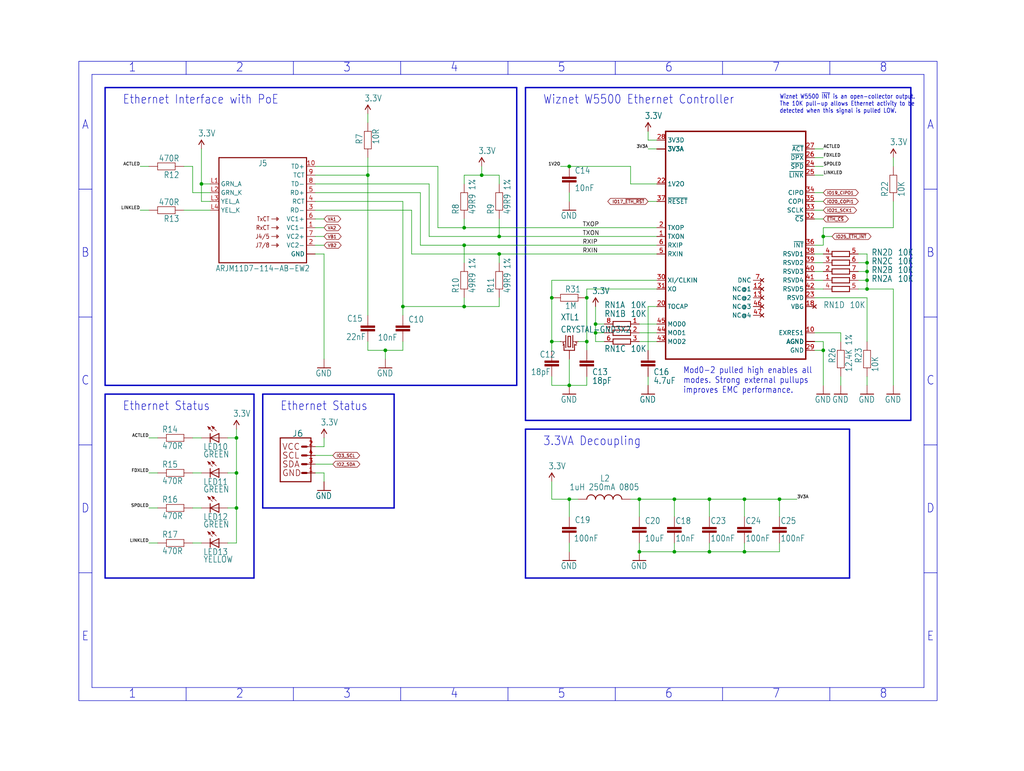
<source format=kicad_sch>
(kicad_sch (version 20230121) (generator eeschema)

  (uuid dd6b9a01-bf4d-4f65-84b0-71725a15689b)

  (paper "User" 297.002 223.672)

  (lib_symbols
    (symbol "IOTAP-eagle-import:3.3V" (power) (in_bom yes) (on_board yes)
      (property "Reference" "#P+" (at 0 0 0)
        (effects (font (size 1.27 1.27)) hide)
      )
      (property "Value" "3.3V" (at -1.016 3.556 0)
        (effects (font (size 1.778 1.5113)) (justify left bottom))
      )
      (property "Footprint" "" (at 0 0 0)
        (effects (font (size 1.27 1.27)) hide)
      )
      (property "Datasheet" "" (at 0 0 0)
        (effects (font (size 1.27 1.27)) hide)
      )
      (property "ki_locked" "" (at 0 0 0)
        (effects (font (size 1.27 1.27)))
      )
      (symbol "3.3V_1_0"
        (polyline
          (pts
            (xy 0 2.54)
            (xy -0.762 1.27)
          )
          (stroke (width 0.254) (type solid))
          (fill (type none))
        )
        (polyline
          (pts
            (xy 0.762 1.27)
            (xy 0 2.54)
          )
          (stroke (width 0.254) (type solid))
          (fill (type none))
        )
        (pin power_in line (at 0 0 90) (length 2.54)
          (name "3.3V" (effects (font (size 0 0))))
          (number "1" (effects (font (size 0 0))))
        )
      )
    )
    (symbol "IOTAP-eagle-import:4R-NCAY16" (in_bom yes) (on_board yes)
      (property "Reference" "RN" (at -5.08 -3.048 0)
        (effects (font (size 1.778 1.5113)) (justify left bottom))
      )
      (property "Value" "" (at 2.54 -3.048 0)
        (effects (font (size 1.778 1.5113)) (justify left bottom))
      )
      (property "Footprint" "IOTAP:CAY16" (at 0 0 0)
        (effects (font (size 1.27 1.27)) hide)
      )
      (property "Datasheet" "" (at 0 0 0)
        (effects (font (size 1.27 1.27)) hide)
      )
      (property "ki_locked" "" (at 0 0 0)
        (effects (font (size 1.27 1.27)))
      )
      (symbol "4R-NCAY16_1_0"
        (polyline
          (pts
            (xy -2.54 -0.762)
            (xy 2.54 -0.762)
          )
          (stroke (width 0.254) (type solid))
          (fill (type none))
        )
        (polyline
          (pts
            (xy -2.54 0.762)
            (xy -2.54 -0.762)
          )
          (stroke (width 0.254) (type solid))
          (fill (type none))
        )
        (polyline
          (pts
            (xy 2.54 -0.762)
            (xy 2.54 0.762)
          )
          (stroke (width 0.254) (type solid))
          (fill (type none))
        )
        (polyline
          (pts
            (xy 2.54 0.762)
            (xy -2.54 0.762)
          )
          (stroke (width 0.254) (type solid))
          (fill (type none))
        )
        (pin passive line (at -5.08 0 0) (length 2.54)
          (name "1" (effects (font (size 0 0))))
          (number "1" (effects (font (size 1.27 1.27))))
        )
        (pin passive line (at 5.08 0 180) (length 2.54)
          (name "2" (effects (font (size 0 0))))
          (number "8" (effects (font (size 1.27 1.27))))
        )
      )
      (symbol "4R-NCAY16_2_0"
        (polyline
          (pts
            (xy -2.54 -0.762)
            (xy 2.54 -0.762)
          )
          (stroke (width 0.254) (type solid))
          (fill (type none))
        )
        (polyline
          (pts
            (xy -2.54 0.762)
            (xy -2.54 -0.762)
          )
          (stroke (width 0.254) (type solid))
          (fill (type none))
        )
        (polyline
          (pts
            (xy 2.54 -0.762)
            (xy 2.54 0.762)
          )
          (stroke (width 0.254) (type solid))
          (fill (type none))
        )
        (polyline
          (pts
            (xy 2.54 0.762)
            (xy -2.54 0.762)
          )
          (stroke (width 0.254) (type solid))
          (fill (type none))
        )
        (pin passive line (at -5.08 0 0) (length 2.54)
          (name "1" (effects (font (size 0 0))))
          (number "2" (effects (font (size 1.27 1.27))))
        )
        (pin passive line (at 5.08 0 180) (length 2.54)
          (name "2" (effects (font (size 0 0))))
          (number "7" (effects (font (size 1.27 1.27))))
        )
      )
      (symbol "4R-NCAY16_3_0"
        (polyline
          (pts
            (xy -2.54 -0.762)
            (xy 2.54 -0.762)
          )
          (stroke (width 0.254) (type solid))
          (fill (type none))
        )
        (polyline
          (pts
            (xy -2.54 0.762)
            (xy -2.54 -0.762)
          )
          (stroke (width 0.254) (type solid))
          (fill (type none))
        )
        (polyline
          (pts
            (xy 2.54 -0.762)
            (xy 2.54 0.762)
          )
          (stroke (width 0.254) (type solid))
          (fill (type none))
        )
        (polyline
          (pts
            (xy 2.54 0.762)
            (xy -2.54 0.762)
          )
          (stroke (width 0.254) (type solid))
          (fill (type none))
        )
        (pin passive line (at -5.08 0 0) (length 2.54)
          (name "1" (effects (font (size 0 0))))
          (number "3" (effects (font (size 1.27 1.27))))
        )
        (pin passive line (at 5.08 0 180) (length 2.54)
          (name "2" (effects (font (size 0 0))))
          (number "6" (effects (font (size 1.27 1.27))))
        )
      )
      (symbol "4R-NCAY16_4_0"
        (polyline
          (pts
            (xy -2.54 -0.762)
            (xy 2.54 -0.762)
          )
          (stroke (width 0.254) (type solid))
          (fill (type none))
        )
        (polyline
          (pts
            (xy -2.54 0.762)
            (xy -2.54 -0.762)
          )
          (stroke (width 0.254) (type solid))
          (fill (type none))
        )
        (polyline
          (pts
            (xy 2.54 -0.762)
            (xy 2.54 0.762)
          )
          (stroke (width 0.254) (type solid))
          (fill (type none))
        )
        (polyline
          (pts
            (xy 2.54 0.762)
            (xy -2.54 0.762)
          )
          (stroke (width 0.254) (type solid))
          (fill (type none))
        )
        (pin passive line (at -5.08 0 0) (length 2.54)
          (name "1" (effects (font (size 0 0))))
          (number "4" (effects (font (size 1.27 1.27))))
        )
        (pin passive line (at 5.08 0 180) (length 2.54)
          (name "2" (effects (font (size 0 0))))
          (number "5" (effects (font (size 1.27 1.27))))
        )
      )
    )
    (symbol "IOTAP-eagle-import:ARJM11D7-114-AB-EW2" (in_bom yes) (on_board yes)
      (property "Reference" "J" (at 0 12.7 0)
        (effects (font (size 1.6764 1.4249)) (justify bottom))
      )
      (property "Value" "" (at 0 -17.78 0)
        (effects (font (size 1.6764 1.4249)) (justify bottom))
      )
      (property "Footprint" "IOTAP:ARJM11D7114ABEW2" (at 0 0 0)
        (effects (font (size 1.27 1.27)) hide)
      )
      (property "Datasheet" "" (at 0 0 0)
        (effects (font (size 1.27 1.27)) hide)
      )
      (property "ki_locked" "" (at 0 0 0)
        (effects (font (size 1.27 1.27)))
      )
      (symbol "ARJM11D7-114-AB-EW2_1_0"
        (polyline
          (pts
            (xy -12.7 15.24)
            (xy -12.7 -15.24)
          )
          (stroke (width 0.3048) (type solid))
          (fill (type none))
        )
        (polyline
          (pts
            (xy -12.7 15.24)
            (xy 12.7 15.24)
          )
          (stroke (width 0.3048) (type solid))
          (fill (type none))
        )
        (polyline
          (pts
            (xy 2.54 -10.16)
            (xy 4.572 -10.16)
          )
          (stroke (width 0.1524) (type solid))
          (fill (type none))
        )
        (polyline
          (pts
            (xy 2.54 -7.62)
            (xy 4.572 -7.62)
          )
          (stroke (width 0.1524) (type solid))
          (fill (type none))
        )
        (polyline
          (pts
            (xy 2.54 -5.08)
            (xy 4.572 -5.08)
          )
          (stroke (width 0.1524) (type solid))
          (fill (type none))
        )
        (polyline
          (pts
            (xy 2.54 -2.54)
            (xy 4.572 -2.54)
          )
          (stroke (width 0.1524) (type solid))
          (fill (type none))
        )
        (polyline
          (pts
            (xy 4.064 -10.668)
            (xy 4.572 -10.16)
          )
          (stroke (width 0.1524) (type solid))
          (fill (type none))
        )
        (polyline
          (pts
            (xy 4.064 -9.652)
            (xy 4.064 -10.668)
          )
          (stroke (width 0.1524) (type solid))
          (fill (type none))
        )
        (polyline
          (pts
            (xy 4.064 -8.128)
            (xy 4.572 -7.62)
          )
          (stroke (width 0.1524) (type solid))
          (fill (type none))
        )
        (polyline
          (pts
            (xy 4.064 -7.112)
            (xy 4.064 -8.128)
          )
          (stroke (width 0.1524) (type solid))
          (fill (type none))
        )
        (polyline
          (pts
            (xy 4.064 -5.588)
            (xy 4.572 -5.08)
          )
          (stroke (width 0.1524) (type solid))
          (fill (type none))
        )
        (polyline
          (pts
            (xy 4.064 -4.572)
            (xy 4.064 -5.588)
          )
          (stroke (width 0.1524) (type solid))
          (fill (type none))
        )
        (polyline
          (pts
            (xy 4.064 -3.048)
            (xy 4.572 -2.54)
          )
          (stroke (width 0.1524) (type solid))
          (fill (type none))
        )
        (polyline
          (pts
            (xy 4.064 -2.032)
            (xy 4.064 -3.048)
          )
          (stroke (width 0.1524) (type solid))
          (fill (type none))
        )
        (polyline
          (pts
            (xy 4.572 -10.16)
            (xy 4.064 -9.652)
          )
          (stroke (width 0.1524) (type solid))
          (fill (type none))
        )
        (polyline
          (pts
            (xy 4.572 -7.62)
            (xy 4.064 -7.112)
          )
          (stroke (width 0.1524) (type solid))
          (fill (type none))
        )
        (polyline
          (pts
            (xy 4.572 -5.08)
            (xy 4.064 -4.572)
          )
          (stroke (width 0.1524) (type solid))
          (fill (type none))
        )
        (polyline
          (pts
            (xy 4.572 -2.54)
            (xy 4.064 -2.032)
          )
          (stroke (width 0.1524) (type solid))
          (fill (type none))
        )
        (polyline
          (pts
            (xy 12.7 -15.24)
            (xy -12.7 -15.24)
          )
          (stroke (width 0.3048) (type solid))
          (fill (type none))
        )
        (polyline
          (pts
            (xy 12.7 -15.24)
            (xy 12.7 15.24)
          )
          (stroke (width 0.3048) (type solid))
          (fill (type none))
        )
        (text "J4/5" (at 2.032 -7.62 0)
          (effects (font (size 1.27 1.0795)) (justify right))
        )
        (text "J7/8" (at 2.032 -10.16 0)
          (effects (font (size 1.27 1.0795)) (justify right))
        )
        (text "RxCT" (at 2.032 -5.08 0)
          (effects (font (size 1.27 1.0795)) (justify right))
        )
        (text "TxCT" (at 2.032 -2.54 0)
          (effects (font (size 1.27 1.0795)) (justify right))
        )
        (pin bidirectional line (at 15.24 -5.08 180) (length 2.54)
          (name "VC1-" (effects (font (size 1.27 1.27))))
          (number "1" (effects (font (size 1.27 1.27))))
        )
        (pin bidirectional line (at 15.24 12.7 180) (length 2.54)
          (name "TD+" (effects (font (size 1.27 1.27))))
          (number "10" (effects (font (size 1.27 1.27))))
        )
        (pin bidirectional line (at 15.24 -10.16 180) (length 2.54)
          (name "VC2-" (effects (font (size 1.27 1.27))))
          (number "2" (effects (font (size 1.27 1.27))))
        )
        (pin bidirectional line (at 15.24 0 180) (length 2.54)
          (name "RD-" (effects (font (size 1.27 1.27))))
          (number "3" (effects (font (size 1.27 1.27))))
        )
        (pin bidirectional line (at 15.24 2.54 180) (length 2.54)
          (name "RCT" (effects (font (size 1.27 1.27))))
          (number "4" (effects (font (size 1.27 1.27))))
        )
        (pin bidirectional line (at 15.24 5.08 180) (length 2.54)
          (name "RD+" (effects (font (size 1.27 1.27))))
          (number "5" (effects (font (size 1.27 1.27))))
        )
        (pin bidirectional line (at 15.24 -2.54 180) (length 2.54)
          (name "VC1+" (effects (font (size 1.27 1.27))))
          (number "6" (effects (font (size 1.27 1.27))))
        )
        (pin bidirectional line (at 15.24 -7.62 180) (length 2.54)
          (name "VC2+" (effects (font (size 1.27 1.27))))
          (number "7" (effects (font (size 1.27 1.27))))
        )
        (pin bidirectional line (at 15.24 7.62 180) (length 2.54)
          (name "TD-" (effects (font (size 1.27 1.27))))
          (number "8" (effects (font (size 1.27 1.27))))
        )
        (pin bidirectional line (at 15.24 10.16 180) (length 2.54)
          (name "TCT" (effects (font (size 1.27 1.27))))
          (number "9" (effects (font (size 1.27 1.27))))
        )
        (pin bidirectional line (at -15.24 7.62 0) (length 2.54)
          (name "GRN_A" (effects (font (size 1.27 1.27))))
          (number "L1" (effects (font (size 1.27 1.27))))
        )
        (pin bidirectional line (at -15.24 5.08 0) (length 2.54)
          (name "GRN_K" (effects (font (size 1.27 1.27))))
          (number "L2" (effects (font (size 1.27 1.27))))
        )
        (pin bidirectional line (at -15.24 2.54 0) (length 2.54)
          (name "YEL_A" (effects (font (size 1.27 1.27))))
          (number "L3" (effects (font (size 1.27 1.27))))
        )
        (pin bidirectional line (at -15.24 0 0) (length 2.54)
          (name "YEL_K" (effects (font (size 1.27 1.27))))
          (number "L4" (effects (font (size 1.27 1.27))))
        )
        (pin bidirectional line (at 15.24 -12.7 180) (length 2.54)
          (name "GND" (effects (font (size 1.27 1.27))))
          (number "MH1" (effects (font (size 0 0))))
        )
        (pin bidirectional line (at 15.24 -12.7 180) (length 2.54)
          (name "GND" (effects (font (size 1.27 1.27))))
          (number "MH2" (effects (font (size 0 0))))
        )
      )
    )
    (symbol "IOTAP-eagle-import:CAP0603" (in_bom yes) (on_board yes)
      (property "Reference" "C" (at 1.524 2.921 0)
        (effects (font (size 1.778 1.5113)) (justify left bottom))
      )
      (property "Value" "" (at 1.524 -2.159 0)
        (effects (font (size 1.778 1.5113)) (justify left bottom))
      )
      (property "Footprint" "IOTAP:C0603" (at 0 0 0)
        (effects (font (size 1.27 1.27)) hide)
      )
      (property "Datasheet" "" (at 0 0 0)
        (effects (font (size 1.27 1.27)) hide)
      )
      (property "ki_locked" "" (at 0 0 0)
        (effects (font (size 1.27 1.27)))
      )
      (symbol "CAP0603_1_0"
        (rectangle (start -2.032 0.508) (end 2.032 1.016)
          (stroke (width 0) (type default))
          (fill (type outline))
        )
        (rectangle (start -2.032 1.524) (end 2.032 2.032)
          (stroke (width 0) (type default))
          (fill (type outline))
        )
        (polyline
          (pts
            (xy 0 0)
            (xy 0 0.508)
          )
          (stroke (width 0.1524) (type solid))
          (fill (type none))
        )
        (polyline
          (pts
            (xy 0 2.54)
            (xy 0 2.032)
          )
          (stroke (width 0.1524) (type solid))
          (fill (type none))
        )
        (pin passive line (at 0 5.08 270) (length 2.54)
          (name "1" (effects (font (size 0 0))))
          (number "1" (effects (font (size 0 0))))
        )
        (pin passive line (at 0 -2.54 90) (length 2.54)
          (name "2" (effects (font (size 0 0))))
          (number "2" (effects (font (size 0 0))))
        )
      )
    )
    (symbol "IOTAP-eagle-import:CAP0805" (in_bom yes) (on_board yes)
      (property "Reference" "C" (at 1.524 2.921 0)
        (effects (font (size 1.778 1.5113)) (justify left bottom))
      )
      (property "Value" "" (at 1.524 -2.159 0)
        (effects (font (size 1.778 1.5113)) (justify left bottom))
      )
      (property "Footprint" "IOTAP:C0805" (at 0 0 0)
        (effects (font (size 1.27 1.27)) hide)
      )
      (property "Datasheet" "" (at 0 0 0)
        (effects (font (size 1.27 1.27)) hide)
      )
      (property "ki_locked" "" (at 0 0 0)
        (effects (font (size 1.27 1.27)))
      )
      (symbol "CAP0805_1_0"
        (rectangle (start -2.032 0.508) (end 2.032 1.016)
          (stroke (width 0) (type default))
          (fill (type outline))
        )
        (rectangle (start -2.032 1.524) (end 2.032 2.032)
          (stroke (width 0) (type default))
          (fill (type outline))
        )
        (polyline
          (pts
            (xy 0 0)
            (xy 0 0.508)
          )
          (stroke (width 0.1524) (type solid))
          (fill (type none))
        )
        (polyline
          (pts
            (xy 0 2.54)
            (xy 0 2.032)
          )
          (stroke (width 0.1524) (type solid))
          (fill (type none))
        )
        (pin passive line (at 0 5.08 270) (length 2.54)
          (name "1" (effects (font (size 0 0))))
          (number "1" (effects (font (size 0 0))))
        )
        (pin passive line (at 0 -2.54 90) (length 2.54)
          (name "2" (effects (font (size 0 0))))
          (number "2" (effects (font (size 0 0))))
        )
      )
    )
    (symbol "IOTAP-eagle-import:CRYSTAL-GND3X2" (in_bom yes) (on_board yes)
      (property "Reference" "XTL" (at 2.54 1.016 0)
        (effects (font (size 1.778 1.5113)) (justify left bottom))
      )
      (property "Value" "" (at 2.54 -2.54 0)
        (effects (font (size 1.778 1.5113)) (justify left bottom))
      )
      (property "Footprint" "IOTAP:CRYSTAL-SMD-3X2" (at 0 0 0)
        (effects (font (size 1.27 1.27)) hide)
      )
      (property "Datasheet" "" (at 0 0 0)
        (effects (font (size 1.27 1.27)) hide)
      )
      (property "ki_locked" "" (at 0 0 0)
        (effects (font (size 1.27 1.27)))
      )
      (symbol "CRYSTAL-GND3X2_1_0"
        (polyline
          (pts
            (xy -2.54 0)
            (xy -1.016 0)
          )
          (stroke (width 0.1524) (type solid))
          (fill (type none))
        )
        (polyline
          (pts
            (xy -1.524 -2.54)
            (xy -1.524 -0.762)
          )
          (stroke (width 0.254) (type solid))
          (fill (type none))
        )
        (polyline
          (pts
            (xy -1.524 -2.54)
            (xy 1.524 -2.54)
          )
          (stroke (width 0.254) (type solid))
          (fill (type none))
        )
        (polyline
          (pts
            (xy -1.016 1.778)
            (xy -1.016 -1.778)
          )
          (stroke (width 0.254) (type solid))
          (fill (type none))
        )
        (polyline
          (pts
            (xy -0.381 -1.524)
            (xy 0.381 -1.524)
          )
          (stroke (width 0.254) (type solid))
          (fill (type none))
        )
        (polyline
          (pts
            (xy -0.381 1.524)
            (xy -0.381 -1.524)
          )
          (stroke (width 0.254) (type solid))
          (fill (type none))
        )
        (polyline
          (pts
            (xy 0.381 -1.524)
            (xy 0.381 1.524)
          )
          (stroke (width 0.254) (type solid))
          (fill (type none))
        )
        (polyline
          (pts
            (xy 0.381 1.524)
            (xy -0.381 1.524)
          )
          (stroke (width 0.254) (type solid))
          (fill (type none))
        )
        (polyline
          (pts
            (xy 1.016 0)
            (xy 2.54 0)
          )
          (stroke (width 0.1524) (type solid))
          (fill (type none))
        )
        (polyline
          (pts
            (xy 1.016 1.778)
            (xy 1.016 -1.778)
          )
          (stroke (width 0.254) (type solid))
          (fill (type none))
        )
        (polyline
          (pts
            (xy 1.524 -2.54)
            (xy 1.524 -0.762)
          )
          (stroke (width 0.254) (type solid))
          (fill (type none))
        )
        (text "1" (at -2.159 -1.143 0)
          (effects (font (size 0.8636 0.734)) (justify left bottom))
        )
        (text "2" (at 1.524 -1.143 0)
          (effects (font (size 0.8636 0.734)) (justify left bottom))
        )
        (pin passive line (at -2.54 0 0) (length 0)
          (name "1" (effects (font (size 0 0))))
          (number "1" (effects (font (size 0 0))))
        )
        (pin bidirectional line (at 0 -5.08 90) (length 2.54)
          (name "GND" (effects (font (size 0 0))))
          (number "2" (effects (font (size 0 0))))
        )
        (pin passive line (at 2.54 0 180) (length 0)
          (name "2" (effects (font (size 0 0))))
          (number "3" (effects (font (size 0 0))))
        )
        (pin bidirectional line (at 0 -5.08 90) (length 2.54)
          (name "GND" (effects (font (size 0 0))))
          (number "4" (effects (font (size 0 0))))
        )
      )
    )
    (symbol "IOTAP-eagle-import:GND" (power) (in_bom yes) (on_board yes)
      (property "Reference" "#GND" (at 0 0 0)
        (effects (font (size 1.27 1.27)) hide)
      )
      (property "Value" "GND" (at -2.54 -2.54 0)
        (effects (font (size 1.778 1.5113)) (justify left bottom))
      )
      (property "Footprint" "" (at 0 0 0)
        (effects (font (size 1.27 1.27)) hide)
      )
      (property "Datasheet" "" (at 0 0 0)
        (effects (font (size 1.27 1.27)) hide)
      )
      (property "ki_locked" "" (at 0 0 0)
        (effects (font (size 1.27 1.27)))
      )
      (symbol "GND_1_0"
        (polyline
          (pts
            (xy -1.905 0)
            (xy 1.905 0)
          )
          (stroke (width 0.254) (type solid))
          (fill (type none))
        )
        (pin power_in line (at 0 2.54 270) (length 2.54)
          (name "GND" (effects (font (size 0 0))))
          (number "1" (effects (font (size 0 0))))
        )
      )
    )
    (symbol "IOTAP-eagle-import:L-USL2012C" (in_bom yes) (on_board yes)
      (property "Reference" "L" (at -1.27 -5.08 90)
        (effects (font (size 1.778 1.5113)) (justify left bottom))
      )
      (property "Value" "" (at 3.81 -5.08 90)
        (effects (font (size 1.778 1.5113)) (justify left bottom))
      )
      (property "Footprint" "IOTAP:L2012C" (at 0 0 0)
        (effects (font (size 1.27 1.27)) hide)
      )
      (property "Datasheet" "" (at 0 0 0)
        (effects (font (size 1.27 1.27)) hide)
      )
      (property "ki_locked" "" (at 0 0 0)
        (effects (font (size 1.27 1.27)))
      )
      (symbol "L-USL2012C_1_0"
        (arc (start 0 -5.08) (mid 0.898 -4.708) (end 1.27 -3.81)
          (stroke (width 0.254) (type solid))
          (fill (type none))
        )
        (arc (start 0 -2.54) (mid 0.898 -2.168) (end 1.27 -1.27)
          (stroke (width 0.254) (type solid))
          (fill (type none))
        )
        (arc (start 0 0) (mid 0.898 0.372) (end 1.27 1.27)
          (stroke (width 0.254) (type solid))
          (fill (type none))
        )
        (arc (start 0 2.54) (mid 0.898 2.912) (end 1.27 3.81)
          (stroke (width 0.254) (type solid))
          (fill (type none))
        )
        (arc (start 1.27 -3.81) (mid 0.898 -2.912) (end 0 -2.54)
          (stroke (width 0.254) (type solid))
          (fill (type none))
        )
        (arc (start 1.27 -1.27) (mid 0.898 -0.372) (end 0 0)
          (stroke (width 0.254) (type solid))
          (fill (type none))
        )
        (arc (start 1.27 1.27) (mid 0.898 2.168) (end 0 2.54)
          (stroke (width 0.254) (type solid))
          (fill (type none))
        )
        (arc (start 1.27 3.81) (mid 0.898 4.708) (end 0 5.08)
          (stroke (width 0.254) (type solid))
          (fill (type none))
        )
        (pin passive line (at 0 7.62 270) (length 2.54)
          (name "1" (effects (font (size 0 0))))
          (number "1" (effects (font (size 0 0))))
        )
        (pin passive line (at 0 -7.62 90) (length 2.54)
          (name "2" (effects (font (size 0 0))))
          (number "2" (effects (font (size 0 0))))
        )
      )
    )
    (symbol "IOTAP-eagle-import:LED0603" (in_bom yes) (on_board yes)
      (property "Reference" "LED" (at 3.556 -4.572 90)
        (effects (font (size 1.778 1.5113)) (justify left bottom))
      )
      (property "Value" "" (at 5.715 -4.572 90)
        (effects (font (size 1.778 1.5113)) (justify left bottom))
      )
      (property "Footprint" "IOTAP:LED-0603" (at 0 0 0)
        (effects (font (size 1.27 1.27)) hide)
      )
      (property "Datasheet" "" (at 0 0 0)
        (effects (font (size 1.27 1.27)) hide)
      )
      (property "ki_locked" "" (at 0 0 0)
        (effects (font (size 1.27 1.27)))
      )
      (symbol "LED0603_1_0"
        (polyline
          (pts
            (xy -2.032 -0.762)
            (xy -3.429 -2.159)
          )
          (stroke (width 0.1524) (type solid))
          (fill (type none))
        )
        (polyline
          (pts
            (xy -1.905 -1.905)
            (xy -3.302 -3.302)
          )
          (stroke (width 0.1524) (type solid))
          (fill (type none))
        )
        (polyline
          (pts
            (xy 0 -2.54)
            (xy -1.27 -2.54)
          )
          (stroke (width 0.254) (type solid))
          (fill (type none))
        )
        (polyline
          (pts
            (xy 0 -2.54)
            (xy -1.27 0)
          )
          (stroke (width 0.254) (type solid))
          (fill (type none))
        )
        (polyline
          (pts
            (xy 0 0)
            (xy -1.27 0)
          )
          (stroke (width 0.254) (type solid))
          (fill (type none))
        )
        (polyline
          (pts
            (xy 0 0)
            (xy 0 -2.54)
          )
          (stroke (width 0.1524) (type solid))
          (fill (type none))
        )
        (polyline
          (pts
            (xy 1.27 -2.54)
            (xy 0 -2.54)
          )
          (stroke (width 0.254) (type solid))
          (fill (type none))
        )
        (polyline
          (pts
            (xy 1.27 0)
            (xy 0 -2.54)
          )
          (stroke (width 0.254) (type solid))
          (fill (type none))
        )
        (polyline
          (pts
            (xy 1.27 0)
            (xy 0 0)
          )
          (stroke (width 0.254) (type solid))
          (fill (type none))
        )
        (polyline
          (pts
            (xy -3.429 -2.159)
            (xy -3.048 -1.27)
            (xy -2.54 -1.778)
          )
          (stroke (width 0.1524) (type solid))
          (fill (type outline))
        )
        (polyline
          (pts
            (xy -3.302 -3.302)
            (xy -2.921 -2.413)
            (xy -2.413 -2.921)
          )
          (stroke (width 0.1524) (type solid))
          (fill (type outline))
        )
        (pin passive line (at 0 2.54 270) (length 2.54)
          (name "A" (effects (font (size 0 0))))
          (number "A" (effects (font (size 0 0))))
        )
        (pin passive line (at 0 -5.08 90) (length 2.54)
          (name "C" (effects (font (size 0 0))))
          (number "C" (effects (font (size 0 0))))
        )
      )
    )
    (symbol "IOTAP-eagle-import:NC" (in_bom yes) (on_board yes)
      (property "Reference" "#NC" (at 0 0 0)
        (effects (font (size 1.27 1.27)) hide)
      )
      (property "Value" "" (at 0 0 0)
        (effects (font (size 1.27 1.27)) hide)
      )
      (property "Footprint" "" (at 0 0 0)
        (effects (font (size 1.27 1.27)) hide)
      )
      (property "Datasheet" "" (at 0 0 0)
        (effects (font (size 1.27 1.27)) hide)
      )
      (property "ki_locked" "" (at 0 0 0)
        (effects (font (size 1.27 1.27)))
      )
      (symbol "NC_1_0"
        (polyline
          (pts
            (xy -0.508 0.508)
            (xy 0.508 -0.508)
          )
          (stroke (width 0.254) (type solid))
          (fill (type none))
        )
        (polyline
          (pts
            (xy 0.508 0.508)
            (xy -0.508 -0.508)
          )
          (stroke (width 0.254) (type solid))
          (fill (type none))
        )
      )
    )
    (symbol "IOTAP-eagle-import:QWIICJS-1MM" (in_bom yes) (on_board yes)
      (property "Reference" "J" (at 0 7.874 0)
        (effects (font (size 1.778 1.778)) (justify bottom))
      )
      (property "Value" "" (at 0 -5.334 0)
        (effects (font (size 1.778 1.778)) (justify top))
      )
      (property "Footprint" "IOTAP:1X04_QWIIC_1MM_RA" (at 0 0 0)
        (effects (font (size 1.27 1.27)) hide)
      )
      (property "Datasheet" "" (at 0 0 0)
        (effects (font (size 1.27 1.27)) hide)
      )
      (property "ki_locked" "" (at 0 0 0)
        (effects (font (size 1.27 1.27)))
      )
      (symbol "QWIICJS-1MM_1_0"
        (polyline
          (pts
            (xy -5.08 7.62)
            (xy -5.08 -5.08)
          )
          (stroke (width 0.3048) (type solid))
          (fill (type none))
        )
        (polyline
          (pts
            (xy -5.08 7.62)
            (xy 3.81 7.62)
          )
          (stroke (width 0.3048) (type solid))
          (fill (type none))
        )
        (polyline
          (pts
            (xy 1.27 -2.54)
            (xy 2.54 -2.54)
          )
          (stroke (width 0.6096) (type solid))
          (fill (type none))
        )
        (polyline
          (pts
            (xy 1.27 0)
            (xy 2.54 0)
          )
          (stroke (width 0.6096) (type solid))
          (fill (type none))
        )
        (polyline
          (pts
            (xy 1.27 2.54)
            (xy 2.54 2.54)
          )
          (stroke (width 0.6096) (type solid))
          (fill (type none))
        )
        (polyline
          (pts
            (xy 1.27 5.08)
            (xy 2.54 5.08)
          )
          (stroke (width 0.6096) (type solid))
          (fill (type none))
        )
        (polyline
          (pts
            (xy 3.81 -5.08)
            (xy -5.08 -5.08)
          )
          (stroke (width 0.3048) (type solid))
          (fill (type none))
        )
        (polyline
          (pts
            (xy 3.81 -5.08)
            (xy 3.81 7.62)
          )
          (stroke (width 0.3048) (type solid))
          (fill (type none))
        )
        (text "GND" (at -4.572 -2.54 0)
          (effects (font (size 1.778 1.778)) (justify left))
        )
        (text "SCL" (at -4.572 2.54 0)
          (effects (font (size 1.778 1.778)) (justify left))
        )
        (text "SDA" (at -4.572 0 0)
          (effects (font (size 1.778 1.778)) (justify left))
        )
        (text "VCC" (at -4.572 5.08 0)
          (effects (font (size 1.778 1.778)) (justify left))
        )
        (pin power_in line (at 5.08 -2.54 180) (length 2.54)
          (name "1" (effects (font (size 0 0))))
          (number "1" (effects (font (size 1.27 1.27))))
        )
        (pin power_in line (at 5.08 5.08 180) (length 2.54)
          (name "2" (effects (font (size 0 0))))
          (number "2" (effects (font (size 1.27 1.27))))
        )
        (pin passive line (at 5.08 0 180) (length 2.54)
          (name "3" (effects (font (size 0 0))))
          (number "3" (effects (font (size 1.27 1.27))))
        )
        (pin passive line (at 5.08 2.54 180) (length 2.54)
          (name "4" (effects (font (size 0 0))))
          (number "4" (effects (font (size 1.27 1.27))))
        )
      )
    )
    (symbol "IOTAP-eagle-import:RESISTOR0603" (in_bom yes) (on_board yes)
      (property "Reference" "R" (at 0 1.4986 0)
        (effects (font (size 1.778 1.5113)) (justify bottom))
      )
      (property "Value" "" (at 0 -3.302 0)
        (effects (font (size 1.778 1.5113)) (justify bottom))
      )
      (property "Footprint" "IOTAP:R0603" (at 0 0 0)
        (effects (font (size 1.27 1.27)) hide)
      )
      (property "Datasheet" "" (at 0 0 0)
        (effects (font (size 1.27 1.27)) hide)
      )
      (property "ki_locked" "" (at 0 0 0)
        (effects (font (size 1.27 1.27)))
      )
      (symbol "RESISTOR0603_1_0"
        (polyline
          (pts
            (xy -2.54 -1.016)
            (xy -2.54 1.016)
          )
          (stroke (width 0.1524) (type solid))
          (fill (type none))
        )
        (polyline
          (pts
            (xy -2.54 -1.016)
            (xy 2.54 -1.016)
          )
          (stroke (width 0.1524) (type solid))
          (fill (type none))
        )
        (polyline
          (pts
            (xy -2.54 1.016)
            (xy 2.54 1.016)
          )
          (stroke (width 0.1524) (type solid))
          (fill (type none))
        )
        (polyline
          (pts
            (xy 2.54 -1.016)
            (xy 2.54 1.016)
          )
          (stroke (width 0.1524) (type solid))
          (fill (type none))
        )
        (pin passive line (at -5.08 0 0) (length 2.54)
          (name "1" (effects (font (size 0 0))))
          (number "1" (effects (font (size 0 0))))
        )
        (pin passive line (at 5.08 0 180) (length 2.54)
          (name "2" (effects (font (size 0 0))))
          (number "2" (effects (font (size 0 0))))
        )
      )
    )
    (symbol "IOTAP-eagle-import:W5500-LQFP" (in_bom yes) (on_board yes)
      (property "Reference" "IC" (at 0 2.54 0)
        (effects (font (size 1.778 1.5113)) (justify bottom) hide)
      )
      (property "Value" "" (at 0 -2.54 0)
        (effects (font (size 1.778 1.5113)) (justify bottom) hide)
      )
      (property "Footprint" "IOTAP:LQFP48" (at 0 0 0)
        (effects (font (size 1.27 1.27)) hide)
      )
      (property "Datasheet" "" (at 0 0 0)
        (effects (font (size 1.27 1.27)) hide)
      )
      (property "ki_locked" "" (at 0 0 0)
        (effects (font (size 1.27 1.27)))
      )
      (symbol "W5500-LQFP_1_0"
        (polyline
          (pts
            (xy -20.32 -35.56)
            (xy 20.32 -35.56)
          )
          (stroke (width 0.4064) (type solid))
          (fill (type none))
        )
        (polyline
          (pts
            (xy -20.32 30.48)
            (xy -20.32 -35.56)
          )
          (stroke (width 0.4064) (type solid))
          (fill (type none))
        )
        (polyline
          (pts
            (xy 20.32 -35.56)
            (xy 20.32 30.48)
          )
          (stroke (width 0.4064) (type solid))
          (fill (type none))
        )
        (polyline
          (pts
            (xy 20.32 30.48)
            (xy -20.32 30.48)
          )
          (stroke (width 0.4064) (type solid))
          (fill (type none))
        )
        (pin passive line (at -22.86 0 0) (length 2.54)
          (name "TXON" (effects (font (size 1.27 1.27))))
          (number "1" (effects (font (size 1.27 1.27))))
        )
        (pin passive line (at 22.86 -27.94 180) (length 2.54)
          (name "EXRES1" (effects (font (size 1.27 1.27))))
          (number "10" (effects (font (size 1.27 1.27))))
        )
        (pin passive line (at -22.86 25.4 0) (length 2.54)
          (name "3V3A" (effects (font (size 1.27 1.27))))
          (number "11" (effects (font (size 0 0))))
        )
        (pin passive line (at 7.62 -15.24 180) (length 2.54)
          (name "NC@1" (effects (font (size 1.27 1.27))))
          (number "12" (effects (font (size 1.27 1.27))))
        )
        (pin passive line (at 7.62 -17.78 180) (length 2.54)
          (name "NC@2" (effects (font (size 1.27 1.27))))
          (number "13" (effects (font (size 1.27 1.27))))
        )
        (pin passive line (at 22.86 -30.48 180) (length 2.54)
          (name "AGND" (effects (font (size 1.27 1.27))))
          (number "14" (effects (font (size 0 0))))
        )
        (pin passive line (at -22.86 25.4 0) (length 2.54)
          (name "3V3A" (effects (font (size 1.27 1.27))))
          (number "15" (effects (font (size 0 0))))
        )
        (pin passive line (at 22.86 -30.48 180) (length 2.54)
          (name "AGND" (effects (font (size 1.27 1.27))))
          (number "16" (effects (font (size 0 0))))
        )
        (pin passive line (at -22.86 25.4 0) (length 2.54)
          (name "3V3A" (effects (font (size 1.27 1.27))))
          (number "17" (effects (font (size 0 0))))
        )
        (pin passive line (at 22.86 -20.32 180) (length 2.54)
          (name "VBG" (effects (font (size 1.27 1.27))))
          (number "18" (effects (font (size 1.27 1.27))))
        )
        (pin passive line (at 22.86 -30.48 180) (length 2.54)
          (name "AGND" (effects (font (size 1.27 1.27))))
          (number "19" (effects (font (size 0 0))))
        )
        (pin passive line (at -22.86 2.54 0) (length 2.54)
          (name "TXOP" (effects (font (size 1.27 1.27))))
          (number "2" (effects (font (size 1.27 1.27))))
        )
        (pin passive line (at -22.86 -20.32 0) (length 2.54)
          (name "TOCAP" (effects (font (size 1.27 1.27))))
          (number "20" (effects (font (size 1.27 1.27))))
        )
        (pin passive line (at -22.86 25.4 0) (length 2.54)
          (name "3V3A" (effects (font (size 1.27 1.27))))
          (number "21" (effects (font (size 0 0))))
        )
        (pin passive line (at -22.86 15.24 0) (length 2.54)
          (name "1V2O" (effects (font (size 1.27 1.27))))
          (number "22" (effects (font (size 1.27 1.27))))
        )
        (pin passive line (at 22.86 -17.78 180) (length 2.54)
          (name "RSVD" (effects (font (size 1.27 1.27))))
          (number "23" (effects (font (size 1.27 1.27))))
        )
        (pin passive line (at 22.86 20.32 180) (length 2.54)
          (name "~{SPD}" (effects (font (size 1.27 1.27))))
          (number "24" (effects (font (size 1.27 1.27))))
        )
        (pin passive line (at 22.86 17.78 180) (length 2.54)
          (name "~{LINK}" (effects (font (size 1.27 1.27))))
          (number "25" (effects (font (size 1.27 1.27))))
        )
        (pin passive line (at 22.86 22.86 180) (length 2.54)
          (name "~{DPX}" (effects (font (size 1.27 1.27))))
          (number "26" (effects (font (size 1.27 1.27))))
        )
        (pin passive line (at 22.86 25.4 180) (length 2.54)
          (name "~{ACT}" (effects (font (size 1.27 1.27))))
          (number "27" (effects (font (size 1.27 1.27))))
        )
        (pin passive line (at -22.86 27.94 0) (length 2.54)
          (name "3V3D" (effects (font (size 1.27 1.27))))
          (number "28" (effects (font (size 1.27 1.27))))
        )
        (pin passive line (at 22.86 -33.02 180) (length 2.54)
          (name "GND" (effects (font (size 1.27 1.27))))
          (number "29" (effects (font (size 1.27 1.27))))
        )
        (pin passive line (at 22.86 -30.48 180) (length 2.54)
          (name "AGND" (effects (font (size 1.27 1.27))))
          (number "3" (effects (font (size 0 0))))
        )
        (pin passive line (at -22.86 -12.7 0) (length 2.54)
          (name "XI/CLKIN" (effects (font (size 1.27 1.27))))
          (number "30" (effects (font (size 1.27 1.27))))
        )
        (pin passive line (at -22.86 -15.24 0) (length 2.54)
          (name "XO" (effects (font (size 1.27 1.27))))
          (number "31" (effects (font (size 1.27 1.27))))
        )
        (pin passive line (at 22.86 5.08 180) (length 2.54)
          (name "~{CS}" (effects (font (size 1.27 1.27))))
          (number "32" (effects (font (size 1.27 1.27))))
        )
        (pin passive line (at 22.86 7.62 180) (length 2.54)
          (name "SCLK" (effects (font (size 1.27 1.27))))
          (number "33" (effects (font (size 1.27 1.27))))
        )
        (pin passive line (at 22.86 12.7 180) (length 2.54)
          (name "CIPO" (effects (font (size 1.27 1.27))))
          (number "34" (effects (font (size 1.27 1.27))))
        )
        (pin passive line (at 22.86 10.16 180) (length 2.54)
          (name "COPI" (effects (font (size 1.27 1.27))))
          (number "35" (effects (font (size 1.27 1.27))))
        )
        (pin passive line (at 22.86 -2.54 180) (length 2.54)
          (name "~{INT}" (effects (font (size 1.27 1.27))))
          (number "36" (effects (font (size 1.27 1.27))))
        )
        (pin passive line (at -22.86 10.16 0) (length 2.54)
          (name "~{RESET}" (effects (font (size 1.27 1.27))))
          (number "37" (effects (font (size 1.27 1.27))))
        )
        (pin passive line (at 22.86 -5.08 180) (length 2.54)
          (name "RSVD1" (effects (font (size 1.27 1.27))))
          (number "38" (effects (font (size 1.27 1.27))))
        )
        (pin passive line (at 22.86 -7.62 180) (length 2.54)
          (name "RSVD2" (effects (font (size 1.27 1.27))))
          (number "39" (effects (font (size 1.27 1.27))))
        )
        (pin passive line (at -22.86 25.4 0) (length 2.54)
          (name "3V3A" (effects (font (size 1.27 1.27))))
          (number "4" (effects (font (size 0 0))))
        )
        (pin passive line (at 22.86 -10.16 180) (length 2.54)
          (name "RSVD3" (effects (font (size 1.27 1.27))))
          (number "40" (effects (font (size 1.27 1.27))))
        )
        (pin passive line (at 22.86 -12.7 180) (length 2.54)
          (name "RSVD4" (effects (font (size 1.27 1.27))))
          (number "41" (effects (font (size 1.27 1.27))))
        )
        (pin passive line (at 22.86 -15.24 180) (length 2.54)
          (name "RSVD5" (effects (font (size 1.27 1.27))))
          (number "42" (effects (font (size 1.27 1.27))))
        )
        (pin passive line (at -22.86 -30.48 0) (length 2.54)
          (name "MOD2" (effects (font (size 1.27 1.27))))
          (number "43" (effects (font (size 1.27 1.27))))
        )
        (pin passive line (at -22.86 -27.94 0) (length 2.54)
          (name "MOD1" (effects (font (size 1.27 1.27))))
          (number "44" (effects (font (size 1.27 1.27))))
        )
        (pin passive line (at -22.86 -25.4 0) (length 2.54)
          (name "MOD0" (effects (font (size 1.27 1.27))))
          (number "45" (effects (font (size 1.27 1.27))))
        )
        (pin passive line (at 7.62 -20.32 180) (length 2.54)
          (name "NC@3" (effects (font (size 1.27 1.27))))
          (number "46" (effects (font (size 1.27 1.27))))
        )
        (pin passive line (at 7.62 -22.86 180) (length 2.54)
          (name "NC@4" (effects (font (size 1.27 1.27))))
          (number "47" (effects (font (size 1.27 1.27))))
        )
        (pin passive line (at 22.86 -30.48 180) (length 2.54)
          (name "AGND" (effects (font (size 1.27 1.27))))
          (number "48" (effects (font (size 0 0))))
        )
        (pin passive line (at -22.86 -5.08 0) (length 2.54)
          (name "RXIN" (effects (font (size 1.27 1.27))))
          (number "5" (effects (font (size 1.27 1.27))))
        )
        (pin passive line (at -22.86 -2.54 0) (length 2.54)
          (name "RXIP" (effects (font (size 1.27 1.27))))
          (number "6" (effects (font (size 1.27 1.27))))
        )
        (pin passive line (at 7.62 -12.7 180) (length 2.54)
          (name "DNC" (effects (font (size 1.27 1.27))))
          (number "7" (effects (font (size 1.27 1.27))))
        )
        (pin passive line (at -22.86 25.4 0) (length 2.54)
          (name "3V3A" (effects (font (size 1.27 1.27))))
          (number "8" (effects (font (size 0 0))))
        )
        (pin passive line (at 22.86 -30.48 180) (length 2.54)
          (name "AGND" (effects (font (size 1.27 1.27))))
          (number "9" (effects (font (size 0 0))))
        )
      )
    )
  )

  (junction (at 160.02 86.36) (diameter 0) (color 0 0 0 0)
    (uuid 1510cf9f-30d4-4197-8960-2f19af9a266f)
  )
  (junction (at 215.9 160.02) (diameter 0) (color 0 0 0 0)
    (uuid 185e3c6e-a394-48b6-b8c2-a3787652e6e5)
  )
  (junction (at 106.68 50.8) (diameter 0) (color 0 0 0 0)
    (uuid 25e2df47-6bd4-413a-abae-767a95b06a1f)
  )
  (junction (at 68.58 127) (diameter 0) (color 0 0 0 0)
    (uuid 2ba8af3b-1f3f-4ecd-9e17-74dd3af8d493)
  )
  (junction (at 134.62 71.12) (diameter 0) (color 0 0 0 0)
    (uuid 2f27f8a6-5bc2-4bd7-b2c7-6b0fec61b15e)
  )
  (junction (at 251.46 78.74) (diameter 0) (color 0 0 0 0)
    (uuid 332fe4b1-a147-40a4-b0dc-a84a49ade1f1)
  )
  (junction (at 251.46 83.82) (diameter 0) (color 0 0 0 0)
    (uuid 34750c61-825b-4545-9136-6e0d4b744e46)
  )
  (junction (at 172.72 93.98) (diameter 0) (color 0 0 0 0)
    (uuid 3baadbfb-5318-4c3a-b540-640fb37f5040)
  )
  (junction (at 215.9 144.78) (diameter 0) (color 0 0 0 0)
    (uuid 41a37724-5be1-4929-805d-60d3c49812bd)
  )
  (junction (at 134.62 88.9) (diameter 0) (color 0 0 0 0)
    (uuid 5e5a58fb-2b89-4b73-a059-b001f2a7dd63)
  )
  (junction (at 185.42 144.78) (diameter 0) (color 0 0 0 0)
    (uuid 6662560a-f856-4cf3-9ce8-e49f98f93703)
  )
  (junction (at 205.74 160.02) (diameter 0) (color 0 0 0 0)
    (uuid 66d04129-3253-4168-906e-c2ac95221f90)
  )
  (junction (at 170.18 86.36) (diameter 0) (color 0 0 0 0)
    (uuid 698cf673-6416-444e-b927-bef815b6d368)
  )
  (junction (at 172.72 96.52) (diameter 0) (color 0 0 0 0)
    (uuid 6ea744c6-4444-40d1-a9f1-8717923ad17c)
  )
  (junction (at 165.1 144.78) (diameter 0) (color 0 0 0 0)
    (uuid 71a05407-9835-4866-b341-fa11a7ebc77e)
  )
  (junction (at 160.02 99.06) (diameter 0) (color 0 0 0 0)
    (uuid 72519185-6a0f-40f9-afff-5930331c8cff)
  )
  (junction (at 205.74 144.78) (diameter 0) (color 0 0 0 0)
    (uuid 78d0b588-2aaa-4b3c-895a-303d69a81463)
  )
  (junction (at 58.42 53.34) (diameter 0) (color 0 0 0 0)
    (uuid 7bdf7e0f-679f-4715-acc7-5850f75d0339)
  )
  (junction (at 68.58 147.32) (diameter 0) (color 0 0 0 0)
    (uuid 84bd195f-65ae-4f04-b54b-c25119a9bb83)
  )
  (junction (at 185.42 160.02) (diameter 0) (color 0 0 0 0)
    (uuid 86fc7c08-30c9-4433-af7e-69b649610687)
  )
  (junction (at 226.06 144.78) (diameter 0) (color 0 0 0 0)
    (uuid 93621474-dd1d-406c-aec3-7c3de119e99b)
  )
  (junction (at 111.76 101.6) (diameter 0) (color 0 0 0 0)
    (uuid 94d54e02-f543-44ff-ada2-a0ac66779227)
  )
  (junction (at 170.18 99.06) (diameter 0) (color 0 0 0 0)
    (uuid 95e6db46-c68e-4a74-858d-e6dc1cdd8acc)
  )
  (junction (at 195.58 160.02) (diameter 0) (color 0 0 0 0)
    (uuid a07a6f45-0a4e-49a2-a416-5695dbddb368)
  )
  (junction (at 251.46 81.28) (diameter 0) (color 0 0 0 0)
    (uuid ae1bd3b3-6039-45ad-9a7f-462318387605)
  )
  (junction (at 116.84 88.9) (diameter 0) (color 0 0 0 0)
    (uuid b8bbf305-bdf2-4d3d-8caa-f8483838bf1e)
  )
  (junction (at 139.7 50.8) (diameter 0) (color 0 0 0 0)
    (uuid c250f388-15fd-401f-9b4d-6b194244c755)
  )
  (junction (at 144.78 68.58) (diameter 0) (color 0 0 0 0)
    (uuid c3beb3f3-d5f1-4d72-90a5-8671b6e67c93)
  )
  (junction (at 251.46 76.2) (diameter 0) (color 0 0 0 0)
    (uuid cbf78c9c-bbae-44f7-a7d7-1b00f7044993)
  )
  (junction (at 134.62 66.04) (diameter 0) (color 0 0 0 0)
    (uuid d1188684-d925-4cb6-9906-ca1fef9f3d43)
  )
  (junction (at 165.1 111.76) (diameter 0) (color 0 0 0 0)
    (uuid d50ca5e7-be00-4303-ad59-a3adf74d9e54)
  )
  (junction (at 238.76 101.6) (diameter 0) (color 0 0 0 0)
    (uuid d6d0c9bd-855f-429e-9833-392a48e92950)
  )
  (junction (at 195.58 144.78) (diameter 0) (color 0 0 0 0)
    (uuid d7ab6224-f73e-440f-a953-85ccb032a759)
  )
  (junction (at 144.78 73.66) (diameter 0) (color 0 0 0 0)
    (uuid e5375512-f428-4d9f-a8f1-f189110de6f3)
  )
  (junction (at 238.76 68.58) (diameter 0) (color 0 0 0 0)
    (uuid e5d6dd7d-4329-483d-bda1-63069ce9790f)
  )
  (junction (at 165.1 48.26) (diameter 0) (color 0 0 0 0)
    (uuid f52ddff1-fd21-444e-ac71-650e7423c864)
  )
  (junction (at 68.58 137.16) (diameter 0) (color 0 0 0 0)
    (uuid f8e03de4-8186-427d-b2e1-4d6f44079b15)
  )

  (wire (pts (xy 251.46 99.06) (xy 251.46 86.36))
    (stroke (width 0.1524) (type solid))
    (uuid 020ac0b5-4730-437d-9924-18d5a7022f57)
  )
  (polyline (pts (xy 30.48 167.64) (xy 73.66 167.64))
    (stroke (width 0.4064) (type solid))
    (uuid 04de91a9-519e-45ae-93d7-481ccc1c992f)
  )
  (polyline (pts (xy 264.16 121.92) (xy 264.16 25.4))
    (stroke (width 0.4064) (type solid))
    (uuid 04e3906e-63d3-4bd7-9162-b80207df6767)
  )
  (polyline (pts (xy 114.3 147.32) (xy 114.3 114.3))
    (stroke (width 0.4064) (type solid))
    (uuid 052960fa-1ee4-443c-994a-9ef90b969cef)
  )

  (wire (pts (xy 58.42 43.18) (xy 58.42 53.34))
    (stroke (width 0.1524) (type solid))
    (uuid 05392d74-bbd8-4200-9c67-742e2ac92722)
  )
  (wire (pts (xy 251.46 81.28) (xy 251.46 83.82))
    (stroke (width 0.1524) (type solid))
    (uuid 05a4b710-cf93-4e47-819b-50fca9962c41)
  )
  (wire (pts (xy 226.06 160.02) (xy 226.06 157.48))
    (stroke (width 0.1524) (type solid))
    (uuid 086f6b06-0243-42cf-96d3-591b45531ce7)
  )
  (polyline (pts (xy 152.4 167.64) (xy 152.4 124.46))
    (stroke (width 0.4064) (type solid))
    (uuid 0975c520-1a88-4cdb-89f6-6dc4d8510462)
  )

  (wire (pts (xy 116.84 88.9) (xy 116.84 91.44))
    (stroke (width 0.1524) (type solid))
    (uuid 09db7c2f-d066-40b2-a40f-c0593897aed2)
  )
  (wire (pts (xy 236.22 45.72) (xy 238.76 45.72))
    (stroke (width 0.1524) (type solid))
    (uuid 0dd98db6-057a-449e-83c8-416103a773db)
  )
  (wire (pts (xy 134.62 53.34) (xy 134.62 50.8))
    (stroke (width 0.1524) (type solid))
    (uuid 0f743f99-1ee1-4d78-91bf-96c2f0055908)
  )
  (wire (pts (xy 106.68 35.56) (xy 106.68 33.02))
    (stroke (width 0.1524) (type solid))
    (uuid 117c73b7-5d52-4f07-9db8-5d835f4d07cb)
  )
  (wire (pts (xy 106.68 101.6) (xy 111.76 101.6))
    (stroke (width 0.1524) (type solid))
    (uuid 12092dbc-5372-4aa5-a445-369ffef004c9)
  )
  (wire (pts (xy 91.44 71.12) (xy 93.98 71.12))
    (stroke (width 0.1524) (type solid))
    (uuid 136fe475-43f1-44ec-93cc-1a75b06a4544)
  )
  (wire (pts (xy 91.44 63.5) (xy 93.98 63.5))
    (stroke (width 0.1524) (type solid))
    (uuid 14499867-50e7-4462-96ca-0778a8a50bad)
  )
  (wire (pts (xy 139.7 50.8) (xy 144.78 50.8))
    (stroke (width 0.1524) (type solid))
    (uuid 19c2a0d2-26d8-42d8-801c-cdb26c4c5ef8)
  )
  (wire (pts (xy 251.46 73.66) (xy 251.46 76.2))
    (stroke (width 0.1524) (type solid))
    (uuid 19ccdb00-5322-4644-9cc2-bf0b1b3f4230)
  )
  (wire (pts (xy 251.46 83.82) (xy 259.08 83.82))
    (stroke (width 0.1524) (type solid))
    (uuid 1a382406-0c9f-4b94-84f7-da4a7de4b7e5)
  )
  (wire (pts (xy 165.1 149.86) (xy 165.1 144.78))
    (stroke (width 0.1524) (type solid))
    (uuid 1b84536d-4bc6-4821-8bb0-f10a1f208b0b)
  )
  (wire (pts (xy 251.46 111.76) (xy 251.46 109.22))
    (stroke (width 0.1524) (type solid))
    (uuid 1be8f4da-540e-454a-9b6f-9c12239b87f8)
  )
  (wire (pts (xy 121.92 71.12) (xy 121.92 55.88))
    (stroke (width 0.1524) (type solid))
    (uuid 1bf07dcc-57f7-4811-b5b1-974e7dd21857)
  )
  (wire (pts (xy 116.84 88.9) (xy 116.84 58.42))
    (stroke (width 0.1524) (type solid))
    (uuid 1ef402ef-5b99-42f8-8bb7-0cafd3c56e71)
  )
  (wire (pts (xy 134.62 88.9) (xy 144.78 88.9))
    (stroke (width 0.1524) (type solid))
    (uuid 1f12f9fc-48cc-46e2-a79f-1e3b9b92fd4c)
  )
  (wire (pts (xy 160.02 99.06) (xy 160.02 101.6))
    (stroke (width 0.1524) (type solid))
    (uuid 20e51a34-413a-4547-88bc-517d73f3694c)
  )
  (wire (pts (xy 162.56 99.06) (xy 160.02 99.06))
    (stroke (width 0.1524) (type solid))
    (uuid 230e55de-c558-461f-8ac0-aa820c115075)
  )
  (wire (pts (xy 121.92 71.12) (xy 134.62 71.12))
    (stroke (width 0.1524) (type solid))
    (uuid 245069cd-1648-4420-b52c-859d04664c00)
  )
  (wire (pts (xy 190.5 40.64) (xy 187.96 40.64))
    (stroke (width 0.1524) (type solid))
    (uuid 269011f0-eb19-4842-9dd6-6c5fca238037)
  )
  (wire (pts (xy 144.78 76.2) (xy 144.78 73.66))
    (stroke (width 0.1524) (type solid))
    (uuid 290e1fa7-25c8-4007-b100-00a46e8417e6)
  )
  (wire (pts (xy 238.76 76.2) (xy 236.22 76.2))
    (stroke (width 0.1524) (type solid))
    (uuid 2a4aa63b-e797-4175-9f40-57f69754b39d)
  )
  (polyline (pts (xy 246.38 167.64) (xy 246.38 124.46))
    (stroke (width 0.4064) (type solid))
    (uuid 2a615183-2bb6-4d13-af6d-14ddacced632)
  )

  (wire (pts (xy 68.58 127) (xy 68.58 137.16))
    (stroke (width 0.1524) (type solid))
    (uuid 2ae054f7-afb2-4cdc-b28c-5c51c2fabc2b)
  )
  (wire (pts (xy 243.84 96.52) (xy 243.84 99.06))
    (stroke (width 0.1524) (type solid))
    (uuid 2c4ff1f4-9786-4a7a-9796-517d3b9cc297)
  )
  (wire (pts (xy 243.84 111.76) (xy 243.84 109.22))
    (stroke (width 0.1524) (type solid))
    (uuid 2ce0cb1b-974a-4d50-8d70-585b198d4992)
  )
  (wire (pts (xy 55.88 127) (xy 58.42 127))
    (stroke (width 0.1524) (type solid))
    (uuid 2ceb5534-fd34-47cf-bcdd-d242d8fc79f1)
  )
  (wire (pts (xy 111.76 101.6) (xy 116.84 101.6))
    (stroke (width 0.1524) (type solid))
    (uuid 2d808922-c0c5-4144-963f-10a6cfb36851)
  )
  (wire (pts (xy 190.5 53.34) (xy 182.88 53.34))
    (stroke (width 0.1524) (type solid))
    (uuid 2e2e39a3-b20c-49a4-b768-2601cba20cf8)
  )
  (wire (pts (xy 124.46 68.58) (xy 144.78 68.58))
    (stroke (width 0.1524) (type solid))
    (uuid 2ea8fee9-1ae2-402b-8332-4ec911cceaf9)
  )
  (wire (pts (xy 127 66.04) (xy 127 48.26))
    (stroke (width 0.1524) (type solid))
    (uuid 30c2a5f2-1713-41c9-a154-f5fb4de85021)
  )
  (polyline (pts (xy 30.48 25.4) (xy 149.86 25.4))
    (stroke (width 0.4064) (type solid))
    (uuid 31296e67-bdd0-4c2d-8942-a31d77998a31)
  )

  (wire (pts (xy 165.1 144.78) (xy 160.02 144.78))
    (stroke (width 0.1524) (type solid))
    (uuid 3348b2f3-2579-489c-aa7d-e222216cc812)
  )
  (wire (pts (xy 91.44 132.08) (xy 96.52 132.08))
    (stroke (width 0.1524) (type solid))
    (uuid 34edc076-005b-4658-8ed0-bc3ab0b85e83)
  )
  (wire (pts (xy 160.02 86.36) (xy 160.02 99.06))
    (stroke (width 0.1524) (type solid))
    (uuid 350cd9f9-393d-4d59-91f4-9b3a46156410)
  )
  (wire (pts (xy 259.08 45.72) (xy 259.08 48.26))
    (stroke (width 0.1524) (type solid))
    (uuid 350e8010-bac2-454e-993e-ceb8f868b38d)
  )
  (wire (pts (xy 215.9 160.02) (xy 226.06 160.02))
    (stroke (width 0.1524) (type solid))
    (uuid 3a0c60c2-6f41-4c95-bc4d-b49510b5a60f)
  )
  (wire (pts (xy 68.58 137.16) (xy 68.58 147.32))
    (stroke (width 0.1524) (type solid))
    (uuid 3a340278-ad73-49a6-89d4-eb9f2f62a850)
  )
  (polyline (pts (xy 152.4 25.4) (xy 264.16 25.4))
    (stroke (width 0.4064) (type solid))
    (uuid 3c268e52-3bb4-4c75-a7f9-9cfc44586d86)
  )

  (wire (pts (xy 195.58 149.86) (xy 195.58 144.78))
    (stroke (width 0.1524) (type solid))
    (uuid 3dd9496b-c95e-49e4-9d7d-a08d5af82ef2)
  )
  (wire (pts (xy 251.46 76.2) (xy 251.46 78.74))
    (stroke (width 0.1524) (type solid))
    (uuid 3f99c53c-d030-48d2-93d1-62124f74d91d)
  )
  (wire (pts (xy 190.5 43.18) (xy 187.96 43.18))
    (stroke (width 0.1524) (type solid))
    (uuid 3fafff1a-826c-4b9a-a1a2-5b3c584fe3e3)
  )
  (wire (pts (xy 238.76 71.12) (xy 238.76 68.58))
    (stroke (width 0.1524) (type solid))
    (uuid 4087d9b8-0ac5-464a-a996-4e33e614859f)
  )
  (wire (pts (xy 195.58 160.02) (xy 185.42 160.02))
    (stroke (width 0.1524) (type solid))
    (uuid 41702400-139a-4b05-a6d4-2dc9b01d3681)
  )
  (wire (pts (xy 116.84 99.06) (xy 116.84 101.6))
    (stroke (width 0.1524) (type solid))
    (uuid 41c0c809-ff79-4ec0-8173-1f2cb83578cb)
  )
  (wire (pts (xy 66.04 147.32) (xy 68.58 147.32))
    (stroke (width 0.1524) (type solid))
    (uuid 42cda7be-3938-4926-ad05-68c3676c6127)
  )
  (polyline (pts (xy 152.4 121.92) (xy 152.4 25.4))
    (stroke (width 0.4064) (type solid))
    (uuid 42f6fbd1-3f8b-4812-a7c6-cd981dc2d168)
  )

  (wire (pts (xy 187.96 40.64) (xy 187.96 38.1))
    (stroke (width 0.1524) (type solid))
    (uuid 43885040-3b47-42d9-bfdf-fc5c1ecd41cb)
  )
  (wire (pts (xy 134.62 71.12) (xy 190.5 71.12))
    (stroke (width 0.1524) (type solid))
    (uuid 445cd7eb-b1b6-4452-9753-0222d179d629)
  )
  (wire (pts (xy 91.44 73.66) (xy 93.98 73.66))
    (stroke (width 0.1524) (type solid))
    (uuid 44adf3de-cb59-4545-be1f-5f4ff6ad1848)
  )
  (wire (pts (xy 165.1 48.26) (xy 162.56 48.26))
    (stroke (width 0.1524) (type solid))
    (uuid 4635fd67-717b-4a3e-a7ca-7fe313b9b348)
  )
  (wire (pts (xy 205.74 160.02) (xy 215.9 160.02))
    (stroke (width 0.1524) (type solid))
    (uuid 465700d7-b4ff-4d01-960c-33a362434522)
  )
  (wire (pts (xy 170.18 101.6) (xy 170.18 99.06))
    (stroke (width 0.1524) (type solid))
    (uuid 473ee556-daf5-4693-9293-5d7dc32c83e1)
  )
  (wire (pts (xy 134.62 66.04) (xy 190.5 66.04))
    (stroke (width 0.1524) (type solid))
    (uuid 49ec808d-245b-4227-973d-fccdb8ae7b04)
  )
  (wire (pts (xy 165.1 157.48) (xy 165.1 160.02))
    (stroke (width 0.1524) (type solid))
    (uuid 4beb35f7-9b2e-4a01-b10c-dc11379774f7)
  )
  (wire (pts (xy 238.76 66.04) (xy 259.08 66.04))
    (stroke (width 0.1524) (type solid))
    (uuid 4dde0e98-1b21-4417-b943-1c26db681703)
  )
  (wire (pts (xy 144.78 50.8) (xy 144.78 53.34))
    (stroke (width 0.1524) (type solid))
    (uuid 4e99c672-72bc-4927-adc9-24804dc7dfb5)
  )
  (wire (pts (xy 248.92 76.2) (xy 251.46 76.2))
    (stroke (width 0.1524) (type solid))
    (uuid 4f2ea5ec-dcb5-4000-9931-c145cc8474c4)
  )
  (wire (pts (xy 58.42 53.34) (xy 58.42 58.42))
    (stroke (width 0.1524) (type solid))
    (uuid 50a8a00c-efea-4642-8e97-b8fb9852dbf9)
  )
  (wire (pts (xy 55.88 48.26) (xy 55.88 55.88))
    (stroke (width 0.1524) (type solid))
    (uuid 51d3860f-8089-4e86-8fbc-0f93edbc43a6)
  )
  (wire (pts (xy 248.92 81.28) (xy 251.46 81.28))
    (stroke (width 0.1524) (type solid))
    (uuid 548910f3-2f42-4cac-8089-b3cf497d086f)
  )
  (wire (pts (xy 226.06 144.78) (xy 231.14 144.78))
    (stroke (width 0.1524) (type solid))
    (uuid 55f5fe8f-d2a1-4b02-8971-1485928be538)
  )
  (wire (pts (xy 259.08 66.04) (xy 259.08 58.42))
    (stroke (width 0.1524) (type solid))
    (uuid 5a7721c0-7c38-42b0-a8c7-e38db787f615)
  )
  (wire (pts (xy 238.76 81.28) (xy 236.22 81.28))
    (stroke (width 0.1524) (type solid))
    (uuid 5b6bdfab-5fc3-418b-a064-9d31e0d65bec)
  )
  (wire (pts (xy 190.5 93.98) (xy 185.42 93.98))
    (stroke (width 0.1524) (type solid))
    (uuid 5c0c9acd-3c3b-4338-8a03-69e002f2c32f)
  )
  (wire (pts (xy 144.78 68.58) (xy 190.5 68.58))
    (stroke (width 0.1524) (type solid))
    (uuid 5e1dce06-21e9-46a9-a13f-b34de395d6ea)
  )
  (wire (pts (xy 195.58 157.48) (xy 195.58 160.02))
    (stroke (width 0.1524) (type solid))
    (uuid 601a8640-51fd-418a-99cb-fa393d966f25)
  )
  (wire (pts (xy 53.34 48.26) (xy 55.88 48.26))
    (stroke (width 0.1524) (type solid))
    (uuid 6115c42c-5123-49e7-8874-aa99ee9ddea8)
  )
  (wire (pts (xy 215.9 144.78) (xy 226.06 144.78))
    (stroke (width 0.1524) (type solid))
    (uuid 61f89107-6f49-4d98-b4b8-feea369014f5)
  )
  (wire (pts (xy 185.42 157.48) (xy 185.42 160.02))
    (stroke (width 0.1524) (type solid))
    (uuid 64a13430-18c4-4e30-936b-869f0bc40f13)
  )
  (wire (pts (xy 144.78 88.9) (xy 144.78 86.36))
    (stroke (width 0.1524) (type solid))
    (uuid 64cf49f6-548e-43f2-85da-48ee2ce8a985)
  )
  (wire (pts (xy 236.22 43.18) (xy 238.76 43.18))
    (stroke (width 0.1524) (type solid))
    (uuid 6645671b-92b0-485e-9f55-a5e9c3a3331e)
  )
  (wire (pts (xy 238.76 99.06) (xy 238.76 101.6))
    (stroke (width 0.1524) (type solid))
    (uuid 6674261f-89ec-41c0-a315-e3c789f7115d)
  )
  (wire (pts (xy 251.46 78.74) (xy 251.46 81.28))
    (stroke (width 0.1524) (type solid))
    (uuid 68179010-00f1-4fc7-8bbe-46598a23dc8e)
  )
  (wire (pts (xy 170.18 83.82) (xy 190.5 83.82))
    (stroke (width 0.1524) (type solid))
    (uuid 69ce3eac-6536-41b5-ac92-3f61f91ba9be)
  )
  (wire (pts (xy 139.7 48.26) (xy 139.7 50.8))
    (stroke (width 0.1524) (type solid))
    (uuid 6a9428b4-1401-4ac7-8480-fb247bfad10a)
  )
  (wire (pts (xy 165.1 111.76) (xy 165.1 104.14))
    (stroke (width 0.1524) (type solid))
    (uuid 6ba361c0-4213-4151-b27f-4ddfcd063105)
  )
  (wire (pts (xy 187.96 88.9) (xy 190.5 88.9))
    (stroke (width 0.1524) (type solid))
    (uuid 6df77d34-d310-43f6-86a7-fd6b61ee9e55)
  )
  (wire (pts (xy 238.76 68.58) (xy 238.76 66.04))
    (stroke (width 0.1524) (type solid))
    (uuid 6f18d12e-70fb-414a-b836-89d03b946eb5)
  )
  (wire (pts (xy 91.44 50.8) (xy 106.68 50.8))
    (stroke (width 0.1524) (type solid))
    (uuid 6f24d14b-785e-4dda-8e7c-a0fbeb0c5094)
  )
  (wire (pts (xy 43.18 127) (xy 45.72 127))
    (stroke (width 0.1524) (type solid))
    (uuid 6fa1bc48-1e5b-469a-b5a6-caa51eb7d995)
  )
  (wire (pts (xy 182.88 144.78) (xy 185.42 144.78))
    (stroke (width 0.1524) (type solid))
    (uuid 70607aae-01ff-45f7-a92f-83f5e0b969c8)
  )
  (wire (pts (xy 119.38 73.66) (xy 119.38 60.96))
    (stroke (width 0.1524) (type solid))
    (uuid 71109b6b-ea07-4638-99a5-cb834d625412)
  )
  (wire (pts (xy 238.76 101.6) (xy 238.76 111.76))
    (stroke (width 0.1524) (type solid))
    (uuid 7163cd28-c3c1-4434-b243-3d968d88e473)
  )
  (wire (pts (xy 236.22 48.26) (xy 238.76 48.26))
    (stroke (width 0.1524) (type solid))
    (uuid 71807ade-8201-4931-b15f-d61cba11a5a0)
  )
  (polyline (pts (xy 76.2 114.3) (xy 114.3 114.3))
    (stroke (width 0.4064) (type solid))
    (uuid 71febc7f-91d8-4b56-be1c-6c8768141103)
  )

  (wire (pts (xy 236.22 96.52) (xy 243.84 96.52))
    (stroke (width 0.1524) (type solid))
    (uuid 728708e9-f112-4348-8404-85222d38e744)
  )
  (wire (pts (xy 119.38 73.66) (xy 144.78 73.66))
    (stroke (width 0.1524) (type solid))
    (uuid 72c88f00-aa8d-444e-941d-8b20335cd325)
  )
  (wire (pts (xy 144.78 63.5) (xy 144.78 68.58))
    (stroke (width 0.1524) (type solid))
    (uuid 72e7c6ea-43c9-4aa0-be4f-9bfd2a4ade51)
  )
  (wire (pts (xy 172.72 99.06) (xy 172.72 96.52))
    (stroke (width 0.1524) (type solid))
    (uuid 73b9497d-2748-4aa3-acd0-3bd949daebd9)
  )
  (wire (pts (xy 106.68 91.44) (xy 106.68 50.8))
    (stroke (width 0.1524) (type solid))
    (uuid 73bf04a2-f645-4909-9f82-c43bb17845f0)
  )
  (wire (pts (xy 170.18 99.06) (xy 170.18 86.36))
    (stroke (width 0.1524) (type solid))
    (uuid 73d1827e-cdc4-40f3-b94a-be2f34d9ae98)
  )
  (wire (pts (xy 175.26 96.52) (xy 172.72 96.52))
    (stroke (width 0.1524) (type solid))
    (uuid 74107a73-5f1f-4178-961e-62ce11b45452)
  )
  (polyline (pts (xy 152.4 167.64) (xy 246.38 167.64))
    (stroke (width 0.4064) (type solid))
    (uuid 74488dd6-640c-44f7-a6db-fa430d9e722a)
  )
  (polyline (pts (xy 152.4 124.46) (xy 246.38 124.46))
    (stroke (width 0.4064) (type solid))
    (uuid 745fbc0d-879f-4892-a4ec-14824e52f1ed)
  )
  (polyline (pts (xy 149.86 111.76) (xy 149.86 25.4))
    (stroke (width 0.4064) (type solid))
    (uuid 75383d2e-5bd9-46bf-a38b-eb8d69d47391)
  )
  (polyline (pts (xy 30.48 167.64) (xy 30.48 114.3))
    (stroke (width 0.4064) (type solid))
    (uuid 770184d4-ec82-4f1b-bb85-7d30431f69a9)
  )

  (wire (pts (xy 116.84 58.42) (xy 91.44 58.42))
    (stroke (width 0.1524) (type solid))
    (uuid 78430ebb-dfdc-4add-96c8-f3b0a20fdac3)
  )
  (wire (pts (xy 43.18 60.96) (xy 40.64 60.96))
    (stroke (width 0.1524) (type solid))
    (uuid 78ec2c25-6259-4dfc-a4c4-58dc94e097cc)
  )
  (wire (pts (xy 66.04 157.48) (xy 68.58 157.48))
    (stroke (width 0.1524) (type solid))
    (uuid 7d38b7b6-989f-4134-a7e5-27289bf8d906)
  )
  (wire (pts (xy 182.88 48.26) (xy 165.1 48.26))
    (stroke (width 0.1524) (type solid))
    (uuid 7e56153c-a81c-4391-8b1f-4a692c91e3b5)
  )
  (wire (pts (xy 248.92 83.82) (xy 251.46 83.82))
    (stroke (width 0.1524) (type solid))
    (uuid 801b59ff-4765-4f7e-bde3-0409af287d8e)
  )
  (polyline (pts (xy 152.4 121.92) (xy 264.16 121.92))
    (stroke (width 0.4064) (type solid))
    (uuid 803f8c27-1c18-4726-8627-ff006ce79acb)
  )
  (polyline (pts (xy 30.48 111.76) (xy 149.86 111.76))
    (stroke (width 0.4064) (type solid))
    (uuid 81280b8d-a85a-430b-bee7-7a8df70aa936)
  )

  (wire (pts (xy 127 66.04) (xy 134.62 66.04))
    (stroke (width 0.1524) (type solid))
    (uuid 81f63884-739c-4858-ad50-ce74c54ac1e7)
  )
  (wire (pts (xy 172.72 96.52) (xy 172.72 93.98))
    (stroke (width 0.1524) (type solid))
    (uuid 82b0964b-ff4c-4bee-a2de-87b80098dc0f)
  )
  (wire (pts (xy 170.18 111.76) (xy 170.18 109.22))
    (stroke (width 0.1524) (type solid))
    (uuid 82cd1bea-b4ec-4482-b2fc-23dbe35b5c45)
  )
  (wire (pts (xy 160.02 144.78) (xy 160.02 139.7))
    (stroke (width 0.1524) (type solid))
    (uuid 850cf489-b354-4518-af0b-f632f7c19e55)
  )
  (wire (pts (xy 43.18 157.48) (xy 45.72 157.48))
    (stroke (width 0.1524) (type solid))
    (uuid 8565a6f1-2d25-4406-8c68-161d2128f67b)
  )
  (wire (pts (xy 93.98 129.54) (xy 93.98 127))
    (stroke (width 0.1524) (type solid))
    (uuid 8791492b-a940-4ca6-a5e2-7b6b491e568c)
  )
  (wire (pts (xy 66.04 137.16) (xy 68.58 137.16))
    (stroke (width 0.1524) (type solid))
    (uuid 87aa8c82-8e56-44d9-b2cd-2fd14890ba0b)
  )
  (wire (pts (xy 160.02 109.22) (xy 160.02 111.76))
    (stroke (width 0.1524) (type solid))
    (uuid 89ece52f-1584-4215-bc70-71640d3a8748)
  )
  (wire (pts (xy 93.98 137.16) (xy 93.98 139.7))
    (stroke (width 0.1524) (type solid))
    (uuid 8a30c8e8-52ac-40ff-bed1-346cebc1f586)
  )
  (wire (pts (xy 226.06 149.86) (xy 226.06 144.78))
    (stroke (width 0.1524) (type solid))
    (uuid 8cdfc1ae-4c60-43ee-867f-aefb25fc16f2)
  )
  (wire (pts (xy 205.74 144.78) (xy 215.9 144.78))
    (stroke (width 0.1524) (type solid))
    (uuid 8dc80751-40b7-45c2-9641-2885893be794)
  )
  (wire (pts (xy 58.42 53.34) (xy 60.96 53.34))
    (stroke (width 0.1524) (type solid))
    (uuid 8ef0513b-2e80-43fb-b822-a85b40f0a618)
  )
  (wire (pts (xy 205.74 157.48) (xy 205.74 160.02))
    (stroke (width 0.1524) (type solid))
    (uuid 8f78dc7f-2cce-41ec-98b2-afe017e8861d)
  )
  (wire (pts (xy 259.08 83.82) (xy 259.08 111.76))
    (stroke (width 0.1524) (type solid))
    (uuid 93a9fc67-fd3c-46ec-9dcf-96c0384809ff)
  )
  (polyline (pts (xy 30.48 111.76) (xy 30.48 25.4))
    (stroke (width 0.4064) (type solid))
    (uuid 94082464-29b3-4d86-9173-c0d7eb4216d3)
  )

  (wire (pts (xy 43.18 147.32) (xy 45.72 147.32))
    (stroke (width 0.1524) (type solid))
    (uuid 949f10ff-2ccc-4e86-a6fe-b199d9a7fd2b)
  )
  (wire (pts (xy 205.74 160.02) (xy 195.58 160.02))
    (stroke (width 0.1524) (type solid))
    (uuid 97a1076b-3c55-4ba3-bae5-6dba2101bab3)
  )
  (wire (pts (xy 68.58 147.32) (xy 68.58 157.48))
    (stroke (width 0.1524) (type solid))
    (uuid 9a414fe6-26e0-4655-ba3f-233ff7eb17af)
  )
  (wire (pts (xy 170.18 86.36) (xy 170.18 83.82))
    (stroke (width 0.1524) (type solid))
    (uuid 9bac7d9a-eed5-4599-b133-53a097c9664d)
  )
  (wire (pts (xy 175.26 99.06) (xy 172.72 99.06))
    (stroke (width 0.1524) (type solid))
    (uuid 9ca2b844-2ed3-46da-ba02-a772d16805a1)
  )
  (wire (pts (xy 124.46 68.58) (xy 124.46 53.34))
    (stroke (width 0.1524) (type solid))
    (uuid 9ce1a92c-9f8a-40d0-9e9b-d01c75a7ca12)
  )
  (polyline (pts (xy 73.66 167.64) (xy 73.66 114.3))
    (stroke (width 0.4064) (type solid))
    (uuid 9e3fe3f7-06a6-4402-acb5-3f153437e091)
  )

  (wire (pts (xy 134.62 63.5) (xy 134.62 66.04))
    (stroke (width 0.1524) (type solid))
    (uuid 9fd21ffd-5753-44d5-b51d-f301b42fa112)
  )
  (wire (pts (xy 106.68 50.8) (xy 106.68 45.72))
    (stroke (width 0.1524) (type solid))
    (uuid 9fec7597-c7a3-4264-906c-415a21aad255)
  )
  (wire (pts (xy 68.58 124.46) (xy 68.58 127))
    (stroke (width 0.1524) (type solid))
    (uuid a4ae8dd0-11f6-4688-87ba-4f153d74d391)
  )
  (wire (pts (xy 144.78 73.66) (xy 190.5 73.66))
    (stroke (width 0.1524) (type solid))
    (uuid a4f8a3b3-fd30-4723-85bf-e23343410873)
  )
  (wire (pts (xy 241.3 68.58) (xy 238.76 68.58))
    (stroke (width 0.1524) (type solid))
    (uuid a8621eab-bf9a-447f-9240-a46f2add6228)
  )
  (wire (pts (xy 127 48.26) (xy 91.44 48.26))
    (stroke (width 0.1524) (type solid))
    (uuid a99da286-4219-48a1-8106-d12401a2f3e3)
  )
  (wire (pts (xy 119.38 60.96) (xy 91.44 60.96))
    (stroke (width 0.1524) (type solid))
    (uuid aab55f17-43ea-46fa-8771-fc6ec86706b5)
  )
  (wire (pts (xy 238.76 78.74) (xy 236.22 78.74))
    (stroke (width 0.1524) (type solid))
    (uuid ab22c579-8e15-41ad-9945-77756471a38a)
  )
  (wire (pts (xy 187.96 101.6) (xy 187.96 88.9))
    (stroke (width 0.1524) (type solid))
    (uuid acf4030b-27a9-447c-94fb-af0f84d48034)
  )
  (wire (pts (xy 172.72 93.98) (xy 172.72 88.9))
    (stroke (width 0.1524) (type solid))
    (uuid aeec531b-a21e-4d57-acc0-12cb7ad6c83a)
  )
  (wire (pts (xy 134.62 50.8) (xy 139.7 50.8))
    (stroke (width 0.1524) (type solid))
    (uuid b20c5531-f395-46ba-b82b-4608f74d8634)
  )
  (wire (pts (xy 93.98 73.66) (xy 93.98 104.14))
    (stroke (width 0.1524) (type solid))
    (uuid b2ebd5eb-81e0-4c0f-92d1-519e9b5c8632)
  )
  (wire (pts (xy 205.74 149.86) (xy 205.74 144.78))
    (stroke (width 0.1524) (type solid))
    (uuid b4205820-c2e8-4073-9ac4-1b778c6f7ce8)
  )
  (wire (pts (xy 121.92 55.88) (xy 91.44 55.88))
    (stroke (width 0.1524) (type solid))
    (uuid b4699985-ed70-4e3e-a0c0-4e1fa8b46add)
  )
  (wire (pts (xy 182.88 53.34) (xy 182.88 48.26))
    (stroke (width 0.1524) (type solid))
    (uuid b4d345d4-8625-4813-9081-2624cdad38f8)
  )
  (wire (pts (xy 91.44 134.62) (xy 96.52 134.62))
    (stroke (width 0.1524) (type solid))
    (uuid b600a9f1-7158-4825-b8df-1ff66074c77d)
  )
  (wire (pts (xy 215.9 160.02) (xy 215.9 157.48))
    (stroke (width 0.1524) (type solid))
    (uuid b71eb153-4ac4-4e87-9184-29609d162b47)
  )
  (wire (pts (xy 91.44 66.04) (xy 93.98 66.04))
    (stroke (width 0.1524) (type solid))
    (uuid b8ff47b0-4abe-465d-99a0-552df87593b4)
  )
  (wire (pts (xy 134.62 86.36) (xy 134.62 88.9))
    (stroke (width 0.1524) (type solid))
    (uuid b970868d-c681-42cd-905b-283fd74ac037)
  )
  (wire (pts (xy 167.64 99.06) (xy 170.18 99.06))
    (stroke (width 0.1524) (type solid))
    (uuid b9fd8018-2d6e-4cbb-a41e-40b680126370)
  )
  (wire (pts (xy 66.04 127) (xy 68.58 127))
    (stroke (width 0.1524) (type solid))
    (uuid ba0c1441-62a3-4c78-87c4-035859404e2c)
  )
  (wire (pts (xy 134.62 76.2) (xy 134.62 71.12))
    (stroke (width 0.1524) (type solid))
    (uuid ba1493b3-bf81-473f-9f0e-e7a454b3c5d9)
  )
  (wire (pts (xy 190.5 81.28) (xy 160.02 81.28))
    (stroke (width 0.1524) (type solid))
    (uuid c21e67c8-d21c-42e3-bd99-b2395c746db7)
  )
  (wire (pts (xy 55.88 137.16) (xy 58.42 137.16))
    (stroke (width 0.1524) (type solid))
    (uuid c360d3b8-a1c5-4119-8120-4d24e31bd722)
  )
  (wire (pts (xy 43.18 137.16) (xy 45.72 137.16))
    (stroke (width 0.1524) (type solid))
    (uuid c39784de-e242-4bdb-a335-2a908aa04629)
  )
  (wire (pts (xy 58.42 157.48) (xy 55.88 157.48))
    (stroke (width 0.1524) (type solid))
    (uuid c423a7ab-1a3e-4e03-a4eb-0e8d8925c751)
  )
  (wire (pts (xy 185.42 149.86) (xy 185.42 144.78))
    (stroke (width 0.1524) (type solid))
    (uuid c4afebb4-4b2c-46c7-b253-7d9cf18054e1)
  )
  (wire (pts (xy 190.5 99.06) (xy 185.42 99.06))
    (stroke (width 0.1524) (type solid))
    (uuid c6ae93b4-fff2-4e0f-81a3-425527633bb2)
  )
  (wire (pts (xy 165.1 111.76) (xy 170.18 111.76))
    (stroke (width 0.1524) (type solid))
    (uuid c733d564-641a-4b8e-ae09-51a64a3a565c)
  )
  (wire (pts (xy 187.96 111.76) (xy 187.96 109.22))
    (stroke (width 0.1524) (type solid))
    (uuid c8d931aa-8e9e-4388-84a1-173ff9f5f22a)
  )
  (wire (pts (xy 165.1 58.42) (xy 165.1 55.88))
    (stroke (width 0.1524) (type solid))
    (uuid c97f2d7b-3a48-4f3d-8a75-95c471ce223b)
  )
  (wire (pts (xy 124.46 53.34) (xy 91.44 53.34))
    (stroke (width 0.1524) (type solid))
    (uuid cdd29d1c-f52e-45b0-8f5a-62f22da1e684)
  )
  (wire (pts (xy 43.18 48.26) (xy 40.64 48.26))
    (stroke (width 0.1524) (type solid))
    (uuid cede68cb-1489-4bf1-bdf3-a8c766517eed)
  )
  (wire (pts (xy 236.22 55.88) (xy 238.76 55.88))
    (stroke (width 0.1524) (type solid))
    (uuid cfb56ff4-4c2e-4012-ab42-15ed4687b03f)
  )
  (wire (pts (xy 58.42 58.42) (xy 60.96 58.42))
    (stroke (width 0.1524) (type solid))
    (uuid d26960f3-d8a1-4d3f-bb8e-02ade0774766)
  )
  (wire (pts (xy 236.22 58.42) (xy 238.76 58.42))
    (stroke (width 0.1524) (type solid))
    (uuid d26c15f9-aa7e-4eac-ac94-1545d2df043d)
  )
  (wire (pts (xy 190.5 96.52) (xy 185.42 96.52))
    (stroke (width 0.1524) (type solid))
    (uuid d42fa137-2488-4ce3-936b-e818511c96fc)
  )
  (wire (pts (xy 175.26 93.98) (xy 172.72 93.98))
    (stroke (width 0.1524) (type solid))
    (uuid d664f9fb-3053-4197-b486-d8109310a9b3)
  )
  (wire (pts (xy 111.76 104.14) (xy 111.76 101.6))
    (stroke (width 0.1524) (type solid))
    (uuid d6f1bed2-cfd3-4b5f-b5ee-03c482a145d7)
  )
  (wire (pts (xy 236.22 63.5) (xy 238.76 63.5))
    (stroke (width 0.1524) (type solid))
    (uuid d9b6cc4a-cbd8-4213-a1b2-db9dc765a91a)
  )
  (wire (pts (xy 55.88 147.32) (xy 58.42 147.32))
    (stroke (width 0.1524) (type solid))
    (uuid de2ca546-cf45-490e-9a3a-7c8bebb42309)
  )
  (wire (pts (xy 55.88 55.88) (xy 60.96 55.88))
    (stroke (width 0.1524) (type solid))
    (uuid de901d7b-4db9-42f9-a6d5-e7adf1c61f46)
  )
  (wire (pts (xy 195.58 144.78) (xy 205.74 144.78))
    (stroke (width 0.1524) (type solid))
    (uuid df4de896-7b42-4155-aad4-ff8181d62445)
  )
  (wire (pts (xy 167.64 144.78) (xy 165.1 144.78))
    (stroke (width 0.1524) (type solid))
    (uuid dfae808d-ffc6-4866-b713-a81b6bc6ba65)
  )
  (wire (pts (xy 238.76 73.66) (xy 236.22 73.66))
    (stroke (width 0.1524) (type solid))
    (uuid e373a82e-7df1-42f4-afd4-acd8d6c250a4)
  )
  (wire (pts (xy 160.02 81.28) (xy 160.02 86.36))
    (stroke (width 0.1524) (type solid))
    (uuid e5e506b4-c28b-4d15-8e0c-57cdae7c88bb)
  )
  (wire (pts (xy 106.68 99.06) (xy 106.68 101.6))
    (stroke (width 0.1524) (type solid))
    (uuid e7752ff6-fc0b-4c6e-abde-c120023da0c2)
  )
  (wire (pts (xy 91.44 129.54) (xy 93.98 129.54))
    (stroke (width 0.1524) (type solid))
    (uuid e8a4788b-b24d-4366-be10-10c82491ec1d)
  )
  (wire (pts (xy 248.92 78.74) (xy 251.46 78.74))
    (stroke (width 0.1524) (type solid))
    (uuid e8b8ac7b-7e5d-428d-a545-24884ecfd3db)
  )
  (wire (pts (xy 236.22 60.96) (xy 238.76 60.96))
    (stroke (width 0.1524) (type solid))
    (uuid e8fbbe09-b58d-4a9e-aa07-3d8312e12fea)
  )
  (wire (pts (xy 53.34 60.96) (xy 60.96 60.96))
    (stroke (width 0.1524) (type solid))
    (uuid e9adaedb-9c9a-40ad-abbb-0809fed4c4c8)
  )
  (wire (pts (xy 248.92 73.66) (xy 251.46 73.66))
    (stroke (width 0.1524) (type solid))
    (uuid ea0eb3e3-e043-4779-bcde-175015231845)
  )
  (wire (pts (xy 215.9 149.86) (xy 215.9 144.78))
    (stroke (width 0.1524) (type solid))
    (uuid ea4d16e1-53bf-4286-b7e0-3c1183cde277)
  )
  (wire (pts (xy 236.22 101.6) (xy 238.76 101.6))
    (stroke (width 0.1524) (type solid))
    (uuid ea822c5b-dc9d-4501-a4b0-90c324629e1b)
  )
  (wire (pts (xy 185.42 144.78) (xy 195.58 144.78))
    (stroke (width 0.1524) (type solid))
    (uuid ed65d00f-7d8c-4df7-a1e6-e88827755842)
  )
  (wire (pts (xy 236.22 50.8) (xy 238.76 50.8))
    (stroke (width 0.1524) (type solid))
    (uuid ef65e614-ae1a-49c3-8d78-57f70bd4e7ef)
  )
  (wire (pts (xy 251.46 86.36) (xy 236.22 86.36))
    (stroke (width 0.1524) (type solid))
    (uuid f1017491-169b-4ba3-ae71-5fe8b51eb699)
  )
  (polyline (pts (xy 30.48 114.3) (xy 73.66 114.3))
    (stroke (width 0.4064) (type solid))
    (uuid f12f8ae0-5084-4baf-929d-ef0fecbcb9b2)
  )

  (wire (pts (xy 236.22 83.82) (xy 238.76 83.82))
    (stroke (width 0.1524) (type solid))
    (uuid f222bce9-e7cd-4bec-abd6-db09f3435aa7)
  )
  (wire (pts (xy 236.22 71.12) (xy 238.76 71.12))
    (stroke (width 0.1524) (type solid))
    (uuid f2e0f92f-e71f-4f3b-b4df-d05faf2f3ed1)
  )
  (polyline (pts (xy 76.2 147.32) (xy 76.2 114.3))
    (stroke (width 0.4064) (type solid))
    (uuid f333455d-f6f5-4871-8aa0-8640492762c5)
  )

  (wire (pts (xy 236.22 99.06) (xy 238.76 99.06))
    (stroke (width 0.1524) (type solid))
    (uuid f5915ef6-6c55-48b5-87a6-2d78d6127b95)
  )
  (wire (pts (xy 91.44 137.16) (xy 93.98 137.16))
    (stroke (width 0.1524) (type solid))
    (uuid f59987ca-200c-43b1-8fbd-d898f19d8272)
  )
  (wire (pts (xy 116.84 88.9) (xy 134.62 88.9))
    (stroke (width 0.1524) (type solid))
    (uuid f6afadf8-2319-4895-b75c-0567ee368981)
  )
  (wire (pts (xy 91.44 68.58) (xy 93.98 68.58))
    (stroke (width 0.1524) (type solid))
    (uuid f6e8e375-f31d-446a-a48f-57b111339446)
  )
  (wire (pts (xy 190.5 58.42) (xy 187.96 58.42))
    (stroke (width 0.1524) (type solid))
    (uuid f9714196-3f13-4dda-b544-df4a4db23636)
  )
  (polyline (pts (xy 76.2 147.32) (xy 114.3 147.32))
    (stroke (width 0.4064) (type solid))
    (uuid ff8d108b-bf0a-4ca7-9659-bb2be282b5b6)
  )

  (wire (pts (xy 160.02 111.76) (xy 165.1 111.76))
    (stroke (width 0.1524) (type solid))
    (uuid ffe25f3e-0c60-497f-9fb5-32f2cef1edb0)
  )

  (polyline
    (pts
      (xy 178.435 199.39)
      (xy 178.435 203.2)
    )
    (stroke (width 0) (type default))
    (fill (type none))
    (uuid 058ff667-127b-47c6-bc15-090dfb4020f8)
  )
  (polyline
    (pts
      (xy 267.97 21.59)
      (xy 26.67 21.59)
    )
    (stroke (width 0) (type default))
    (fill (type none))
    (uuid 14e3b00e-66bb-45de-ba89-70791b3d7b69)
  )
  (polyline
    (pts
      (xy 267.97 54.864)
      (xy 271.78 54.864)
    )
    (stroke (width 0) (type default))
    (fill (type none))
    (uuid 193c5b15-1b42-4519-9326-4d429c050ae0)
  )
  (polyline
    (pts
      (xy 53.975 17.78)
      (xy 53.975 21.59)
    )
    (stroke (width 0) (type default))
    (fill (type none))
    (uuid 2c49bf8f-5aaa-4c8d-878d-1122d70aee24)
  )
  (polyline
    (pts
      (xy 22.86 54.864)
      (xy 26.67 54.864)
    )
    (stroke (width 0) (type default))
    (fill (type none))
    (uuid 3104ef6a-ed74-4a02-8e8d-2ab7c58a6cfa)
  )
  (polyline
    (pts
      (xy 209.55 199.39)
      (xy 209.55 203.2)
    )
    (stroke (width 0) (type default))
    (fill (type none))
    (uuid 43b45bb8-2683-4d86-b9f9-bb8e16090ec9)
  )
  (polyline
    (pts
      (xy 22.86 129.032)
      (xy 26.67 129.032)
    )
    (stroke (width 0) (type default))
    (fill (type none))
    (uuid 6946ea01-af45-4014-bb34-3d6a2e404948)
  )
  (polyline
    (pts
      (xy 267.97 91.948)
      (xy 271.78 91.948)
    )
    (stroke (width 0) (type default))
    (fill (type none))
    (uuid 6f3eb0db-2d54-434c-96d6-eaee3593ed54)
  )
  (polyline
    (pts
      (xy 267.97 21.59)
      (xy 267.97 199.39)
    )
    (stroke (width 0) (type default))
    (fill (type none))
    (uuid 73da9019-fd33-4306-ab51-47846c12d8e7)
  )
  (polyline
    (pts
      (xy 178.435 17.78)
      (xy 178.435 21.59)
    )
    (stroke (width 0) (type default))
    (fill (type none))
    (uuid 754577ae-d97c-4e3c-988b-493e790a253d)
  )
  (polyline
    (pts
      (xy 116.205 199.39)
      (xy 116.205 203.2)
    )
    (stroke (width 0) (type default))
    (fill (type none))
    (uuid 895826f5-ac67-4d87-941c-5d509a6b1c29)
  )
  (polyline
    (pts
      (xy 116.205 17.78)
      (xy 116.205 21.59)
    )
    (stroke (width 0) (type default))
    (fill (type none))
    (uuid 8f9db968-a57b-4637-ad1e-f74a03246f93)
  )
  (polyline
    (pts
      (xy 85.09 199.39)
      (xy 85.09 203.2)
    )
    (stroke (width 0) (type default))
    (fill (type none))
    (uuid 912af8d7-b961-4e33-b5da-f4fa804c9b7b)
  )
  (polyline
    (pts
      (xy 147.32 17.78)
      (xy 147.32 21.59)
    )
    (stroke (width 0) (type default))
    (fill (type none))
    (uuid a60d554c-5498-48c9-8648-631a9889fce2)
  )
  (polyline
    (pts
      (xy 267.97 166.116)
      (xy 271.78 166.116)
    )
    (stroke (width 0) (type default))
    (fill (type none))
    (uuid adc70c5c-50b3-46bf-a6f2-d5aa1f0869c7)
  )
  (polyline
    (pts
      (xy 209.55 17.78)
      (xy 209.55 21.59)
    )
    (stroke (width 0) (type default))
    (fill (type none))
    (uuid b160a278-844c-4ac8-87a5-05b2dd48f7ba)
  )
  (polyline
    (pts
      (xy 267.97 129.032)
      (xy 271.78 129.032)
    )
    (stroke (width 0) (type default))
    (fill (type none))
    (uuid d59d9bc3-7249-4cb3-b896-61b89d3adc74)
  )
  (polyline
    (pts
      (xy 147.32 199.39)
      (xy 147.32 203.2)
    )
    (stroke (width 0) (type default))
    (fill (type none))
    (uuid d67b2c0d-0984-4b69-9ce4-b4b8d388fd09)
  )
  (polyline
    (pts
      (xy 22.86 17.78)
      (xy 271.78 17.78)
      (xy 271.78 203.2)
      (xy 22.86 203.2)
      (xy 22.86 17.78)
    )
    (stroke (width 0) (type default))
    (fill (type none))
    (uuid d7a05332-aec4-4026-bc48-39fd4ded0d7d)
  )
  (polyline
    (pts
      (xy 22.86 91.948)
      (xy 26.67 91.948)
    )
    (stroke (width 0) (type default))
    (fill (type none))
    (uuid d7ba3ae9-f3f3-43eb-a9ef-baf432c5c2c1)
  )
  (polyline
    (pts
      (xy 240.665 17.78)
      (xy 240.665 21.59)
    )
    (stroke (width 0) (type default))
    (fill (type none))
    (uuid e14c2cbe-6940-4eea-bfc3-73526af37edc)
  )
  (polyline
    (pts
      (xy 53.975 199.39)
      (xy 53.975 203.2)
    )
    (stroke (width 0) (type default))
    (fill (type none))
    (uuid e1bb3646-e91b-4e2a-b94b-29d03c19e2c6)
  )
  (polyline
    (pts
      (xy 267.97 199.39)
      (xy 26.67 199.39)
    )
    (stroke (width 0) (type default))
    (fill (type none))
    (uuid e5681d68-d6f4-4d10-ae6a-ea1a9e294c86)
  )
  (polyline
    (pts
      (xy 26.67 21.59)
      (xy 26.67 199.39)
    )
    (stroke (width 0) (type default))
    (fill (type none))
    (uuid edcb8634-d545-4a43-91fc-400ff9d057b8)
  )
  (polyline
    (pts
      (xy 85.09 17.78)
      (xy 85.09 21.59)
    )
    (stroke (width 0) (type default))
    (fill (type none))
    (uuid ef85b0d5-65d1-40e6-a49b-f48fddffac6a)
  )
  (polyline
    (pts
      (xy 22.86 166.116)
      (xy 26.67 166.116)
    )
    (stroke (width 0) (type default))
    (fill (type none))
    (uuid eff752a6-7f3d-4502-9707-dfd22eb82268)
  )
  (polyline
    (pts
      (xy 240.665 199.39)
      (xy 240.665 203.2)
    )
    (stroke (width 0) (type default))
    (fill (type none))
    (uuid f7d93602-02db-4b37-a237-1857729c8198)
  )

  (text "Ethernet Interface with PoE" (at 35.56 30.48 0)
    (effects (font (size 2.54 2.159)) (justify left bottom))
    (uuid 1237e8c7-86a6-450e-ae28-5a5023c332a8)
  )
  (text "8" (at 256.2225 19.685 0)
    (effects (font (size 2.54 2.286)))
    (uuid 1a83badc-1405-4005-a113-d3c52ec546e9)
  )
  (text "E" (at 269.875 184.658 0)
    (effects (font (size 2.54 2.286)))
    (uuid 1e0b79fd-4657-47c4-a48f-e67ed8deb084)
  )
  (text "7" (at 225.1075 19.685 0)
    (effects (font (size 2.54 2.286)))
    (uuid 2267764d-cd89-45d8-bba4-c799a0435331)
  )
  (text "E" (at 24.765 184.658 0)
    (effects (font (size 2.54 2.286)))
    (uuid 2653d2f9-6c5f-4bad-b500-b5fd1ed31bdf)
  )
  (text "D" (at 24.765 147.574 0)
    (effects (font (size 2.54 2.286)))
    (uuid 2d4bbf5f-17c4-4c46-be82-e4573741e54d)
  )
  (text "8" (at 256.2225 201.295 0)
    (effects (font (size 2.54 2.286)))
    (uuid 3289f5aa-5dde-4b53-b855-ac037795a6ed)
  )
  (text "3.3VA Decoupling" (at 157.48 129.54 0)
    (effects (font (size 2.54 2.159)) (justify left bottom))
    (uuid 371dc882-3bab-4e8d-af9d-088fd3a7df36)
  )
  (text "Ethernet Status" (at 81.28 119.38 0)
    (effects (font (size 2.54 2.159)) (justify left bottom))
    (uuid 384fc021-1fd0-403c-ae19-c474b5299b89)
  )
  (text "B" (at 269.875 73.406 0)
    (effects (font (size 2.54 2.286)))
    (uuid 39371126-566f-42b3-9656-50960be7966d)
  )
  (text "Wiznet W5500 ~{INT} is an open-collector output.\nThe 10K pull-up allows Ethernet activity to be\ndetected when this signal is pulled LOW."
    (at 226.06 33.02 0)
    (effects (font (size 1.27 1.0795)) (justify left bottom))
    (uuid 3b857433-4c82-4f95-9d42-1a247f3f2a2b)
  )
  (text "5" (at 162.8775 201.295 0)
    (effects (font (size 2.54 2.286)))
    (uuid 3c91e02d-6066-447f-98f4-2484791c3cf1)
  )
  (text "4" (at 131.7625 19.685 0)
    (effects (font (size 2.54 2.286)))
    (uuid 3e0d4540-25e4-4665-945c-eed63bf552fa)
  )
  (text "1" (at 38.4175 19.685 0)
    (effects (font (size 2.54 2.286)))
    (uuid 4cdc0f3d-9222-4df5-9730-ee84af03571c)
  )
  (text "C" (at 24.765 110.49 0)
    (effects (font (size 2.54 2.286)))
    (uuid 689129e3-fe48-4274-a1a5-f2966e9aeecd)
  )
  (text "A" (at 269.875 36.322 0)
    (effects (font (size 2.54 2.286)))
    (uuid 81258c62-9e01-40ae-b637-f184de19015a)
  )
  (text "Mod0-2 pulled high enables all\nmodes. Strong external pullups\nimproves EMC performance."
    (at 198.12 114.3 0)
    (effects (font (size 1.778 1.5113)) (justify left bottom))
    (uuid 89bc8d56-fde0-4733-9083-755777158784)
  )
  (text "D" (at 269.875 147.574 0)
    (effects (font (size 2.54 2.286)))
    (uuid 8b3d0a55-6e77-41f7-b845-a210d40ad9ad)
  )
  (text "6" (at 193.9925 201.295 0)
    (effects (font (size 2.54 2.286)))
    (uuid 8d813598-cd0f-4236-ac12-f75ed4c3e11b)
  )
  (text "4" (at 131.7625 201.295 0)
    (effects (font (size 2.54 2.286)))
    (uuid 9961c05d-6d0d-4144-b2c1-7c6745c592e6)
  )
  (text "1" (at 38.4175 201.295 0)
    (effects (font (size 2.54 2.286)))
    (uuid 9af27015-88d7-49f1-a7af-8aaec0cd6028)
  )
  (text "7" (at 225.1075 201.295 0)
    (effects (font (size 2.54 2.286)))
    (uuid 9c51c141-d2df-4e4f-87c1-f38c9401f7f1)
  )
  (text "A" (at 24.765 36.322 0)
    (effects (font (size 2.54 2.286)))
    (uuid 9e964822-f8d0-44c5-9d5e-6bf58681d97d)
  )
  (text "B" (at 24.765 73.406 0)
    (effects (font (size 2.54 2.286)))
    (uuid afde75a7-d2ae-4116-9e3c-ae4293f0c8bc)
  )
  (text "C" (at 269.875 110.49 0)
    (effects (font (size 2.54 2.286)))
    (uuid b1c0d30a-cd70-4b5b-bac3-f6cbe582445e)
  )
  (text "5" (at 162.8775 19.685 0)
    (effects (font (size 2.54 2.286)))
    (uuid bb1cbc58-be1b-4e10-89eb-6b1b07178503)
  )
  (text "2" (at 69.5325 19.685 0)
    (effects (font (size 2.54 2.286)))
    (uuid c659e799-0f8d-41fe-beb5-a38e82af460c)
  )
  (text "Wiznet W5500 Ethernet Controller" (at 157.48 30.48 0)
    (effects (font (size 2.54 2.159)) (justify left bottom))
    (uuid d0ec2c5b-6c91-48d8-83fa-4b41523466dd)
  )
  (text "3" (at 100.6475 201.295 0)
    (effects (font (size 2.54 2.286)))
    (uuid df9de47e-ba0a-4d95-ab95-4d4fb1670da9)
  )
  (text "Ethernet Status" (at 35.56 119.38 0)
    (effects (font (size 2.54 2.159)) (justify left bottom))
    (uuid ee9e14b8-44c8-4e68-88f6-7989edef2819)
  )
  (text "6" (at 193.9925 19.685 0)
    (effects (font (size 2.54 2.286)))
    (uuid f05da586-ac7f-443a-8bb2-cdb27cd7ddbf)
  )
  (text "3" (at 100.6475 19.685 0)
    (effects (font (size 2.54 2.286)))
    (uuid f83d67ea-a6c1-4c92-9050-591960b1143a)
  )
  (text "2" (at 69.5325 201.295 0)
    (effects (font (size 2.54 2.286)))
    (uuid fd41b84b-1a32-450a-be79-e7963f4b8cbe)
  )

  (label "3V3A" (at 187.96 43.18 180) (fields_autoplaced)
    (effects (font (size 0.889 0.889)) (justify right bottom))
    (uuid 006bcc62-ee2f-4d32-b203-ae8d2fb2ae23)
  )
  (label "RXIP" (at 168.91 71.12 0) (fields_autoplaced)
    (effects (font (size 1.2446 1.2446)) (justify left bottom))
    (uuid 059228ab-17ed-42b0-9bf9-2c4e4ae9d193)
  )
  (label "ACTLED" (at 43.18 127 180) (fields_autoplaced)
    (effects (font (size 0.889 0.889)) (justify right bottom))
    (uuid 4927c2cb-e202-4706-b306-e50331e5bf71)
  )
  (label "LINKLED" (at 43.18 157.48 180) (fields_autoplaced)
    (effects (font (size 0.889 0.889)) (justify right bottom))
    (uuid 7a305530-5572-4a08-bf62-0418c5747eba)
  )
  (label "LINKLED" (at 238.76 50.8 0) (fields_autoplaced)
    (effects (font (size 0.889 0.889)) (justify left bottom))
    (uuid 905b3275-32a9-4e6a-b64f-cfdb231ee79d)
  )
  (label "SPDLED" (at 238.76 48.26 0) (fields_autoplaced)
    (effects (font (size 0.889 0.889)) (justify left bottom))
    (uuid a9181c0a-cda3-4e38-b254-ba0ccea47051)
  )
  (label "SPDLED" (at 43.18 147.32 180) (fields_autoplaced)
    (effects (font (size 0.889 0.889)) (justify right bottom))
    (uuid b24fede7-3864-4b99-b69c-4c879092a55b)
  )
  (label "FDXLED" (at 238.76 45.72 0) (fields_autoplaced)
    (effects (font (size 0.889 0.889)) (justify left bottom))
    (uuid b3b1fd7a-5262-4d58-9b1a-520082242a96)
  )
  (label "FDXLED" (at 43.18 137.16 180) (fields_autoplaced)
    (effects (font (size 0.889 0.889)) (justify right bottom))
    (uuid bde709e1-7978-4adc-b128-6353b1a9562e)
  )
  (label "ACTLED" (at 238.76 43.18 0) (fields_autoplaced)
    (effects (font (size 0.889 0.889)) (justify left bottom))
    (uuid c1928f03-23cd-4e1d-891c-010a810d216b)
  )
  (label "ACTLED" (at 40.64 48.26 180) (fields_autoplaced)
    (effects (font (size 0.889 0.889)) (justify right bottom))
    (uuid ce55b94c-9603-485e-8e7f-e9ba8614ab67)
  )
  (label "3V3A" (at 231.14 144.78 0) (fields_autoplaced)
    (effects (font (size 0.889 0.889)) (justify left bottom))
    (uuid d58bebd3-c805-4c80-806f-039b94396e52)
  )
  (label "RXIN" (at 168.91 73.66 0) (fields_autoplaced)
    (effects (font (size 1.2446 1.2446)) (justify left bottom))
    (uuid de3fe709-dd23-47fa-8eb6-e6fe7083dcdb)
  )
  (label "TXOP" (at 168.91 66.04 0) (fields_autoplaced)
    (effects (font (size 1.2446 1.2446)) (justify left bottom))
    (uuid e44ac00e-4b52-4684-a176-88d745149c30)
  )
  (label "TXON" (at 168.91 68.58 0) (fields_autoplaced)
    (effects (font (size 1.2446 1.2446)) (justify left bottom))
    (uuid e95ae8cc-4592-439b-9828-44cfaea58ec6)
  )
  (label "1V2O" (at 162.56 48.26 180) (fields_autoplaced)
    (effects (font (size 0.889 0.889)) (justify right bottom))
    (uuid fd6c772b-e7ca-42ee-bbe4-a284a4443cc4)
  )
  (label "LINKLED" (at 40.64 60.96 180) (fields_autoplaced)
    (effects (font (size 0.889 0.889)) (justify right bottom))
    (uuid ff9d7884-3901-48f0-8867-74332a45d1c5)
  )

  (global_label "VA2" (shape bidirectional) (at 93.98 66.04 0) (fields_autoplaced)
    (effects (font (size 0.889 0.889)) (justify left))
    (uuid 3ae805e7-cb93-4310-a811-00d5a02e4ce6)
    (property "Intersheetrefs" "${INTERSHEET_REFS}" (at 99.2181 66.04 0)
      (effects (font (size 1.27 1.27)) (justify left) hide)
    )
  )
  (global_label "IO25_~{ETH_INT}" (shape bidirectional) (at 241.3 68.58 0) (fields_autoplaced)
    (effects (font (size 0.889 0.889)) (justify left))
    (uuid 3d77c948-a87a-4e40-8e1c-dc1f561d1afb)
    (property "Intersheetrefs" "${INTERSHEET_REFS}" (at 253.0148 68.58 0)
      (effects (font (size 1.27 1.27)) (justify left) hide)
    )
  )
  (global_label "~{ETH_CS}" (shape bidirectional) (at 238.76 63.5 0) (fields_autoplaced)
    (effects (font (size 0.889 0.889)) (justify left))
    (uuid 4c80e83e-8827-49c8-963c-1eed62bc39f4)
    (property "Intersheetrefs" "${INTERSHEET_REFS}" (at 246.4533 63.5 0)
      (effects (font (size 1.27 1.27)) (justify left) hide)
    )
  )
  (global_label "IO21_SCK1" (shape bidirectional) (at 238.76 60.96 0) (fields_autoplaced)
    (effects (font (size 0.889 0.889)) (justify left))
    (uuid 5734c03d-e63b-481e-83b0-6a4eecd9c194)
    (property "Intersheetrefs" "${INTERSHEET_REFS}" (at 248.8241 60.96 0)
      (effects (font (size 1.27 1.27)) (justify left) hide)
    )
  )
  (global_label "IO20_COPI1" (shape bidirectional) (at 238.76 58.42 0) (fields_autoplaced)
    (effects (font (size 0.889 0.889)) (justify left))
    (uuid 5da7201b-a130-41e5-aa4e-43b37eb2e178)
    (property "Intersheetrefs" "${INTERSHEET_REFS}" (at 249.332 58.42 0)
      (effects (font (size 1.27 1.27)) (justify left) hide)
    )
  )
  (global_label "VA1" (shape bidirectional) (at 93.98 63.5 0) (fields_autoplaced)
    (effects (font (size 0.889 0.889)) (justify left))
    (uuid 658bed21-1ef1-4973-8d89-49fc993bdd73)
    (property "Intersheetrefs" "${INTERSHEET_REFS}" (at 99.2181 63.5 0)
      (effects (font (size 1.27 1.27)) (justify left) hide)
    )
  )
  (global_label "IO3_SCL" (shape bidirectional) (at 96.52 132.08 0) (fields_autoplaced)
    (effects (font (size 0.889 0.889)) (justify left))
    (uuid 6813a6e9-9d60-45e6-8cf2-cb41f9ab460d)
    (property "Intersheetrefs" "${INTERSHEET_REFS}" (at 104.7214 132.08 0)
      (effects (font (size 1.27 1.27)) (justify left) hide)
    )
  )
  (global_label "VB1" (shape bidirectional) (at 93.98 68.58 0) (fields_autoplaced)
    (effects (font (size 0.889 0.889)) (justify left))
    (uuid 98f896de-6d12-4ee2-991c-36eced73fee3)
    (property "Intersheetrefs" "${INTERSHEET_REFS}" (at 99.3451 68.58 0)
      (effects (font (size 1.27 1.27)) (justify left) hide)
    )
  )
  (global_label "VB2" (shape bidirectional) (at 93.98 71.12 0) (fields_autoplaced)
    (effects (font (size 0.889 0.889)) (justify left))
    (uuid c5b04cbe-8855-4694-9246-aa3af9f38b87)
    (property "Intersheetrefs" "${INTERSHEET_REFS}" (at 99.3451 71.12 0)
      (effects (font (size 1.27 1.27)) (justify left) hide)
    )
  )
  (global_label "IO17_~{ETH_RST}" (shape bidirectional) (at 187.96 58.42 180) (fields_autoplaced)
    (effects (font (size 0.889 0.889)) (justify right))
    (uuid d95d12cb-fa55-4a1c-ad43-5994198519bd)
    (property "Intersheetrefs" "${INTERSHEET_REFS}" (at 175.8641 58.42 0)
      (effects (font (size 1.27 1.27)) (justify right) hide)
    )
  )
  (global_label "IO2_SDA" (shape bidirectional) (at 96.52 134.62 0) (fields_autoplaced)
    (effects (font (size 0.889 0.889)) (justify left))
    (uuid ec486e58-8ee6-431c-b7de-d795e8ccd7ef)
    (property "Intersheetrefs" "${INTERSHEET_REFS}" (at 104.7637 134.62 0)
      (effects (font (size 1.27 1.27)) (justify left) hide)
    )
  )
  (global_label "IO19_CIPO1" (shape bidirectional) (at 238.76 55.88 0) (fields_autoplaced)
    (effects (font (size 0.889 0.889)) (justify left))
    (uuid ecd0d22e-6776-427a-90d6-1c265d4da8a4)
    (property "Intersheetrefs" "${INTERSHEET_REFS}" (at 249.332 55.88 0)
      (effects (font (size 1.27 1.27)) (justify left) hide)
    )
  )

  (symbol (lib_id "IOTAP-eagle-import:CAP0603") (at 205.74 154.94 0) (unit 1)
    (in_bom yes) (on_board yes) (dnp no)
    (uuid 04eb3935-58f3-4d58-a46b-e7c36288b30d)
    (property "Reference" "C23" (at 205.994 152.019 0)
      (effects (font (size 1.778 1.5113)) (justify left bottom))
    )
    (property "Value" "100nF" (at 205.994 157.099 0)
      (effects (font (size 1.778 1.5113)) (justify left bottom))
    )
    (property "Footprint" "IOTAP:C0603" (at 205.74 154.94 0)
      (effects (font (size 1.27 1.27)) hide)
    )
    (property "Datasheet" "" (at 205.74 154.94 0)
      (effects (font (size 1.27 1.27)) hide)
    )
    (pin "1" (uuid 1c5c0891-ac2d-4b72-a2ca-357aa9451357))
    (pin "2" (uuid 65c6b64a-e475-4843-b1db-43979c91458e))
    (instances
      (project "IOTAP"
        (path "/67e8d81c-fc9e-464b-897a-6a319c37749a/c8c73b6c-82aa-4e1e-8a43-1e5ca195df18"
          (reference "C23") (unit 1)
        )
      )
    )
  )

  (symbol (lib_id "IOTAP-eagle-import:4R-NCAY16") (at 180.34 93.98 180) (unit 1)
    (in_bom yes) (on_board yes) (dnp no)
    (uuid 05207420-5ddd-4398-b241-fac219c30da2)
    (property "Reference" "RN1" (at 175.26 89.408 0)
      (effects (font (size 1.778 1.5113)) (justify right top))
    )
    (property "Value" "10K" (at 182.88 89.408 0)
      (effects (font (size 1.778 1.5113)) (justify right top))
    )
    (property "Footprint" "IOTAP:CAY16" (at 180.34 93.98 0)
      (effects (font (size 1.27 1.27)) hide)
    )
    (property "Datasheet" "" (at 180.34 93.98 0)
      (effects (font (size 1.27 1.27)) hide)
    )
    (pin "1" (uuid dfb5505c-2981-44e1-b943-a1ebf8b598c3))
    (pin "8" (uuid b9e83f0b-35e6-4093-8dd8-25859980d81d))
    (pin "2" (uuid 0c6fc7c3-bf20-473a-bcf3-022f9e65151d))
    (pin "7" (uuid 5a610b86-6806-4a86-ba8b-76637546f48d))
    (pin "3" (uuid 29bddd98-b2c4-484d-b393-9910749a980c))
    (pin "6" (uuid 9f9da0e3-d810-4ec5-83eb-95ba3ae164aa))
    (pin "4" (uuid 60097a84-cfc0-400f-a53e-b8bae0bf4bce))
    (pin "5" (uuid 3468c777-9faf-4f16-a9e9-a11f77417bf7))
    (instances
      (project "IOTAP"
        (path "/67e8d81c-fc9e-464b-897a-6a319c37749a/c8c73b6c-82aa-4e1e-8a43-1e5ca195df18"
          (reference "RN1") (unit 1)
        )
      )
    )
  )

  (symbol (lib_id "IOTAP-eagle-import:LED0603") (at 63.5 137.16 270) (unit 1)
    (in_bom yes) (on_board yes) (dnp no)
    (uuid 05dee141-66ac-455f-9c6c-655d3d293b9b)
    (property "Reference" "LED11" (at 58.928 140.716 90)
      (effects (font (size 1.778 1.5113)) (justify left bottom))
    )
    (property "Value" "GREEN" (at 58.928 142.875 90)
      (effects (font (size 1.778 1.5113)) (justify left bottom))
    )
    (property "Footprint" "IOTAP:LED-0603" (at 63.5 137.16 0)
      (effects (font (size 1.27 1.27)) hide)
    )
    (property "Datasheet" "" (at 63.5 137.16 0)
      (effects (font (size 1.27 1.27)) hide)
    )
    (pin "A" (uuid 427afcf4-75e0-4790-a37c-9b3190d06edf))
    (pin "C" (uuid dd2ad263-37e4-4d01-80f7-2c240ae056a2))
    (instances
      (project "IOTAP"
        (path "/67e8d81c-fc9e-464b-897a-6a319c37749a/c8c73b6c-82aa-4e1e-8a43-1e5ca195df18"
          (reference "LED11") (unit 1)
        )
      )
    )
  )

  (symbol (lib_id "IOTAP-eagle-import:CAP0603") (at 160.02 106.68 0) (unit 1)
    (in_bom yes) (on_board yes) (dnp no)
    (uuid 07297031-3c40-413d-9c39-c74bec7f8b28)
    (property "Reference" "C12" (at 156.464 103.759 0)
      (effects (font (size 1.778 1.5113)) (justify left bottom))
    )
    (property "Value" "18pF" (at 153.924 108.839 0)
      (effects (font (size 1.778 1.5113)) (justify left bottom))
    )
    (property "Footprint" "IOTAP:C0603" (at 160.02 106.68 0)
      (effects (font (size 1.27 1.27)) hide)
    )
    (property "Datasheet" "" (at 160.02 106.68 0)
      (effects (font (size 1.27 1.27)) hide)
    )
    (pin "1" (uuid 6c8764a1-5343-438b-9e76-0b9a54603669))
    (pin "2" (uuid b3e3eb75-48fd-4f4b-9c1d-83becc2de300))
    (instances
      (project "IOTAP"
        (path "/67e8d81c-fc9e-464b-897a-6a319c37749a/c8c73b6c-82aa-4e1e-8a43-1e5ca195df18"
          (reference "C12") (unit 1)
        )
      )
    )
  )

  (symbol (lib_id "IOTAP-eagle-import:RESISTOR0603") (at 165.1 86.36 180) (unit 1)
    (in_bom yes) (on_board yes) (dnp no)
    (uuid 0c2f2350-62b9-464c-865b-279a8da46e5a)
    (property "Reference" "R31" (at 163.83 84.8614 0)
      (effects (font (size 1.778 1.5113)) (justify right top))
    )
    (property "Value" "1M" (at 163.83 89.662 0)
      (effects (font (size 1.778 1.5113)) (justify right top))
    )
    (property "Footprint" "IOTAP:R0603" (at 165.1 86.36 0)
      (effects (font (size 1.27 1.27)) hide)
    )
    (property "Datasheet" "" (at 165.1 86.36 0)
      (effects (font (size 1.27 1.27)) hide)
    )
    (pin "1" (uuid 1f5f3c1e-f77b-4b42-a666-fed33885f119))
    (pin "2" (uuid 477dfed8-e12b-4113-9611-07b75ea7aeb9))
    (instances
      (project "IOTAP"
        (path "/67e8d81c-fc9e-464b-897a-6a319c37749a/c8c73b6c-82aa-4e1e-8a43-1e5ca195df18"
          (reference "R31") (unit 1)
        )
      )
    )
  )

  (symbol (lib_id "IOTAP-eagle-import:GND") (at 93.98 142.24 0) (unit 1)
    (in_bom yes) (on_board yes) (dnp no)
    (uuid 10239cc3-04b7-4b14-8806-05d46c37d45f)
    (property "Reference" "#GND25" (at 93.98 142.24 0)
      (effects (font (size 1.27 1.27)) hide)
    )
    (property "Value" "GND" (at 91.44 144.78 0)
      (effects (font (size 1.778 1.5113)) (justify left bottom))
    )
    (property "Footprint" "" (at 93.98 142.24 0)
      (effects (font (size 1.27 1.27)) hide)
    )
    (property "Datasheet" "" (at 93.98 142.24 0)
      (effects (font (size 1.27 1.27)) hide)
    )
    (pin "1" (uuid c9663722-30ff-44af-a6eb-978d3d9efff1))
    (instances
      (project "IOTAP"
        (path "/67e8d81c-fc9e-464b-897a-6a319c37749a/c8c73b6c-82aa-4e1e-8a43-1e5ca195df18"
          (reference "#GND25") (unit 1)
        )
      )
    )
  )

  (symbol (lib_id "IOTAP-eagle-import:CAP0603") (at 187.96 106.68 0) (unit 1)
    (in_bom yes) (on_board yes) (dnp no)
    (uuid 12d9968d-f656-4cf8-a6c6-41a484db9169)
    (property "Reference" "C16" (at 189.484 108.839 0)
      (effects (font (size 1.778 1.5113)) (justify left bottom))
    )
    (property "Value" "4.7uF" (at 189.484 111.379 0)
      (effects (font (size 1.778 1.5113)) (justify left bottom))
    )
    (property "Footprint" "IOTAP:C0603" (at 187.96 106.68 0)
      (effects (font (size 1.27 1.27)) hide)
    )
    (property "Datasheet" "" (at 187.96 106.68 0)
      (effects (font (size 1.27 1.27)) hide)
    )
    (pin "1" (uuid 81fb9d78-efea-426f-b192-ad980cc8b6f9))
    (pin "2" (uuid 6dd6655b-6227-4c41-86fa-63d9a358163a))
    (instances
      (project "IOTAP"
        (path "/67e8d81c-fc9e-464b-897a-6a319c37749a/c8c73b6c-82aa-4e1e-8a43-1e5ca195df18"
          (reference "C16") (unit 1)
        )
      )
    )
  )

  (symbol (lib_id "IOTAP-eagle-import:RESISTOR0603") (at 251.46 104.14 270) (unit 1)
    (in_bom yes) (on_board yes) (dnp no)
    (uuid 14c287cc-0de6-4f35-a99b-be3c5e68c18d)
    (property "Reference" "R23" (at 249.9614 105.41 0)
      (effects (font (size 1.778 1.5113)) (justify right top))
    )
    (property "Value" "10K" (at 254.762 107.95 0)
      (effects (font (size 1.778 1.5113)) (justify right top))
    )
    (property "Footprint" "IOTAP:R0603" (at 251.46 104.14 0)
      (effects (font (size 1.27 1.27)) hide)
    )
    (property "Datasheet" "" (at 251.46 104.14 0)
      (effects (font (size 1.27 1.27)) hide)
    )
    (pin "1" (uuid 5ea4af10-42c7-4149-a340-03e66c1d148b))
    (pin "2" (uuid 7a407e67-0aab-4398-af7e-fda6ec00d1ec))
    (instances
      (project "IOTAP"
        (path "/67e8d81c-fc9e-464b-897a-6a319c37749a/c8c73b6c-82aa-4e1e-8a43-1e5ca195df18"
          (reference "R23") (unit 1)
        )
      )
    )
  )

  (symbol (lib_id "IOTAP-eagle-import:GND") (at 187.96 114.3 0) (unit 1)
    (in_bom yes) (on_board yes) (dnp no)
    (uuid 1c44a4ec-2471-4c53-a0f6-26655446bab0)
    (property "Reference" "#GND16" (at 187.96 114.3 0)
      (effects (font (size 1.27 1.27)) hide)
    )
    (property "Value" "GND" (at 185.42 116.84 0)
      (effects (font (size 1.778 1.5113)) (justify left bottom))
    )
    (property "Footprint" "" (at 187.96 114.3 0)
      (effects (font (size 1.27 1.27)) hide)
    )
    (property "Datasheet" "" (at 187.96 114.3 0)
      (effects (font (size 1.27 1.27)) hide)
    )
    (pin "1" (uuid ddd2b7c4-d8e7-410e-a9ee-f47d938561e1))
    (instances
      (project "IOTAP"
        (path "/67e8d81c-fc9e-464b-897a-6a319c37749a/c8c73b6c-82aa-4e1e-8a43-1e5ca195df18"
          (reference "#GND16") (unit 1)
        )
      )
    )
  )

  (symbol (lib_id "IOTAP-eagle-import:NC") (at 220.98 83.82 0) (unit 1)
    (in_bom yes) (on_board yes) (dnp no)
    (uuid 20094829-248f-4f88-a6d2-b554543988c6)
    (property "Reference" "#U$21" (at 220.98 83.82 0)
      (effects (font (size 1.27 1.27)) hide)
    )
    (property "Value" "NC" (at 220.98 83.82 0)
      (effects (font (size 1.27 1.27)) hide)
    )
    (property "Footprint" "" (at 220.98 83.82 0)
      (effects (font (size 1.27 1.27)) hide)
    )
    (property "Datasheet" "" (at 220.98 83.82 0)
      (effects (font (size 1.27 1.27)) hide)
    )
    (instances
      (project "IOTAP"
        (path "/67e8d81c-fc9e-464b-897a-6a319c37749a/c8c73b6c-82aa-4e1e-8a43-1e5ca195df18"
          (reference "#U$21") (unit 1)
        )
      )
    )
  )

  (symbol (lib_id "IOTAP-eagle-import:3.3V") (at 58.42 43.18 0) (unit 1)
    (in_bom yes) (on_board yes) (dnp no)
    (uuid 205f9ba0-1781-47a2-8b40-2655f563cdad)
    (property "Reference" "#P+8" (at 58.42 43.18 0)
      (effects (font (size 1.27 1.27)) hide)
    )
    (property "Value" "3.3V" (at 57.404 39.624 0)
      (effects (font (size 1.778 1.5113)) (justify left bottom))
    )
    (property "Footprint" "" (at 58.42 43.18 0)
      (effects (font (size 1.27 1.27)) hide)
    )
    (property "Datasheet" "" (at 58.42 43.18 0)
      (effects (font (size 1.27 1.27)) hide)
    )
    (pin "1" (uuid 05736822-5dbf-446c-8fd5-c3a968e85311))
    (instances
      (project "IOTAP"
        (path "/67e8d81c-fc9e-464b-897a-6a319c37749a/c8c73b6c-82aa-4e1e-8a43-1e5ca195df18"
          (reference "#P+8") (unit 1)
        )
      )
    )
  )

  (symbol (lib_id "IOTAP-eagle-import:GND") (at 243.84 114.3 0) (unit 1)
    (in_bom yes) (on_board yes) (dnp no)
    (uuid 251a92c7-4d00-4e0d-b702-24ca96142511)
    (property "Reference" "#GND17" (at 243.84 114.3 0)
      (effects (font (size 1.27 1.27)) hide)
    )
    (property "Value" "GND" (at 241.3 116.84 0)
      (effects (font (size 1.778 1.5113)) (justify left bottom))
    )
    (property "Footprint" "" (at 243.84 114.3 0)
      (effects (font (size 1.27 1.27)) hide)
    )
    (property "Datasheet" "" (at 243.84 114.3 0)
      (effects (font (size 1.27 1.27)) hide)
    )
    (pin "1" (uuid e4b973e1-7745-4070-97ce-a4bf515ffd74))
    (instances
      (project "IOTAP"
        (path "/67e8d81c-fc9e-464b-897a-6a319c37749a/c8c73b6c-82aa-4e1e-8a43-1e5ca195df18"
          (reference "#GND17") (unit 1)
        )
      )
    )
  )

  (symbol (lib_id "IOTAP-eagle-import:3.3V") (at 172.72 88.9 0) (unit 1)
    (in_bom yes) (on_board yes) (dnp no)
    (uuid 27b1cf8d-f109-47d1-b0c0-f3867b10b694)
    (property "Reference" "#P+11" (at 172.72 88.9 0)
      (effects (font (size 1.27 1.27)) hide)
    )
    (property "Value" "3.3V" (at 171.704 85.344 0)
      (effects (font (size 1.778 1.5113)) (justify left bottom))
    )
    (property "Footprint" "" (at 172.72 88.9 0)
      (effects (font (size 1.27 1.27)) hide)
    )
    (property "Datasheet" "" (at 172.72 88.9 0)
      (effects (font (size 1.27 1.27)) hide)
    )
    (pin "1" (uuid 8a082830-bcb3-4af5-9d48-702e68480a59))
    (instances
      (project "IOTAP"
        (path "/67e8d81c-fc9e-464b-897a-6a319c37749a/c8c73b6c-82aa-4e1e-8a43-1e5ca195df18"
          (reference "#P+11") (unit 1)
        )
      )
    )
  )

  (symbol (lib_id "IOTAP-eagle-import:ARJM11D7-114-AB-EW2") (at 76.2 60.96 0) (unit 1)
    (in_bom yes) (on_board yes) (dnp no)
    (uuid 2aeef1bd-45d2-4d30-994d-3f431dbd7747)
    (property "Reference" "J5" (at 76.2 48.26 0)
      (effects (font (size 1.6764 1.4249)) (justify bottom))
    )
    (property "Value" "ARJM11D7-114-AB-EW2" (at 76.2 78.74 0)
      (effects (font (size 1.6764 1.4249)) (justify bottom))
    )
    (property "Footprint" "IOTAP:ARJM11D7114ABEW2" (at 76.2 60.96 0)
      (effects (font (size 1.27 1.27)) hide)
    )
    (property "Datasheet" "" (at 76.2 60.96 0)
      (effects (font (size 1.27 1.27)) hide)
    )
    (pin "1" (uuid 7d074b39-17c3-4dd6-8ece-c22a29ab7eee))
    (pin "10" (uuid 3ed995d3-615e-42fe-8dcd-ea9ee8433696))
    (pin "2" (uuid 492b6611-f3f2-47e8-b8cf-1f7b6e508642))
    (pin "3" (uuid 108ad86a-1ce0-4ace-b5d1-2dc51420bfa1))
    (pin "4" (uuid 0f5a280f-66ab-4f71-aa2d-f6ee2e9ec319))
    (pin "5" (uuid 26da3d22-abc4-424b-847c-dd6632a4689a))
    (pin "6" (uuid c11451aa-f8b9-4643-a6a6-0aaa8e56e4f0))
    (pin "7" (uuid 7b9557ff-b46f-4b89-908f-17645348440b))
    (pin "8" (uuid d339e30a-5236-40db-89c8-e87981c98818))
    (pin "9" (uuid 7916a37c-1872-4ca8-990f-c3d423604461))
    (pin "L1" (uuid a7995ee0-20ac-4ce8-8b21-54ea4ca69ed6))
    (pin "L2" (uuid 4af73628-ebe6-4545-b25e-9c27fd01eb4c))
    (pin "L3" (uuid 44ce7ea0-1d65-4093-989d-ad39416a0d7f))
    (pin "L4" (uuid 8d4ef3c8-6879-4743-ab3e-08fca609c6a6))
    (pin "MH1" (uuid 572471a4-71e9-4905-a812-5b5e1cc9101a))
    (pin "MH2" (uuid 9d44329a-af36-4690-9484-349e09bc8e5c))
    (instances
      (project "IOTAP"
        (path "/67e8d81c-fc9e-464b-897a-6a319c37749a/c8c73b6c-82aa-4e1e-8a43-1e5ca195df18"
          (reference "J5") (unit 1)
        )
      )
    )
  )

  (symbol (lib_id "IOTAP-eagle-import:CAP0603") (at 165.1 154.94 0) (unit 1)
    (in_bom yes) (on_board yes) (dnp no)
    (uuid 2b86721f-fa96-4068-8d32-a16ca6cad1f2)
    (property "Reference" "C19" (at 166.624 151.765 0)
      (effects (font (size 1.778 1.5113)) (justify left bottom))
    )
    (property "Value" "100nF" (at 166.37 157.099 0)
      (effects (font (size 1.778 1.5113)) (justify left bottom))
    )
    (property "Footprint" "IOTAP:C0603" (at 165.1 154.94 0)
      (effects (font (size 1.27 1.27)) hide)
    )
    (property "Datasheet" "" (at 165.1 154.94 0)
      (effects (font (size 1.27 1.27)) hide)
    )
    (pin "1" (uuid 4e1d1816-2a23-4396-a6d0-b6baeed6fbdc))
    (pin "2" (uuid 975bc90e-67c7-43ae-875e-86874426fd31))
    (instances
      (project "IOTAP"
        (path "/67e8d81c-fc9e-464b-897a-6a319c37749a/c8c73b6c-82aa-4e1e-8a43-1e5ca195df18"
          (reference "C19") (unit 1)
        )
      )
    )
  )

  (symbol (lib_id "IOTAP-eagle-import:RESISTOR0603") (at 259.08 53.34 90) (unit 1)
    (in_bom yes) (on_board yes) (dnp no)
    (uuid 2d308b9b-ecda-4a30-be9b-2688ada204b3)
    (property "Reference" "R22" (at 257.5814 57.15 0)
      (effects (font (size 1.778 1.5113)) (justify left bottom))
    )
    (property "Value" "10K" (at 262.382 57.15 0)
      (effects (font (size 1.778 1.5113)) (justify left bottom))
    )
    (property "Footprint" "IOTAP:R0603" (at 259.08 53.34 0)
      (effects (font (size 1.27 1.27)) hide)
    )
    (property "Datasheet" "" (at 259.08 53.34 0)
      (effects (font (size 1.27 1.27)) hide)
    )
    (pin "1" (uuid b5fbd02c-c4dd-42ad-aa25-469fa34238fb))
    (pin "2" (uuid 15c8e73a-b73a-494b-aa31-4d3dbf4ac61d))
    (instances
      (project "IOTAP"
        (path "/67e8d81c-fc9e-464b-897a-6a319c37749a/c8c73b6c-82aa-4e1e-8a43-1e5ca195df18"
          (reference "R22") (unit 1)
        )
      )
    )
  )

  (symbol (lib_id "IOTAP-eagle-import:3.3V") (at 68.58 124.46 0) (unit 1)
    (in_bom yes) (on_board yes) (dnp no)
    (uuid 358f2fe2-9537-49b4-a54e-2817466f88ee)
    (property "Reference" "#P+3" (at 68.58 124.46 0)
      (effects (font (size 1.27 1.27)) hide)
    )
    (property "Value" "3.3V" (at 67.564 120.904 0)
      (effects (font (size 1.778 1.5113)) (justify left bottom))
    )
    (property "Footprint" "" (at 68.58 124.46 0)
      (effects (font (size 1.27 1.27)) hide)
    )
    (property "Datasheet" "" (at 68.58 124.46 0)
      (effects (font (size 1.27 1.27)) hide)
    )
    (pin "1" (uuid 02b36dd5-d437-466f-a611-33ac87f786fd))
    (instances
      (project "IOTAP"
        (path "/67e8d81c-fc9e-464b-897a-6a319c37749a/c8c73b6c-82aa-4e1e-8a43-1e5ca195df18"
          (reference "#P+3") (unit 1)
        )
      )
    )
  )

  (symbol (lib_id "IOTAP-eagle-import:NC") (at 220.98 81.28 0) (unit 1)
    (in_bom yes) (on_board yes) (dnp no)
    (uuid 38da98cd-abeb-4cfa-89e2-300cb2af325d)
    (property "Reference" "#U$22" (at 220.98 81.28 0)
      (effects (font (size 1.27 1.27)) hide)
    )
    (property "Value" "NC" (at 220.98 81.28 0)
      (effects (font (size 1.27 1.27)) hide)
    )
    (property "Footprint" "" (at 220.98 81.28 0)
      (effects (font (size 1.27 1.27)) hide)
    )
    (property "Datasheet" "" (at 220.98 81.28 0)
      (effects (font (size 1.27 1.27)) hide)
    )
    (instances
      (project "IOTAP"
        (path "/67e8d81c-fc9e-464b-897a-6a319c37749a/c8c73b6c-82aa-4e1e-8a43-1e5ca195df18"
          (reference "#U$22") (unit 1)
        )
      )
    )
  )

  (symbol (lib_id "IOTAP-eagle-import:RESISTOR0603") (at 48.26 48.26 180) (unit 1)
    (in_bom yes) (on_board yes) (dnp no)
    (uuid 3a23e22e-6a51-4dc9-8f5f-ce7bda46c380)
    (property "Reference" "R12" (at 52.07 49.7586 0)
      (effects (font (size 1.778 1.5113)) (justify left bottom))
    )
    (property "Value" "470R" (at 52.07 44.958 0)
      (effects (font (size 1.778 1.5113)) (justify left bottom))
    )
    (property "Footprint" "IOTAP:R0603" (at 48.26 48.26 0)
      (effects (font (size 1.27 1.27)) hide)
    )
    (property "Datasheet" "" (at 48.26 48.26 0)
      (effects (font (size 1.27 1.27)) hide)
    )
    (pin "1" (uuid 49782cc8-8900-4760-bca1-1a16f1356a12))
    (pin "2" (uuid 2108d4ff-811d-43fb-b650-055c4d800cee))
    (instances
      (project "IOTAP"
        (path "/67e8d81c-fc9e-464b-897a-6a319c37749a/c8c73b6c-82aa-4e1e-8a43-1e5ca195df18"
          (reference "R12") (unit 1)
        )
      )
    )
  )

  (symbol (lib_id "IOTAP-eagle-import:RESISTOR0603") (at 144.78 58.42 90) (unit 1)
    (in_bom yes) (on_board yes) (dnp no)
    (uuid 3b6d45e5-6f9b-4a0c-a5cb-5df0481daad8)
    (property "Reference" "R9" (at 143.2814 62.23 0)
      (effects (font (size 1.778 1.5113)) (justify left bottom))
    )
    (property "Value" "49R9 1%" (at 148.082 62.23 0)
      (effects (font (size 1.778 1.5113)) (justify left bottom))
    )
    (property "Footprint" "IOTAP:R0603" (at 144.78 58.42 0)
      (effects (font (size 1.27 1.27)) hide)
    )
    (property "Datasheet" "" (at 144.78 58.42 0)
      (effects (font (size 1.27 1.27)) hide)
    )
    (pin "1" (uuid a3bd9804-94e9-4afc-9908-facd5c046693))
    (pin "2" (uuid a71b31e3-fb82-4db5-bdbb-1bf23708cbbf))
    (instances
      (project "IOTAP"
        (path "/67e8d81c-fc9e-464b-897a-6a319c37749a/c8c73b6c-82aa-4e1e-8a43-1e5ca195df18"
          (reference "R9") (unit 1)
        )
      )
    )
  )

  (symbol (lib_id "IOTAP-eagle-import:GND") (at 165.1 114.3 0) (unit 1)
    (in_bom yes) (on_board yes) (dnp no)
    (uuid 3bba49ba-fa0b-4247-90a4-f481951f2ee6)
    (property "Reference" "#GND5" (at 165.1 114.3 0)
      (effects (font (size 1.27 1.27)) hide)
    )
    (property "Value" "GND" (at 162.56 116.84 0)
      (effects (font (size 1.778 1.5113)) (justify left bottom))
    )
    (property "Footprint" "" (at 165.1 114.3 0)
      (effects (font (size 1.27 1.27)) hide)
    )
    (property "Datasheet" "" (at 165.1 114.3 0)
      (effects (font (size 1.27 1.27)) hide)
    )
    (pin "1" (uuid 85297b06-aeda-4fcb-94c4-17b6e4c1a586))
    (instances
      (project "IOTAP"
        (path "/67e8d81c-fc9e-464b-897a-6a319c37749a/c8c73b6c-82aa-4e1e-8a43-1e5ca195df18"
          (reference "#GND5") (unit 1)
        )
      )
    )
  )

  (symbol (lib_id "IOTAP-eagle-import:L-USL2012C") (at 175.26 144.78 90) (unit 1)
    (in_bom yes) (on_board yes) (dnp no)
    (uuid 3fc362f1-2d65-4cb7-a566-d20022d52011)
    (property "Reference" "L2" (at 173.99 139.7 90)
      (effects (font (size 1.778 1.5113)) (justify right top))
    )
    (property "Value" "1uH 250mA 0805" (at 165.1 142.24 90)
      (effects (font (size 1.778 1.5113)) (justify right top))
    )
    (property "Footprint" "IOTAP:L2012C" (at 175.26 144.78 0)
      (effects (font (size 1.27 1.27)) hide)
    )
    (property "Datasheet" "" (at 175.26 144.78 0)
      (effects (font (size 1.27 1.27)) hide)
    )
    (pin "1" (uuid 2635530c-2bbb-4a79-bbb7-05b3b8f106e6))
    (pin "2" (uuid 039afe22-48cf-4cbe-94f7-dd3cf93ab65a))
    (instances
      (project "IOTAP"
        (path "/67e8d81c-fc9e-464b-897a-6a319c37749a/c8c73b6c-82aa-4e1e-8a43-1e5ca195df18"
          (reference "L2") (unit 1)
        )
      )
    )
  )

  (symbol (lib_id "IOTAP-eagle-import:GND") (at 238.76 114.3 0) (unit 1)
    (in_bom yes) (on_board yes) (dnp no)
    (uuid 41fc47ba-cea5-4d92-9a97-03ba6f8323df)
    (property "Reference" "#GND8" (at 238.76 114.3 0)
      (effects (font (size 1.27 1.27)) hide)
    )
    (property "Value" "GND" (at 236.22 116.84 0)
      (effects (font (size 1.778 1.5113)) (justify left bottom))
    )
    (property "Footprint" "" (at 238.76 114.3 0)
      (effects (font (size 1.27 1.27)) hide)
    )
    (property "Datasheet" "" (at 238.76 114.3 0)
      (effects (font (size 1.27 1.27)) hide)
    )
    (pin "1" (uuid 60fdefdb-18b0-4b70-a352-e6d86d60af08))
    (instances
      (project "IOTAP"
        (path "/67e8d81c-fc9e-464b-897a-6a319c37749a/c8c73b6c-82aa-4e1e-8a43-1e5ca195df18"
          (reference "#GND8") (unit 1)
        )
      )
    )
  )

  (symbol (lib_id "IOTAP-eagle-import:CAP0603") (at 165.1 53.34 0) (unit 1)
    (in_bom yes) (on_board yes) (dnp no)
    (uuid 459bafeb-0364-4d7a-af4f-dc8f8363a79e)
    (property "Reference" "C14" (at 166.624 50.419 0)
      (effects (font (size 1.778 1.5113)) (justify left bottom))
    )
    (property "Value" "10nF" (at 166.624 55.499 0)
      (effects (font (size 1.778 1.5113)) (justify left bottom))
    )
    (property "Footprint" "IOTAP:C0603" (at 165.1 53.34 0)
      (effects (font (size 1.27 1.27)) hide)
    )
    (property "Datasheet" "" (at 165.1 53.34 0)
      (effects (font (size 1.27 1.27)) hide)
    )
    (pin "1" (uuid 3a31b455-4a5e-4758-8c58-b514be3f2cf4))
    (pin "2" (uuid 5fdd9d56-759d-4764-b624-23ab20444a2f))
    (instances
      (project "IOTAP"
        (path "/67e8d81c-fc9e-464b-897a-6a319c37749a/c8c73b6c-82aa-4e1e-8a43-1e5ca195df18"
          (reference "C14") (unit 1)
        )
      )
    )
  )

  (symbol (lib_id "IOTAP-eagle-import:CAP0603") (at 170.18 106.68 0) (unit 1)
    (in_bom yes) (on_board yes) (dnp no)
    (uuid 48342f12-e968-4dcf-a54e-78316aeda90b)
    (property "Reference" "C13" (at 171.704 108.839 0)
      (effects (font (size 1.778 1.5113)) (justify left bottom))
    )
    (property "Value" "18pF" (at 171.704 111.379 0)
      (effects (font (size 1.778 1.5113)) (justify left bottom))
    )
    (property "Footprint" "IOTAP:C0603" (at 170.18 106.68 0)
      (effects (font (size 1.27 1.27)) hide)
    )
    (property "Datasheet" "" (at 170.18 106.68 0)
      (effects (font (size 1.27 1.27)) hide)
    )
    (pin "1" (uuid 0a298d63-fc44-4f7c-b6da-b2d5011130a6))
    (pin "2" (uuid c205728d-9e40-4170-93d9-e6d3e5d268eb))
    (instances
      (project "IOTAP"
        (path "/67e8d81c-fc9e-464b-897a-6a319c37749a/c8c73b6c-82aa-4e1e-8a43-1e5ca195df18"
          (reference "C13") (unit 1)
        )
      )
    )
  )

  (symbol (lib_id "IOTAP-eagle-import:RESISTOR0603") (at 243.84 104.14 270) (unit 1)
    (in_bom yes) (on_board yes) (dnp no)
    (uuid 4b60f6ca-580a-4e44-af23-89a55c09bf51)
    (property "Reference" "R26" (at 242.3414 105.41 0)
      (effects (font (size 1.778 1.5113)) (justify right top))
    )
    (property "Value" "12.4K 1%" (at 247.142 107.95 0)
      (effects (font (size 1.778 1.5113)) (justify right top))
    )
    (property "Footprint" "IOTAP:R0603" (at 243.84 104.14 0)
      (effects (font (size 1.27 1.27)) hide)
    )
    (property "Datasheet" "" (at 243.84 104.14 0)
      (effects (font (size 1.27 1.27)) hide)
    )
    (pin "1" (uuid ec439798-e2a6-4d72-bbb9-f28097bce8aa))
    (pin "2" (uuid bd59819a-b1a5-4cd6-b668-a907704d300e))
    (instances
      (project "IOTAP"
        (path "/67e8d81c-fc9e-464b-897a-6a319c37749a/c8c73b6c-82aa-4e1e-8a43-1e5ca195df18"
          (reference "R26") (unit 1)
        )
      )
    )
  )

  (symbol (lib_id "IOTAP-eagle-import:LED0603") (at 63.5 157.48 270) (unit 1)
    (in_bom yes) (on_board yes) (dnp no)
    (uuid 50b9449b-fcf7-4b71-ad58-692526b81ed0)
    (property "Reference" "LED13" (at 58.928 161.036 90)
      (effects (font (size 1.778 1.5113)) (justify left bottom))
    )
    (property "Value" "YELLOW" (at 58.928 163.195 90)
      (effects (font (size 1.778 1.5113)) (justify left bottom))
    )
    (property "Footprint" "IOTAP:LED-0603" (at 63.5 157.48 0)
      (effects (font (size 1.27 1.27)) hide)
    )
    (property "Datasheet" "" (at 63.5 157.48 0)
      (effects (font (size 1.27 1.27)) hide)
    )
    (pin "A" (uuid 15afec43-d0a1-4c4c-b22e-776cd49ec5d7))
    (pin "C" (uuid 5dae087f-eebc-4f62-b760-903ffd00c0bc))
    (instances
      (project "IOTAP"
        (path "/67e8d81c-fc9e-464b-897a-6a319c37749a/c8c73b6c-82aa-4e1e-8a43-1e5ca195df18"
          (reference "LED13") (unit 1)
        )
      )
    )
  )

  (symbol (lib_id "IOTAP-eagle-import:RESISTOR0603") (at 50.8 147.32 0) (unit 1)
    (in_bom yes) (on_board yes) (dnp no)
    (uuid 52843a68-c177-4a9a-a859-e2923085ca26)
    (property "Reference" "R16" (at 46.99 145.8214 0)
      (effects (font (size 1.778 1.5113)) (justify left bottom))
    )
    (property "Value" "470R" (at 46.99 150.622 0)
      (effects (font (size 1.778 1.5113)) (justify left bottom))
    )
    (property "Footprint" "IOTAP:R0603" (at 50.8 147.32 0)
      (effects (font (size 1.27 1.27)) hide)
    )
    (property "Datasheet" "" (at 50.8 147.32 0)
      (effects (font (size 1.27 1.27)) hide)
    )
    (pin "1" (uuid 05c2c227-9328-43ec-90e2-0e3cd933846c))
    (pin "2" (uuid 9ad918d4-1a8c-4be2-91b4-60e2273d0b99))
    (instances
      (project "IOTAP"
        (path "/67e8d81c-fc9e-464b-897a-6a319c37749a/c8c73b6c-82aa-4e1e-8a43-1e5ca195df18"
          (reference "R16") (unit 1)
        )
      )
    )
  )

  (symbol (lib_id "IOTAP-eagle-import:GND") (at 165.1 60.96 0) (unit 1)
    (in_bom yes) (on_board yes) (dnp no)
    (uuid 59b57c9e-0935-4877-8a96-996b1dcbad9b)
    (property "Reference" "#GND15" (at 165.1 60.96 0)
      (effects (font (size 1.27 1.27)) hide)
    )
    (property "Value" "GND" (at 162.56 63.5 0)
      (effects (font (size 1.778 1.5113)) (justify left bottom))
    )
    (property "Footprint" "" (at 165.1 60.96 0)
      (effects (font (size 1.27 1.27)) hide)
    )
    (property "Datasheet" "" (at 165.1 60.96 0)
      (effects (font (size 1.27 1.27)) hide)
    )
    (pin "1" (uuid 724bbc32-0706-439c-ae98-7021f0709e2d))
    (instances
      (project "IOTAP"
        (path "/67e8d81c-fc9e-464b-897a-6a319c37749a/c8c73b6c-82aa-4e1e-8a43-1e5ca195df18"
          (reference "#GND15") (unit 1)
        )
      )
    )
  )

  (symbol (lib_id "IOTAP-eagle-import:4R-NCAY16") (at 243.84 81.28 0) (unit 1)
    (in_bom yes) (on_board yes) (dnp no)
    (uuid 5b80ac4c-2822-420f-bfd5-10849b25c2e9)
    (property "Reference" "RN2" (at 252.73 81.788 0)
      (effects (font (size 1.778 1.5113)) (justify left bottom))
    )
    (property "Value" "10K" (at 260.35 81.788 0)
      (effects (font (size 1.778 1.5113)) (justify left bottom))
    )
    (property "Footprint" "IOTAP:CAY16" (at 243.84 81.28 0)
      (effects (font (size 1.27 1.27)) hide)
    )
    (property "Datasheet" "" (at 243.84 81.28 0)
      (effects (font (size 1.27 1.27)) hide)
    )
    (pin "1" (uuid d5374eb1-5039-4128-80f9-8ffd6a06389c))
    (pin "8" (uuid f05d824e-2df2-4600-b9ff-23a01def7efe))
    (pin "2" (uuid dabc0c18-db0b-45f1-8e91-6ce7b191548e))
    (pin "7" (uuid bd173611-2f11-45b0-8965-618b2026203f))
    (pin "3" (uuid 95bd6492-a004-4bad-9f7a-80bc081e2979))
    (pin "6" (uuid d0441d5d-e31c-4872-824b-958638992008))
    (pin "4" (uuid 53619532-b489-4f50-84fa-ed454c6c9032))
    (pin "5" (uuid 893db2b9-71af-4d3c-aa2a-bdb904aa7dc5))
    (instances
      (project "IOTAP"
        (path "/67e8d81c-fc9e-464b-897a-6a319c37749a/c8c73b6c-82aa-4e1e-8a43-1e5ca195df18"
          (reference "RN2") (unit 1)
        )
      )
    )
  )

  (symbol (lib_id "IOTAP-eagle-import:GND") (at 251.46 114.3 0) (unit 1)
    (in_bom yes) (on_board yes) (dnp no)
    (uuid 5dc5a2c5-f43e-4dd3-8bd1-cd67d813489f)
    (property "Reference" "#GND18" (at 251.46 114.3 0)
      (effects (font (size 1.27 1.27)) hide)
    )
    (property "Value" "GND" (at 248.92 116.84 0)
      (effects (font (size 1.778 1.5113)) (justify left bottom))
    )
    (property "Footprint" "" (at 251.46 114.3 0)
      (effects (font (size 1.27 1.27)) hide)
    )
    (property "Datasheet" "" (at 251.46 114.3 0)
      (effects (font (size 1.27 1.27)) hide)
    )
    (pin "1" (uuid 5de218c0-345c-4986-a03b-326e326c1ccd))
    (instances
      (project "IOTAP"
        (path "/67e8d81c-fc9e-464b-897a-6a319c37749a/c8c73b6c-82aa-4e1e-8a43-1e5ca195df18"
          (reference "#GND18") (unit 1)
        )
      )
    )
  )

  (symbol (lib_id "IOTAP-eagle-import:RESISTOR0603") (at 50.8 127 0) (unit 1)
    (in_bom yes) (on_board yes) (dnp no)
    (uuid 65b6296c-1109-418f-9634-3717f93cafb0)
    (property "Reference" "R14" (at 46.99 125.5014 0)
      (effects (font (size 1.778 1.5113)) (justify left bottom))
    )
    (property "Value" "470R" (at 46.99 130.302 0)
      (effects (font (size 1.778 1.5113)) (justify left bottom))
    )
    (property "Footprint" "IOTAP:R0603" (at 50.8 127 0)
      (effects (font (size 1.27 1.27)) hide)
    )
    (property "Datasheet" "" (at 50.8 127 0)
      (effects (font (size 1.27 1.27)) hide)
    )
    (pin "1" (uuid 4651d9f3-3129-43af-a5bc-52ae948733c3))
    (pin "2" (uuid b4f236d3-6c66-4c60-b764-9b74516d0a64))
    (instances
      (project "IOTAP"
        (path "/67e8d81c-fc9e-464b-897a-6a319c37749a/c8c73b6c-82aa-4e1e-8a43-1e5ca195df18"
          (reference "R14") (unit 1)
        )
      )
    )
  )

  (symbol (lib_id "IOTAP-eagle-import:NC") (at 236.22 88.9 0) (unit 1)
    (in_bom yes) (on_board yes) (dnp no)
    (uuid 66bcb6d4-af0f-4182-b4ea-c17d47744aca)
    (property "Reference" "#U$24" (at 236.22 88.9 0)
      (effects (font (size 1.27 1.27)) hide)
    )
    (property "Value" "NC" (at 236.22 88.9 0)
      (effects (font (size 1.27 1.27)) hide)
    )
    (property "Footprint" "" (at 236.22 88.9 0)
      (effects (font (size 1.27 1.27)) hide)
    )
    (property "Datasheet" "" (at 236.22 88.9 0)
      (effects (font (size 1.27 1.27)) hide)
    )
    (instances
      (project "IOTAP"
        (path "/67e8d81c-fc9e-464b-897a-6a319c37749a/c8c73b6c-82aa-4e1e-8a43-1e5ca195df18"
          (reference "#U$24") (unit 1)
        )
      )
    )
  )

  (symbol (lib_id "IOTAP-eagle-import:4R-NCAY16") (at 243.84 73.66 0) (unit 4)
    (in_bom yes) (on_board yes) (dnp no)
    (uuid 67c105c5-148c-443e-94a9-a046a5c17e24)
    (property "Reference" "RN2" (at 252.73 74.168 0)
      (effects (font (size 1.778 1.5113)) (justify left bottom))
    )
    (property "Value" "10K" (at 260.35 74.168 0)
      (effects (font (size 1.778 1.5113)) (justify left bottom))
    )
    (property "Footprint" "IOTAP:CAY16" (at 243.84 73.66 0)
      (effects (font (size 1.27 1.27)) hide)
    )
    (property "Datasheet" "" (at 243.84 73.66 0)
      (effects (font (size 1.27 1.27)) hide)
    )
    (pin "1" (uuid 58afd18d-3c56-4a4a-9aee-0089d759bb66))
    (pin "8" (uuid 6cdc1455-3507-4c13-8ad2-1e68d52a3d6e))
    (pin "2" (uuid 7efc9bc7-56b8-403d-8712-2983b396d239))
    (pin "7" (uuid e657b2be-db32-4b18-9081-fa296e3736c1))
    (pin "3" (uuid 2775134f-9602-4e26-b5bd-11f7164e6517))
    (pin "6" (uuid 70294971-660b-42d3-982e-b49cc64b0535))
    (pin "4" (uuid 94b475c3-74af-47d6-8727-e6e8401e42f7))
    (pin "5" (uuid 6f3b34cb-b58a-4b21-b740-837cf85bc402))
    (instances
      (project "IOTAP"
        (path "/67e8d81c-fc9e-464b-897a-6a319c37749a/c8c73b6c-82aa-4e1e-8a43-1e5ca195df18"
          (reference "RN2") (unit 4)
        )
      )
    )
  )

  (symbol (lib_id "IOTAP-eagle-import:QWIICJS-1MM") (at 86.36 134.62 0) (unit 1)
    (in_bom yes) (on_board yes) (dnp no)
    (uuid 6fcae7df-fda7-4784-a3dd-a922f22eb127)
    (property "Reference" "J6" (at 86.36 126.746 0)
      (effects (font (size 1.778 1.778)) (justify bottom))
    )
    (property "Value" "QWIICJS-1MM" (at 86.36 139.954 0)
      (effects (font (size 1.778 1.778)) (justify top) hide)
    )
    (property "Footprint" "IOTAP:1X04_QWIIC_1MM_RA" (at 86.36 134.62 0)
      (effects (font (size 1.27 1.27)) hide)
    )
    (property "Datasheet" "" (at 86.36 134.62 0)
      (effects (font (size 1.27 1.27)) hide)
    )
    (pin "1" (uuid 756fc73b-1783-44f5-a065-ce238401f2b0))
    (pin "2" (uuid 735efb29-56f8-4da4-b93a-a9cdfc779f50))
    (pin "3" (uuid 80c08be9-e183-4558-a395-bdad055f745b))
    (pin "4" (uuid 884213c5-1b02-449d-8e92-c51212abc4dc))
    (instances
      (project "IOTAP"
        (path "/67e8d81c-fc9e-464b-897a-6a319c37749a/c8c73b6c-82aa-4e1e-8a43-1e5ca195df18"
          (reference "J6") (unit 1)
        )
      )
    )
  )

  (symbol (lib_id "IOTAP-eagle-import:CAP0805") (at 185.42 154.94 0) (unit 1)
    (in_bom yes) (on_board yes) (dnp no)
    (uuid 790b5c33-5c22-4974-8109-1b777b6053b9)
    (property "Reference" "C20" (at 186.944 152.019 0)
      (effects (font (size 1.778 1.5113)) (justify left bottom))
    )
    (property "Value" "10uF" (at 186.944 157.099 0)
      (effects (font (size 1.778 1.5113)) (justify left bottom))
    )
    (property "Footprint" "IOTAP:C0805" (at 185.42 154.94 0)
      (effects (font (size 1.27 1.27)) hide)
    )
    (property "Datasheet" "" (at 185.42 154.94 0)
      (effects (font (size 1.27 1.27)) hide)
    )
    (pin "1" (uuid 6f21e416-548e-4ff3-ae7b-728e619d8939))
    (pin "2" (uuid 6a3b0002-dcb8-44c5-a146-50548f8425d8))
    (instances
      (project "IOTAP"
        (path "/67e8d81c-fc9e-464b-897a-6a319c37749a/c8c73b6c-82aa-4e1e-8a43-1e5ca195df18"
          (reference "C20") (unit 1)
        )
      )
    )
  )

  (symbol (lib_id "IOTAP-eagle-import:RESISTOR0603") (at 48.26 60.96 180) (unit 1)
    (in_bom yes) (on_board yes) (dnp no)
    (uuid 7d0b7c4c-11c8-476d-91ae-8dee56bcbf8e)
    (property "Reference" "R13" (at 52.07 62.4586 0)
      (effects (font (size 1.778 1.5113)) (justify left bottom))
    )
    (property "Value" "470R" (at 52.07 57.658 0)
      (effects (font (size 1.778 1.5113)) (justify left bottom))
    )
    (property "Footprint" "IOTAP:R0603" (at 48.26 60.96 0)
      (effects (font (size 1.27 1.27)) hide)
    )
    (property "Datasheet" "" (at 48.26 60.96 0)
      (effects (font (size 1.27 1.27)) hide)
    )
    (pin "1" (uuid 2255f75e-07f3-4a28-99f7-aba92a2a6596))
    (pin "2" (uuid ca47b0ce-9f96-4eab-bfcf-bb3b5170467d))
    (instances
      (project "IOTAP"
        (path "/67e8d81c-fc9e-464b-897a-6a319c37749a/c8c73b6c-82aa-4e1e-8a43-1e5ca195df18"
          (reference "R13") (unit 1)
        )
      )
    )
  )

  (symbol (lib_id "IOTAP-eagle-import:GND") (at 111.76 106.68 0) (unit 1)
    (in_bom yes) (on_board yes) (dnp no)
    (uuid 7db2d40e-3393-4e1b-8741-bfd8fe239893)
    (property "Reference" "#GND10" (at 111.76 106.68 0)
      (effects (font (size 1.27 1.27)) hide)
    )
    (property "Value" "GND" (at 109.22 109.22 0)
      (effects (font (size 1.778 1.5113)) (justify left bottom))
    )
    (property "Footprint" "" (at 111.76 106.68 0)
      (effects (font (size 1.27 1.27)) hide)
    )
    (property "Datasheet" "" (at 111.76 106.68 0)
      (effects (font (size 1.27 1.27)) hide)
    )
    (pin "1" (uuid 4b2fe39c-1446-4bac-9842-45ff53242438))
    (instances
      (project "IOTAP"
        (path "/67e8d81c-fc9e-464b-897a-6a319c37749a/c8c73b6c-82aa-4e1e-8a43-1e5ca195df18"
          (reference "#GND10") (unit 1)
        )
      )
    )
  )

  (symbol (lib_id "IOTAP-eagle-import:NC") (at 220.98 91.44 0) (unit 1)
    (in_bom yes) (on_board yes) (dnp no)
    (uuid 7dbf681c-3d0f-48d2-9578-23ddaeaf735a)
    (property "Reference" "#U$17" (at 220.98 91.44 0)
      (effects (font (size 1.27 1.27)) hide)
    )
    (property "Value" "NC" (at 220.98 91.44 0)
      (effects (font (size 1.27 1.27)) hide)
    )
    (property "Footprint" "" (at 220.98 91.44 0)
      (effects (font (size 1.27 1.27)) hide)
    )
    (property "Datasheet" "" (at 220.98 91.44 0)
      (effects (font (size 1.27 1.27)) hide)
    )
    (instances
      (project "IOTAP"
        (path "/67e8d81c-fc9e-464b-897a-6a319c37749a/c8c73b6c-82aa-4e1e-8a43-1e5ca195df18"
          (reference "#U$17") (unit 1)
        )
      )
    )
  )

  (symbol (lib_id "IOTAP-eagle-import:RESISTOR0603") (at 134.62 81.28 90) (unit 1)
    (in_bom yes) (on_board yes) (dnp no)
    (uuid 8cb51b2b-ef4b-426e-a70f-2a934097528e)
    (property "Reference" "R10" (at 133.1214 85.09 0)
      (effects (font (size 1.778 1.5113)) (justify left bottom))
    )
    (property "Value" "49R9 1%" (at 137.922 85.09 0)
      (effects (font (size 1.778 1.5113)) (justify left bottom))
    )
    (property "Footprint" "IOTAP:R0603" (at 134.62 81.28 0)
      (effects (font (size 1.27 1.27)) hide)
    )
    (property "Datasheet" "" (at 134.62 81.28 0)
      (effects (font (size 1.27 1.27)) hide)
    )
    (pin "1" (uuid c2a41830-4518-4b9d-badc-a7a8561a1dbc))
    (pin "2" (uuid 30205dc3-d84a-4884-b572-7c68742d8f3c))
    (instances
      (project "IOTAP"
        (path "/67e8d81c-fc9e-464b-897a-6a319c37749a/c8c73b6c-82aa-4e1e-8a43-1e5ca195df18"
          (reference "R10") (unit 1)
        )
      )
    )
  )

  (symbol (lib_id "IOTAP-eagle-import:4R-NCAY16") (at 243.84 76.2 0) (unit 3)
    (in_bom yes) (on_board yes) (dnp no)
    (uuid 8dbd40cd-acdc-4331-a3e9-7660b3509d50)
    (property "Reference" "RN2" (at 252.73 76.708 0)
      (effects (font (size 1.778 1.5113)) (justify left bottom))
    )
    (property "Value" "10K" (at 260.35 76.708 0)
      (effects (font (size 1.778 1.5113)) (justify left bottom))
    )
    (property "Footprint" "IOTAP:CAY16" (at 243.84 76.2 0)
      (effects (font (size 1.27 1.27)) hide)
    )
    (property "Datasheet" "" (at 243.84 76.2 0)
      (effects (font (size 1.27 1.27)) hide)
    )
    (pin "1" (uuid 265f375f-1ddd-47c6-99af-b1f13d049ab7))
    (pin "8" (uuid 15df794d-0049-4073-8c97-1fe973a472f6))
    (pin "2" (uuid c7f7e4c1-928e-4a0c-9d36-04e0131864e9))
    (pin "7" (uuid 3540b8d2-89cb-4e2e-9927-f03719a72740))
    (pin "3" (uuid 4dba76d5-bc32-494c-9121-cb9ad94cc792))
    (pin "6" (uuid 024e685b-6312-4fc3-95b7-aadfbd97301a))
    (pin "4" (uuid 8d23eba4-5a0d-45a6-8652-d28d1744522a))
    (pin "5" (uuid fd0869f0-8c20-4824-a75d-dca10fcd3e63))
    (instances
      (project "IOTAP"
        (path "/67e8d81c-fc9e-464b-897a-6a319c37749a/c8c73b6c-82aa-4e1e-8a43-1e5ca195df18"
          (reference "RN2") (unit 3)
        )
      )
    )
  )

  (symbol (lib_id "IOTAP-eagle-import:CAP0603") (at 215.9 154.94 0) (unit 1)
    (in_bom yes) (on_board yes) (dnp no)
    (uuid 8f2d2e15-248b-4e98-bef0-0962258d37a5)
    (property "Reference" "C24" (at 216.154 152.019 0)
      (effects (font (size 1.778 1.5113)) (justify left bottom))
    )
    (property "Value" "100nF" (at 216.154 157.099 0)
      (effects (font (size 1.778 1.5113)) (justify left bottom))
    )
    (property "Footprint" "IOTAP:C0603" (at 215.9 154.94 0)
      (effects (font (size 1.27 1.27)) hide)
    )
    (property "Datasheet" "" (at 215.9 154.94 0)
      (effects (font (size 1.27 1.27)) hide)
    )
    (pin "1" (uuid ee8bb58e-e1c5-491c-961f-1d48db66ea98))
    (pin "2" (uuid e7211fd0-582b-4988-9562-5cb56f55ac99))
    (instances
      (project "IOTAP"
        (path "/67e8d81c-fc9e-464b-897a-6a319c37749a/c8c73b6c-82aa-4e1e-8a43-1e5ca195df18"
          (reference "C24") (unit 1)
        )
      )
    )
  )

  (symbol (lib_id "IOTAP-eagle-import:CAP0603") (at 195.58 154.94 0) (unit 1)
    (in_bom yes) (on_board yes) (dnp no)
    (uuid 8f30c7f4-ffc9-4751-bc66-d6a5d1be2453)
    (property "Reference" "C18" (at 195.834 152.019 0)
      (effects (font (size 1.778 1.5113)) (justify left bottom))
    )
    (property "Value" "10nF" (at 195.834 157.099 0)
      (effects (font (size 1.778 1.5113)) (justify left bottom))
    )
    (property "Footprint" "IOTAP:C0603" (at 195.58 154.94 0)
      (effects (font (size 1.27 1.27)) hide)
    )
    (property "Datasheet" "" (at 195.58 154.94 0)
      (effects (font (size 1.27 1.27)) hide)
    )
    (pin "1" (uuid 6a57a6e9-0f6e-471c-979e-8d4c13f25ebc))
    (pin "2" (uuid 248b2e83-0d30-4925-bd34-c1d74a96e20c))
    (instances
      (project "IOTAP"
        (path "/67e8d81c-fc9e-464b-897a-6a319c37749a/c8c73b6c-82aa-4e1e-8a43-1e5ca195df18"
          (reference "C18") (unit 1)
        )
      )
    )
  )

  (symbol (lib_id "IOTAP-eagle-import:NC") (at 220.98 86.36 0) (unit 1)
    (in_bom yes) (on_board yes) (dnp no)
    (uuid 93731d79-54f3-4023-9d83-9a221913b5c3)
    (property "Reference" "#U$20" (at 220.98 86.36 0)
      (effects (font (size 1.27 1.27)) hide)
    )
    (property "Value" "NC" (at 220.98 86.36 0)
      (effects (font (size 1.27 1.27)) hide)
    )
    (property "Footprint" "" (at 220.98 86.36 0)
      (effects (font (size 1.27 1.27)) hide)
    )
    (property "Datasheet" "" (at 220.98 86.36 0)
      (effects (font (size 1.27 1.27)) hide)
    )
    (instances
      (project "IOTAP"
        (path "/67e8d81c-fc9e-464b-897a-6a319c37749a/c8c73b6c-82aa-4e1e-8a43-1e5ca195df18"
          (reference "#U$20") (unit 1)
        )
      )
    )
  )

  (symbol (lib_id "IOTAP-eagle-import:4R-NCAY16") (at 243.84 78.74 0) (unit 2)
    (in_bom yes) (on_board yes) (dnp no)
    (uuid 949dae48-228f-4c0e-acab-70f1f71f412f)
    (property "Reference" "RN2" (at 252.73 79.248 0)
      (effects (font (size 1.778 1.5113)) (justify left bottom))
    )
    (property "Value" "10K" (at 260.35 79.248 0)
      (effects (font (size 1.778 1.5113)) (justify left bottom))
    )
    (property "Footprint" "IOTAP:CAY16" (at 243.84 78.74 0)
      (effects (font (size 1.27 1.27)) hide)
    )
    (property "Datasheet" "" (at 243.84 78.74 0)
      (effects (font (size 1.27 1.27)) hide)
    )
    (pin "1" (uuid 20291f78-3dcf-42a6-847b-7887b9902eae))
    (pin "8" (uuid e220f8bf-0377-4763-96a4-fa5d49d89763))
    (pin "2" (uuid 7d1ae334-0451-4e4e-bd03-e0c65445591f))
    (pin "7" (uuid 21199ad8-c0c3-4f61-8b90-2b385f2ad335))
    (pin "3" (uuid 2fb7a7c9-4b9f-43c1-a39a-e007eedaaf99))
    (pin "6" (uuid 4169b57e-da37-4ba3-9b8e-cbf91792f961))
    (pin "4" (uuid ebc225be-1443-436b-abe9-8e748012a543))
    (pin "5" (uuid 1274a0c6-82a2-4cfe-bd2a-dfa863467b97))
    (instances
      (project "IOTAP"
        (path "/67e8d81c-fc9e-464b-897a-6a319c37749a/c8c73b6c-82aa-4e1e-8a43-1e5ca195df18"
          (reference "RN2") (unit 2)
        )
      )
    )
  )

  (symbol (lib_id "IOTAP-eagle-import:CAP0603") (at 116.84 96.52 0) (unit 1)
    (in_bom yes) (on_board yes) (dnp no)
    (uuid 9cee2d61-6410-48e1-918f-2cdfa25b2980)
    (property "Reference" "C10" (at 118.364 93.599 0)
      (effects (font (size 1.778 1.5113)) (justify left bottom))
    )
    (property "Value" "10nF" (at 115.316 96.901 0)
      (effects (font (size 1.778 1.5113)) (justify right top))
    )
    (property "Footprint" "IOTAP:C0603" (at 116.84 96.52 0)
      (effects (font (size 1.27 1.27)) hide)
    )
    (property "Datasheet" "" (at 116.84 96.52 0)
      (effects (font (size 1.27 1.27)) hide)
    )
    (pin "1" (uuid 9932b811-3f34-4151-a9e7-bd09ed1bf0e8))
    (pin "2" (uuid ba69e5a7-c100-4528-9847-57b17e2dcdd3))
    (instances
      (project "IOTAP"
        (path "/67e8d81c-fc9e-464b-897a-6a319c37749a/c8c73b6c-82aa-4e1e-8a43-1e5ca195df18"
          (reference "C10") (unit 1)
        )
      )
    )
  )

  (symbol (lib_id "IOTAP-eagle-import:W5500-LQFP") (at 213.36 68.58 0) (unit 1)
    (in_bom yes) (on_board yes) (dnp no)
    (uuid 9cf748ee-bc8b-4d38-8989-6c4fb032fa37)
    (property "Reference" "IC4" (at 201.93 36.83 0)
      (effects (font (size 1.778 1.5113)) (justify bottom) hide)
    )
    (property "Value" "W5500-LQFP" (at 215.9 36.83 0)
      (effects (font (size 1.778 1.5113)) (justify bottom) hide)
    )
    (property "Footprint" "IOTAP:LQFP48" (at 213.36 68.58 0)
      (effects (font (size 1.27 1.27)) hide)
    )
    (property "Datasheet" "" (at 213.36 68.58 0)
      (effects (font (size 1.27 1.27)) hide)
    )
    (pin "1" (uuid d634d0d5-1f62-427a-b9e9-75462354d76e))
    (pin "10" (uuid d353e57c-5cc9-4109-85b7-3fb8c8aa43fc))
    (pin "11" (uuid 4d2388f1-f542-48ac-b6d8-bea9a729a315))
    (pin "12" (uuid e4dbe8e5-cce8-447b-912d-64a08e46938c))
    (pin "13" (uuid 2e2694cb-7050-4745-b3fa-b4effc844af2))
    (pin "14" (uuid 0ce066a5-948e-4609-afca-a75becd327ba))
    (pin "15" (uuid 327740b6-bfae-4164-9903-74b6426456a8))
    (pin "16" (uuid 8a1247f5-c709-474d-975c-495d38ec9228))
    (pin "17" (uuid 278e9465-e3f9-4bc7-9448-0334a6281123))
    (pin "18" (uuid 7daeb5a4-ed4b-441d-9d94-5b02e1d0921a))
    (pin "19" (uuid 55677924-cb34-4fcd-aa2b-86d386b6b41c))
    (pin "2" (uuid 9b7dc556-12d8-4133-ab2e-988b48f1cf64))
    (pin "20" (uuid 4c549654-16b2-464c-992d-04c9d28601e4))
    (pin "21" (uuid 0977a900-74a6-4be2-8cba-7fb03a734d49))
    (pin "22" (uuid 444d9f53-cd45-4bba-81b9-41994808d76f))
    (pin "23" (uuid ef44e64e-6096-403e-8463-32cb593e4c2b))
    (pin "24" (uuid c2866679-7819-494b-a033-55e0aaa1a702))
    (pin "25" (uuid 80efcebc-c56f-4365-ab23-70d3cdf0917c))
    (pin "26" (uuid 80d714f2-d966-4023-8adb-813b40017562))
    (pin "27" (uuid 3568585e-163b-4e49-aa6b-e9d46f439f7b))
    (pin "28" (uuid 241cac12-fae7-4560-a70d-6755f50e6944))
    (pin "29" (uuid c483ef0e-4afa-41ca-a533-bfff5d27b2b2))
    (pin "3" (uuid 8d6ecf3f-b511-4731-b9e3-0e55606bf052))
    (pin "30" (uuid 30323c3d-5c4b-42bb-83a4-0ddc154ffa66))
    (pin "31" (uuid 60c81939-99dd-4145-8d1f-2d9063c2c046))
    (pin "32" (uuid 4d6d5d2c-65bd-43dd-a0a7-25983e4983ca))
    (pin "33" (uuid d3f5e279-5d77-462a-8209-a63ef08860c6))
    (pin "34" (uuid 15a84430-b103-42c1-bdfe-8d3bfb1401fa))
    (pin "35" (uuid 3a4b8d62-ad43-4b13-bb00-f38b20bb748a))
    (pin "36" (uuid b117aba9-ce82-4e8c-b5bb-a7f44fcb33ff))
    (pin "37" (uuid 44de1729-08b0-48f1-a23a-f25a0fb4979b))
    (pin "38" (uuid 253401a7-e9dd-4c22-935d-b3fccb79fdef))
    (pin "39" (uuid 2b112153-37fc-4b7a-9688-7c10ee558b12))
    (pin "4" (uuid 8a1ee0aa-2843-4afc-b149-7b1f21b34070))
    (pin "40" (uuid 3df6f737-42b2-4f12-9638-949fde62d443))
    (pin "41" (uuid 05d10af6-8cf6-4679-aaf5-6c665639aeee))
    (pin "42" (uuid 153cc2d7-5d7e-4bf5-943a-5a2c57525714))
    (pin "43" (uuid d2f90c29-fc95-4d62-b8ff-e775da33de1f))
    (pin "44" (uuid 69b2cdb6-f1d1-4f45-a1af-7772783135ce))
    (pin "45" (uuid 62e71f5e-3fd9-4087-96a0-22974f4314d0))
    (pin "46" (uuid d2b370ff-9ff2-440b-9011-7857cc9e7eaa))
    (pin "47" (uuid 85046163-08ef-4430-97bc-1ce237a0cf45))
    (pin "48" (uuid e43e9359-15d6-4fa3-aa7c-e6d6dff72cad))
    (pin "5" (uuid 1e977772-e2d4-4844-8b38-98e9ef9f7270))
    (pin "6" (uuid 8302113c-cd19-42ac-971d-fd271de72b2f))
    (pin "7" (uuid d45fb251-3d20-467e-9571-1b22f502a33f))
    (pin "8" (uuid edb5db0a-53ff-4b30-bd84-3f021f01cf2c))
    (pin "9" (uuid 72f8b0f5-7c69-4140-9897-2c3dabef9ed7))
    (instances
      (project "IOTAP"
        (path "/67e8d81c-fc9e-464b-897a-6a319c37749a/c8c73b6c-82aa-4e1e-8a43-1e5ca195df18"
          (reference "IC4") (unit 1)
        )
      )
    )
  )

  (symbol (lib_id "IOTAP-eagle-import:CAP0603") (at 106.68 96.52 0) (unit 1)
    (in_bom yes) (on_board yes) (dnp no)
    (uuid a035bfef-15fd-42c2-a539-28fa8037d70f)
    (property "Reference" "C15" (at 100.584 93.345 0)
      (effects (font (size 1.778 1.5113)) (justify left bottom))
    )
    (property "Value" "22nF" (at 100.33 98.679 0)
      (effects (font (size 1.778 1.5113)) (justify left bottom))
    )
    (property "Footprint" "IOTAP:C0603" (at 106.68 96.52 0)
      (effects (font (size 1.27 1.27)) hide)
    )
    (property "Datasheet" "" (at 106.68 96.52 0)
      (effects (font (size 1.27 1.27)) hide)
    )
    (pin "1" (uuid 55af4af9-6abd-41b0-9326-edce383d8b16))
    (pin "2" (uuid d668f861-f5d7-4d89-81b1-117d5eb890ba))
    (instances
      (project "IOTAP"
        (path "/67e8d81c-fc9e-464b-897a-6a319c37749a/c8c73b6c-82aa-4e1e-8a43-1e5ca195df18"
          (reference "C15") (unit 1)
        )
      )
    )
  )

  (symbol (lib_id "IOTAP-eagle-import:4R-NCAY16") (at 243.84 83.82 0) (unit 4)
    (in_bom yes) (on_board yes) (dnp no)
    (uuid a314f330-0a51-4e69-94c6-3a25531c1ed8)
    (property "Reference" "RN1" (at 238.76 89.408 0)
      (effects (font (size 1.778 1.5113)) (justify left bottom))
    )
    (property "Value" "10K" (at 246.38 89.408 0)
      (effects (font (size 1.778 1.5113)) (justify left bottom))
    )
    (property "Footprint" "IOTAP:CAY16" (at 243.84 83.82 0)
      (effects (font (size 1.27 1.27)) hide)
    )
    (property "Datasheet" "" (at 243.84 83.82 0)
      (effects (font (size 1.27 1.27)) hide)
    )
    (pin "1" (uuid e2a77a55-4916-4c36-b30e-1199371499b3))
    (pin "8" (uuid 01a6f647-9e67-4c94-937e-a30de5b733fe))
    (pin "2" (uuid 566b79b3-f6f4-48b3-bfef-359862b9a899))
    (pin "7" (uuid f33bf51d-a823-4dc4-bce4-f9094e4bf060))
    (pin "3" (uuid 5f43d65e-f358-48fc-a2ae-244582d78994))
    (pin "6" (uuid 11b58aa4-469f-47d2-bf2d-0ef0b8913800))
    (pin "4" (uuid ed4a44c8-d903-44d1-87de-652522be8ea1))
    (pin "5" (uuid 4ea5a1de-428b-4f0b-9ce1-ab1ef7905751))
    (instances
      (project "IOTAP"
        (path "/67e8d81c-fc9e-464b-897a-6a319c37749a/c8c73b6c-82aa-4e1e-8a43-1e5ca195df18"
          (reference "RN1") (unit 4)
        )
      )
    )
  )

  (symbol (lib_id "IOTAP-eagle-import:LED0603") (at 63.5 127 270) (unit 1)
    (in_bom yes) (on_board yes) (dnp no)
    (uuid a642ffec-1bbf-4264-bf91-dbc7fd6b46f2)
    (property "Reference" "LED10" (at 58.928 130.556 90)
      (effects (font (size 1.778 1.5113)) (justify left bottom))
    )
    (property "Value" "GREEN" (at 58.928 132.715 90)
      (effects (font (size 1.778 1.5113)) (justify left bottom))
    )
    (property "Footprint" "IOTAP:LED-0603" (at 63.5 127 0)
      (effects (font (size 1.27 1.27)) hide)
    )
    (property "Datasheet" "" (at 63.5 127 0)
      (effects (font (size 1.27 1.27)) hide)
    )
    (pin "A" (uuid cdc593b7-8e5d-4ebc-9aaa-de9b69af873f))
    (pin "C" (uuid b4cdc4da-48ab-4987-a3ea-d089fac4db66))
    (instances
      (project "IOTAP"
        (path "/67e8d81c-fc9e-464b-897a-6a319c37749a/c8c73b6c-82aa-4e1e-8a43-1e5ca195df18"
          (reference "LED10") (unit 1)
        )
      )
    )
  )

  (symbol (lib_id "IOTAP-eagle-import:GND") (at 165.1 162.56 0) (unit 1)
    (in_bom yes) (on_board yes) (dnp no)
    (uuid aa066e8e-8426-4616-815a-a7887dac1b8d)
    (property "Reference" "#GND22" (at 165.1 162.56 0)
      (effects (font (size 1.27 1.27)) hide)
    )
    (property "Value" "GND" (at 162.56 165.1 0)
      (effects (font (size 1.778 1.5113)) (justify left bottom))
    )
    (property "Footprint" "" (at 165.1 162.56 0)
      (effects (font (size 1.27 1.27)) hide)
    )
    (property "Datasheet" "" (at 165.1 162.56 0)
      (effects (font (size 1.27 1.27)) hide)
    )
    (pin "1" (uuid ca4865f8-c9e5-426d-a9c0-4810ddea5bc3))
    (instances
      (project "IOTAP"
        (path "/67e8d81c-fc9e-464b-897a-6a319c37749a/c8c73b6c-82aa-4e1e-8a43-1e5ca195df18"
          (reference "#GND22") (unit 1)
        )
      )
    )
  )

  (symbol (lib_id "IOTAP-eagle-import:3.3V") (at 93.98 127 0) (unit 1)
    (in_bom yes) (on_board yes) (dnp no)
    (uuid aaa65dc1-7b6f-4e78-80ef-11cf833b504e)
    (property "Reference" "#P+23" (at 93.98 127 0)
      (effects (font (size 1.27 1.27)) hide)
    )
    (property "Value" "3.3V" (at 92.964 123.444 0)
      (effects (font (size 1.778 1.5113)) (justify left bottom))
    )
    (property "Footprint" "" (at 93.98 127 0)
      (effects (font (size 1.27 1.27)) hide)
    )
    (property "Datasheet" "" (at 93.98 127 0)
      (effects (font (size 1.27 1.27)) hide)
    )
    (pin "1" (uuid 3a8c9f02-f3c4-4900-a72f-b19f28ba88c5))
    (instances
      (project "IOTAP"
        (path "/67e8d81c-fc9e-464b-897a-6a319c37749a/c8c73b6c-82aa-4e1e-8a43-1e5ca195df18"
          (reference "#P+23") (unit 1)
        )
      )
    )
  )

  (symbol (lib_id "IOTAP-eagle-import:NC") (at 220.98 88.9 0) (unit 1)
    (in_bom yes) (on_board yes) (dnp no)
    (uuid acdde82c-34da-4f61-b714-156c78027397)
    (property "Reference" "#U$19" (at 220.98 88.9 0)
      (effects (font (size 1.27 1.27)) hide)
    )
    (property "Value" "NC" (at 220.98 88.9 0)
      (effects (font (size 1.27 1.27)) hide)
    )
    (property "Footprint" "" (at 220.98 88.9 0)
      (effects (font (size 1.27 1.27)) hide)
    )
    (property "Datasheet" "" (at 220.98 88.9 0)
      (effects (font (size 1.27 1.27)) hide)
    )
    (instances
      (project "IOTAP"
        (path "/67e8d81c-fc9e-464b-897a-6a319c37749a/c8c73b6c-82aa-4e1e-8a43-1e5ca195df18"
          (reference "#U$19") (unit 1)
        )
      )
    )
  )

  (symbol (lib_id "IOTAP-eagle-import:GND") (at 259.08 114.3 0) (unit 1)
    (in_bom yes) (on_board yes) (dnp no)
    (uuid b1bb272c-643e-4cf9-a1ff-2c30fa6f603f)
    (property "Reference" "#GND19" (at 259.08 114.3 0)
      (effects (font (size 1.27 1.27)) hide)
    )
    (property "Value" "GND" (at 256.54 116.84 0)
      (effects (font (size 1.778 1.5113)) (justify left bottom))
    )
    (property "Footprint" "" (at 259.08 114.3 0)
      (effects (font (size 1.27 1.27)) hide)
    )
    (property "Datasheet" "" (at 259.08 114.3 0)
      (effects (font (size 1.27 1.27)) hide)
    )
    (pin "1" (uuid b548672c-7204-4bc1-ae90-e35225b41312))
    (instances
      (project "IOTAP"
        (path "/67e8d81c-fc9e-464b-897a-6a319c37749a/c8c73b6c-82aa-4e1e-8a43-1e5ca195df18"
          (reference "#GND19") (unit 1)
        )
      )
    )
  )

  (symbol (lib_id "IOTAP-eagle-import:CRYSTAL-GND3X2") (at 165.1 99.06 0) (unit 1)
    (in_bom yes) (on_board yes) (dnp no)
    (uuid b391ea65-4695-46b1-9257-dfc0e77f2131)
    (property "Reference" "XTL1" (at 162.56 92.964 0)
      (effects (font (size 1.778 1.5113)) (justify left bottom))
    )
    (property "Value" "CRYSTAL-GND3X2" (at 162.56 96.52 0)
      (effects (font (size 1.778 1.5113)) (justify left bottom))
    )
    (property "Footprint" "IOTAP:CRYSTAL-SMD-3X2" (at 165.1 99.06 0)
      (effects (font (size 1.27 1.27)) hide)
    )
    (property "Datasheet" "" (at 165.1 99.06 0)
      (effects (font (size 1.27 1.27)) hide)
    )
    (pin "1" (uuid f6a7b126-c4c9-4e2c-857c-96755dfee2ce))
    (pin "2" (uuid 34bbcdce-925b-41a3-864c-33eaf8381a21))
    (pin "3" (uuid e4ffbaf9-b6c1-4295-82b9-75f7b09df04b))
    (pin "4" (uuid ec3299f3-639e-4a7d-a951-4176264b35c2))
    (instances
      (project "IOTAP"
        (path "/67e8d81c-fc9e-464b-897a-6a319c37749a/c8c73b6c-82aa-4e1e-8a43-1e5ca195df18"
          (reference "XTL1") (unit 1)
        )
      )
    )
  )

  (symbol (lib_id "IOTAP-eagle-import:CAP0603") (at 226.06 154.94 0) (unit 1)
    (in_bom yes) (on_board yes) (dnp no)
    (uuid b6f8ef09-d758-4fa0-9c51-3bec21e42983)
    (property "Reference" "C25" (at 226.314 152.019 0)
      (effects (font (size 1.778 1.5113)) (justify left bottom))
    )
    (property "Value" "100nF" (at 226.314 157.099 0)
      (effects (font (size 1.778 1.5113)) (justify left bottom))
    )
    (property "Footprint" "IOTAP:C0603" (at 226.06 154.94 0)
      (effects (font (size 1.27 1.27)) hide)
    )
    (property "Datasheet" "" (at 226.06 154.94 0)
      (effects (font (size 1.27 1.27)) hide)
    )
    (pin "1" (uuid 3becaa68-5eee-474c-9479-f349b926cb8f))
    (pin "2" (uuid f44da206-0743-428b-8b0e-8490dc576eae))
    (instances
      (project "IOTAP"
        (path "/67e8d81c-fc9e-464b-897a-6a319c37749a/c8c73b6c-82aa-4e1e-8a43-1e5ca195df18"
          (reference "C25") (unit 1)
        )
      )
    )
  )

  (symbol (lib_id "IOTAP-eagle-import:3.3V") (at 187.96 38.1 0) (unit 1)
    (in_bom yes) (on_board yes) (dnp no)
    (uuid bbd33e9a-2c40-4d70-93c0-dd4e98feec20)
    (property "Reference" "#P+5" (at 187.96 38.1 0)
      (effects (font (size 1.27 1.27)) hide)
    )
    (property "Value" "3.3V" (at 186.944 34.544 0)
      (effects (font (size 1.778 1.5113)) (justify left bottom))
    )
    (property "Footprint" "" (at 187.96 38.1 0)
      (effects (font (size 1.27 1.27)) hide)
    )
    (property "Datasheet" "" (at 187.96 38.1 0)
      (effects (font (size 1.27 1.27)) hide)
    )
    (pin "1" (uuid 5b74d832-e386-4ec3-924d-1961371fb955))
    (instances
      (project "IOTAP"
        (path "/67e8d81c-fc9e-464b-897a-6a319c37749a/c8c73b6c-82aa-4e1e-8a43-1e5ca195df18"
          (reference "#P+5") (unit 1)
        )
      )
    )
  )

  (symbol (lib_id "IOTAP-eagle-import:4R-NCAY16") (at 180.34 99.06 180) (unit 3)
    (in_bom yes) (on_board yes) (dnp no)
    (uuid c03290e3-e354-4ff8-a417-158f3bee4b6f)
    (property "Reference" "RN1" (at 175.26 102.108 0)
      (effects (font (size 1.778 1.5113)) (justify right top))
    )
    (property "Value" "10K" (at 182.88 102.108 0)
      (effects (font (size 1.778 1.5113)) (justify right top))
    )
    (property "Footprint" "IOTAP:CAY16" (at 180.34 99.06 0)
      (effects (font (size 1.27 1.27)) hide)
    )
    (property "Datasheet" "" (at 180.34 99.06 0)
      (effects (font (size 1.27 1.27)) hide)
    )
    (pin "1" (uuid 1958ae81-23a7-4576-91a6-3d2382e5f682))
    (pin "8" (uuid ad2381f8-d651-4efe-b850-25477fb88f3b))
    (pin "2" (uuid 69415c7e-75b8-4099-a1ad-9d22bee3979c))
    (pin "7" (uuid 7b69b38b-0fa5-47c6-8537-b7cc568997d0))
    (pin "3" (uuid e3e0a2af-a192-45be-9c86-eaa399edb352))
    (pin "6" (uuid a5f5dc3c-d877-493d-8916-67acdc393498))
    (pin "4" (uuid 736bdd9b-60a9-4bbe-9e81-6e35a01c9333))
    (pin "5" (uuid 675e1708-f2d0-420f-9252-382b16b27a0a))
    (instances
      (project "IOTAP"
        (path "/67e8d81c-fc9e-464b-897a-6a319c37749a/c8c73b6c-82aa-4e1e-8a43-1e5ca195df18"
          (reference "RN1") (unit 3)
        )
      )
    )
  )

  (symbol (lib_id "IOTAP-eagle-import:GND") (at 185.42 162.56 0) (unit 1)
    (in_bom yes) (on_board yes) (dnp no)
    (uuid c055f6d1-c36e-4022-8f47-2ada36fca540)
    (property "Reference" "#GND20" (at 185.42 162.56 0)
      (effects (font (size 1.27 1.27)) hide)
    )
    (property "Value" "GND" (at 182.88 165.1 0)
      (effects (font (size 1.778 1.5113)) (justify left bottom))
    )
    (property "Footprint" "" (at 185.42 162.56 0)
      (effects (font (size 1.27 1.27)) hide)
    )
    (property "Datasheet" "" (at 185.42 162.56 0)
      (effects (font (size 1.27 1.27)) hide)
    )
    (pin "1" (uuid 1ebd5f59-57ac-4b33-a658-f74b3756e24a))
    (instances
      (project "IOTAP"
        (path "/67e8d81c-fc9e-464b-897a-6a319c37749a/c8c73b6c-82aa-4e1e-8a43-1e5ca195df18"
          (reference "#GND20") (unit 1)
        )
      )
    )
  )

  (symbol (lib_id "IOTAP-eagle-import:3.3V") (at 259.08 45.72 0) (unit 1)
    (in_bom yes) (on_board yes) (dnp no)
    (uuid c074c0de-5989-4149-a228-eb34b5effbb7)
    (property "Reference" "#P+18" (at 259.08 45.72 0)
      (effects (font (size 1.27 1.27)) hide)
    )
    (property "Value" "3.3V" (at 258.064 42.164 0)
      (effects (font (size 1.778 1.5113)) (justify left bottom))
    )
    (property "Footprint" "" (at 259.08 45.72 0)
      (effects (font (size 1.27 1.27)) hide)
    )
    (property "Datasheet" "" (at 259.08 45.72 0)
      (effects (font (size 1.27 1.27)) hide)
    )
    (pin "1" (uuid 056a2d87-043a-4777-ad06-d62de3feb816))
    (instances
      (project "IOTAP"
        (path "/67e8d81c-fc9e-464b-897a-6a319c37749a/c8c73b6c-82aa-4e1e-8a43-1e5ca195df18"
          (reference "#P+18") (unit 1)
        )
      )
    )
  )

  (symbol (lib_id "IOTAP-eagle-import:LED0603") (at 63.5 147.32 270) (unit 1)
    (in_bom yes) (on_board yes) (dnp no)
    (uuid c404e876-dedf-4916-a54e-e768fd42954c)
    (property "Reference" "LED12" (at 58.928 150.876 90)
      (effects (font (size 1.778 1.5113)) (justify left bottom))
    )
    (property "Value" "GREEN" (at 58.928 153.035 90)
      (effects (font (size 1.778 1.5113)) (justify left bottom))
    )
    (property "Footprint" "IOTAP:LED-0603" (at 63.5 147.32 0)
      (effects (font (size 1.27 1.27)) hide)
    )
    (property "Datasheet" "" (at 63.5 147.32 0)
      (effects (font (size 1.27 1.27)) hide)
    )
    (pin "A" (uuid c28e886e-b6c9-4c19-953a-55af373c3690))
    (pin "C" (uuid a87d59ef-408d-4386-82c0-58d5ada82298))
    (instances
      (project "IOTAP"
        (path "/67e8d81c-fc9e-464b-897a-6a319c37749a/c8c73b6c-82aa-4e1e-8a43-1e5ca195df18"
          (reference "LED12") (unit 1)
        )
      )
    )
  )

  (symbol (lib_id "IOTAP-eagle-import:RESISTOR0603") (at 50.8 157.48 0) (unit 1)
    (in_bom yes) (on_board yes) (dnp no)
    (uuid c6a2c00b-3106-4d79-87cb-1d5fc6130ab0)
    (property "Reference" "R17" (at 46.99 155.9814 0)
      (effects (font (size 1.778 1.5113)) (justify left bottom))
    )
    (property "Value" "470R" (at 46.99 160.782 0)
      (effects (font (size 1.778 1.5113)) (justify left bottom))
    )
    (property "Footprint" "IOTAP:R0603" (at 50.8 157.48 0)
      (effects (font (size 1.27 1.27)) hide)
    )
    (property "Datasheet" "" (at 50.8 157.48 0)
      (effects (font (size 1.27 1.27)) hide)
    )
    (pin "1" (uuid a126c5ef-c64e-48b2-b07b-ffed46e61862))
    (pin "2" (uuid e02c5069-edbf-45dc-9dba-c623cc37db1b))
    (instances
      (project "IOTAP"
        (path "/67e8d81c-fc9e-464b-897a-6a319c37749a/c8c73b6c-82aa-4e1e-8a43-1e5ca195df18"
          (reference "R17") (unit 1)
        )
      )
    )
  )

  (symbol (lib_id "IOTAP-eagle-import:GND") (at 93.98 106.68 0) (unit 1)
    (in_bom yes) (on_board yes) (dnp no)
    (uuid cd110ef1-1eb9-49c3-b3e9-9bdd09606832)
    (property "Reference" "#GND13" (at 93.98 106.68 0)
      (effects (font (size 1.27 1.27)) hide)
    )
    (property "Value" "GND" (at 91.44 109.22 0)
      (effects (font (size 1.778 1.5113)) (justify left bottom))
    )
    (property "Footprint" "" (at 93.98 106.68 0)
      (effects (font (size 1.27 1.27)) hide)
    )
    (property "Datasheet" "" (at 93.98 106.68 0)
      (effects (font (size 1.27 1.27)) hide)
    )
    (pin "1" (uuid 29729862-c948-42c8-824f-4d15ef3d5363))
    (instances
      (project "IOTAP"
        (path "/67e8d81c-fc9e-464b-897a-6a319c37749a/c8c73b6c-82aa-4e1e-8a43-1e5ca195df18"
          (reference "#GND13") (unit 1)
        )
      )
    )
  )

  (symbol (lib_id "IOTAP-eagle-import:3.3V") (at 139.7 48.26 0) (unit 1)
    (in_bom yes) (on_board yes) (dnp no)
    (uuid cddd09c3-90e1-4910-8c9b-5874a780b8b1)
    (property "Reference" "#P+9" (at 139.7 48.26 0)
      (effects (font (size 1.27 1.27)) hide)
    )
    (property "Value" "3.3V" (at 138.684 44.704 0)
      (effects (font (size 1.778 1.5113)) (justify left bottom))
    )
    (property "Footprint" "" (at 139.7 48.26 0)
      (effects (font (size 1.27 1.27)) hide)
    )
    (property "Datasheet" "" (at 139.7 48.26 0)
      (effects (font (size 1.27 1.27)) hide)
    )
    (pin "1" (uuid f49df607-20a1-43d2-b085-1c6235dd9505))
    (instances
      (project "IOTAP"
        (path "/67e8d81c-fc9e-464b-897a-6a319c37749a/c8c73b6c-82aa-4e1e-8a43-1e5ca195df18"
          (reference "#P+9") (unit 1)
        )
      )
    )
  )

  (symbol (lib_id "IOTAP-eagle-import:RESISTOR0603") (at 50.8 137.16 0) (unit 1)
    (in_bom yes) (on_board yes) (dnp no)
    (uuid ce646391-99e6-46aa-aed0-ef82c10d4bec)
    (property "Reference" "R15" (at 46.99 135.6614 0)
      (effects (font (size 1.778 1.5113)) (justify left bottom))
    )
    (property "Value" "470R" (at 46.99 140.462 0)
      (effects (font (size 1.778 1.5113)) (justify left bottom))
    )
    (property "Footprint" "IOTAP:R0603" (at 50.8 137.16 0)
      (effects (font (size 1.27 1.27)) hide)
    )
    (property "Datasheet" "" (at 50.8 137.16 0)
      (effects (font (size 1.27 1.27)) hide)
    )
    (pin "1" (uuid ce175d77-8676-4b15-829b-778b90ce91e7))
    (pin "2" (uuid 940f0228-d247-4a84-bc9f-61fe33525872))
    (instances
      (project "IOTAP"
        (path "/67e8d81c-fc9e-464b-897a-6a319c37749a/c8c73b6c-82aa-4e1e-8a43-1e5ca195df18"
          (reference "R15") (unit 1)
        )
      )
    )
  )

  (symbol (lib_id "IOTAP-eagle-import:3.3V") (at 106.68 33.02 0) (unit 1)
    (in_bom yes) (on_board yes) (dnp no)
    (uuid de702cf9-3264-4335-8ecb-82680619afb3)
    (property "Reference" "#P+10" (at 106.68 33.02 0)
      (effects (font (size 1.27 1.27)) hide)
    )
    (property "Value" "3.3V" (at 105.664 29.464 0)
      (effects (font (size 1.778 1.5113)) (justify left bottom))
    )
    (property "Footprint" "" (at 106.68 33.02 0)
      (effects (font (size 1.27 1.27)) hide)
    )
    (property "Datasheet" "" (at 106.68 33.02 0)
      (effects (font (size 1.27 1.27)) hide)
    )
    (pin "1" (uuid cc6d5a95-dfd4-48b4-9b69-cf0d06348184))
    (instances
      (project "IOTAP"
        (path "/67e8d81c-fc9e-464b-897a-6a319c37749a/c8c73b6c-82aa-4e1e-8a43-1e5ca195df18"
          (reference "#P+10") (unit 1)
        )
      )
    )
  )

  (symbol (lib_id "IOTAP-eagle-import:RESISTOR0603") (at 106.68 40.64 270) (unit 1)
    (in_bom yes) (on_board yes) (dnp no)
    (uuid e33e3483-7efc-4d0c-b054-a462fc224ef0)
    (property "Reference" "R7" (at 105.1814 41.91 0)
      (effects (font (size 1.778 1.5113)) (justify right top))
    )
    (property "Value" "10R" (at 109.982 41.91 0)
      (effects (font (size 1.778 1.5113)) (justify right top))
    )
    (property "Footprint" "IOTAP:R0603" (at 106.68 40.64 0)
      (effects (font (size 1.27 1.27)) hide)
    )
    (property "Datasheet" "" (at 106.68 40.64 0)
      (effects (font (size 1.27 1.27)) hide)
    )
    (pin "1" (uuid 46288fe3-8f74-4e4e-8c23-ddc17fc15c88))
    (pin "2" (uuid a1e2ef49-7c7c-4013-b492-feba9f793076))
    (instances
      (project "IOTAP"
        (path "/67e8d81c-fc9e-464b-897a-6a319c37749a/c8c73b6c-82aa-4e1e-8a43-1e5ca195df18"
          (reference "R7") (unit 1)
        )
      )
    )
  )

  (symbol (lib_id "IOTAP-eagle-import:RESISTOR0603") (at 134.62 58.42 90) (unit 1)
    (in_bom yes) (on_board yes) (dnp no)
    (uuid ef26e05a-10eb-48c1-b6de-c8e4b2c5c43a)
    (property "Reference" "R8" (at 133.1214 62.23 0)
      (effects (font (size 1.778 1.5113)) (justify left bottom))
    )
    (property "Value" "49R9 1%" (at 137.922 62.23 0)
      (effects (font (size 1.778 1.5113)) (justify left bottom))
    )
    (property "Footprint" "IOTAP:R0603" (at 134.62 58.42 0)
      (effects (font (size 1.27 1.27)) hide)
    )
    (property "Datasheet" "" (at 134.62 58.42 0)
      (effects (font (size 1.27 1.27)) hide)
    )
    (pin "1" (uuid aeede455-5cce-4042-8530-ff1e4f29f18e))
    (pin "2" (uuid dec71480-c7ff-45a8-a72f-f1c80b4a96c0))
    (instances
      (project "IOTAP"
        (path "/67e8d81c-fc9e-464b-897a-6a319c37749a/c8c73b6c-82aa-4e1e-8a43-1e5ca195df18"
          (reference "R8") (unit 1)
        )
      )
    )
  )

  (symbol (lib_id "IOTAP-eagle-import:4R-NCAY16") (at 180.34 96.52 180) (unit 2)
    (in_bom yes) (on_board yes) (dnp no)
    (uuid f8f3bcfe-f779-4179-983a-a0a0522a7a7b)
    (property "Reference" "RN1" (at 175.26 91.948 0)
      (effects (font (size 1.778 1.5113)) (justify right top))
    )
    (property "Value" "10K" (at 182.88 91.948 0)
      (effects (font (size 1.778 1.5113)) (justify right top))
    )
    (property "Footprint" "IOTAP:CAY16" (at 180.34 96.52 0)
      (effects (font (size 1.27 1.27)) hide)
    )
    (property "Datasheet" "" (at 180.34 96.52 0)
      (effects (font (size 1.27 1.27)) hide)
    )
    (pin "1" (uuid 30167b62-abb6-4666-ba01-194ef086deb3))
    (pin "8" (uuid 787c8edd-222d-46db-b417-2556a0385f5d))
    (pin "2" (uuid 5bd8a629-b1ba-43da-bfa5-c7346e1e73c1))
    (pin "7" (uuid 0b2c7605-8204-4072-977f-569b70d71b4e))
    (pin "3" (uuid 2b3f9c0d-9824-4d30-a692-1ca10eeff9c1))
    (pin "6" (uuid e51f9b04-4bcb-44a4-a11b-1d52e161c4b6))
    (pin "4" (uuid 428d3568-f16e-468c-9479-4e5f652c226a))
    (pin "5" (uuid bfa74fb8-78cb-4ad9-b72e-a94c879fe18e))
    (instances
      (project "IOTAP"
        (path "/67e8d81c-fc9e-464b-897a-6a319c37749a/c8c73b6c-82aa-4e1e-8a43-1e5ca195df18"
          (reference "RN1") (unit 2)
        )
      )
    )
  )

  (symbol (lib_id "IOTAP-eagle-import:RESISTOR0603") (at 144.78 81.28 90) (unit 1)
    (in_bom yes) (on_board yes) (dnp no)
    (uuid fa3afae8-f2da-45c5-aabd-14e89d945c69)
    (property "Reference" "R11" (at 143.2814 85.09 0)
      (effects (font (size 1.778 1.5113)) (justify left bottom))
    )
    (property "Value" "49R9 1%" (at 148.082 85.09 0)
      (effects (font (size 1.778 1.5113)) (justify left bottom))
    )
    (property "Footprint" "IOTAP:R0603" (at 144.78 81.28 0)
      (effects (font (size 1.27 1.27)) hide)
    )
    (property "Datasheet" "" (at 144.78 81.28 0)
      (effects (font (size 1.27 1.27)) hide)
    )
    (pin "1" (uuid 70be8c34-1c45-403c-92d4-143eb28ee249))
    (pin "2" (uuid 9281079d-7083-4049-8371-0cc639386f80))
    (instances
      (project "IOTAP"
        (path "/67e8d81c-fc9e-464b-897a-6a319c37749a/c8c73b6c-82aa-4e1e-8a43-1e5ca195df18"
          (reference "R11") (unit 1)
        )
      )
    )
  )

  (symbol (lib_id "IOTAP-eagle-import:3.3V") (at 160.02 139.7 0) (unit 1)
    (in_bom yes) (on_board yes) (dnp no)
    (uuid fdaad841-865b-4860-9c03-fdcebd1bd182)
    (property "Reference" "#P+19" (at 160.02 139.7 0)
      (effects (font (size 1.27 1.27)) hide)
    )
    (property "Value" "3.3V" (at 159.004 136.144 0)
      (effects (font (size 1.778 1.5113)) (justify left bottom))
    )
    (property "Footprint" "" (at 160.02 139.7 0)
      (effects (font (size 1.27 1.27)) hide)
    )
    (property "Datasheet" "" (at 160.02 139.7 0)
      (effects (font (size 1.27 1.27)) hide)
    )
    (pin "1" (uuid aa5b0e7f-434a-487c-bb4f-265836b9ffa7))
    (instances
      (project "IOTAP"
        (path "/67e8d81c-fc9e-464b-897a-6a319c37749a/c8c73b6c-82aa-4e1e-8a43-1e5ca195df18"
          (reference "#P+19") (unit 1)
        )
      )
    )
  )
)

</source>
